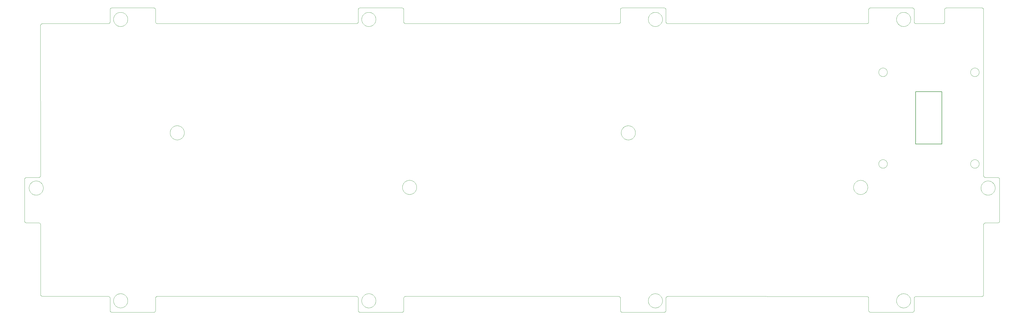
<source format=gbr>
%TF.GenerationSoftware,KiCad,Pcbnew,(6.0.5)*%
%TF.CreationDate,2022-06-26T21:14:40+09:00*%
%TF.ProjectId,dynamis,64796e61-6d69-4732-9e6b-696361645f70,rev?*%
%TF.SameCoordinates,Original*%
%TF.FileFunction,Profile,NP*%
%FSLAX46Y46*%
G04 Gerber Fmt 4.6, Leading zero omitted, Abs format (unit mm)*
G04 Created by KiCad (PCBNEW (6.0.5)) date 2022-06-26 21:14:40*
%MOMM*%
%LPD*%
G01*
G04 APERTURE LIST*
%TA.AperFunction,Profile*%
%ADD10C,0.099999*%
%TD*%
%TA.AperFunction,Profile*%
%ADD11C,0.200000*%
%TD*%
G04 APERTURE END LIST*
D10*
X165281615Y-141552544D02*
X165281615Y-141552544D01*
X439448354Y-143188069D02*
X439467020Y-143214620D01*
X131896560Y-198925241D02*
X131896560Y-198925241D01*
X184136782Y-179677850D02*
X184226702Y-179755353D01*
X342182455Y-181280282D02*
X342182455Y-181280282D01*
X160381615Y-141737487D02*
X160381615Y-141737487D01*
X246011976Y-244222859D02*
X245983130Y-244208356D01*
X347882681Y-139873584D02*
X347882681Y-139873584D01*
X245005734Y-238719382D02*
X244971693Y-238718515D01*
X449992930Y-138371318D02*
X450006003Y-138341816D01*
X182938353Y-184034746D02*
X182877375Y-184043531D01*
X352548171Y-138074117D02*
X352574721Y-138092778D01*
X423134650Y-201022760D02*
X423113470Y-201141611D01*
X160667376Y-140810400D02*
X160667376Y-140810400D01*
X339474615Y-184058427D02*
X339474615Y-184058427D01*
X160462752Y-141312704D02*
X160480320Y-141254816D01*
X161269425Y-140080720D02*
X161269425Y-140080720D01*
X261488516Y-142821087D02*
X261488516Y-142821087D01*
X420808691Y-203129640D02*
X420747717Y-203131708D01*
X353406480Y-143475295D02*
X353438780Y-143479307D01*
X245612314Y-142986380D02*
X245619700Y-142954378D01*
X347334936Y-140326800D02*
X347417075Y-140240496D01*
X429636969Y-159500781D02*
X429636969Y-159500781D01*
X462996135Y-238739830D02*
X462964165Y-238745400D01*
X162780432Y-237783800D02*
X162844527Y-237782808D01*
X422973364Y-199709688D02*
X423016791Y-199821832D01*
X461118750Y-193808763D02*
X461118750Y-193808763D01*
X337252600Y-181659578D02*
X337252600Y-181659578D01*
X163343729Y-139565568D02*
X163343729Y-139565568D01*
X135656520Y-199820279D02*
X135656520Y-199820279D01*
X129764815Y-197267491D02*
X129794116Y-197254245D01*
X129740112Y-212980204D02*
X129711978Y-212964291D01*
X264128760Y-203042779D02*
X264069342Y-203057756D01*
X261759375Y-198894727D02*
X261759375Y-198894727D01*
X439094921Y-138112780D02*
X439119670Y-138134102D01*
X346692084Y-142052800D02*
X346692084Y-142052800D01*
X131092472Y-201729207D02*
X131092472Y-201729207D01*
X265973624Y-200391752D02*
X265973624Y-200391752D01*
X249912062Y-237857713D02*
X250028845Y-237889749D01*
X437889716Y-239185846D02*
X437938818Y-239294870D01*
X428842169Y-193907449D02*
X428770331Y-193923993D01*
X433224371Y-141552560D02*
X433224371Y-141552560D01*
X462751349Y-201729192D02*
X462751349Y-201729192D01*
X423012932Y-238776191D02*
X422981543Y-238767273D01*
X182500624Y-179112523D02*
X182561648Y-179111452D01*
X349961264Y-144336879D02*
X349961264Y-144336879D01*
X251771918Y-240013650D02*
X251771918Y-240013650D01*
X158927955Y-238856183D02*
X158902968Y-238836543D01*
X133418432Y-203353914D02*
X133354352Y-203352891D01*
X163902335Y-238021013D02*
X163902335Y-238021013D01*
X423160498Y-200718393D02*
X423158453Y-200779367D01*
X460913092Y-193887819D02*
X460913092Y-193887819D01*
X164460448Y-238382776D02*
X164505408Y-238423601D01*
X249055777Y-242722131D02*
X249055777Y-242722131D01*
X350739508Y-238348657D02*
X350829947Y-238425653D01*
X184472655Y-183162458D02*
X184472655Y-183162458D01*
X262239477Y-198520601D02*
X262239477Y-198520601D01*
X129794116Y-197254245D02*
X129824153Y-197242401D01*
X461970373Y-160599405D02*
X461970373Y-160599405D01*
X265973624Y-200898698D02*
X265965338Y-200960714D01*
X261783002Y-238832404D02*
X261756453Y-238851062D01*
X245979334Y-138042842D02*
X246007855Y-138028234D01*
X348430960Y-139626560D02*
X348430960Y-139626560D01*
X418853705Y-202321397D02*
X418853705Y-202321397D01*
X159830128Y-244286256D02*
X159797329Y-244285450D01*
X429764044Y-193223752D02*
X429724799Y-193285768D01*
X439337195Y-138624448D02*
X439337195Y-142821087D01*
X418775702Y-202231477D02*
X418775702Y-202231477D01*
X246833678Y-141926624D02*
X246836783Y-141863583D01*
X459903876Y-193838201D02*
X459903876Y-193838201D01*
X246294623Y-137963008D02*
X246294623Y-137963008D01*
X349100851Y-242734002D02*
X349100851Y-242734002D01*
X428403967Y-161950780D02*
X428330572Y-161945629D01*
X130981360Y-201316327D02*
X130971536Y-201255353D01*
X246944769Y-141254816D02*
X246962866Y-141196416D01*
X129390136Y-212396661D02*
X129390136Y-212396661D01*
X246871916Y-240696885D02*
X246871916Y-240696885D01*
X164228449Y-242311799D02*
X164128702Y-242375894D01*
X427042364Y-192017114D02*
X427042364Y-192017114D01*
X247399023Y-241833780D02*
X247325117Y-241739732D01*
X433677618Y-140509744D02*
X433677618Y-140509744D01*
X438021979Y-239522775D02*
X438021979Y-239522775D01*
X347591742Y-140080816D02*
X347685782Y-140006912D01*
X420126562Y-203068635D02*
X420067633Y-203054681D01*
X261042624Y-200835657D02*
X261042624Y-200835657D01*
X462604040Y-201005193D02*
X462601965Y-200942136D01*
X159055690Y-143190899D02*
X159072895Y-143164061D01*
X437714514Y-140606864D02*
X437778601Y-140707632D01*
X347371802Y-238551797D02*
X347371802Y-238551797D01*
X261408668Y-138309174D02*
X261423275Y-138337695D01*
X428982703Y-161865005D02*
X428982703Y-161865005D01*
X420308447Y-198209417D02*
X420370459Y-198200632D01*
X160407456Y-141552480D02*
X160419344Y-141491504D01*
X466256018Y-203055238D02*
X466256018Y-203055238D01*
X347691702Y-238268594D02*
X347791952Y-238198839D01*
X349663611Y-237833970D02*
X349723547Y-237846872D01*
X351629980Y-141737552D02*
X351629980Y-141737552D01*
X261557318Y-199123659D02*
X261595557Y-199076635D01*
X459366400Y-193459928D02*
X459318335Y-193404123D01*
X418213385Y-200783479D02*
X418211310Y-200720441D01*
X467513342Y-201316312D02*
X467513342Y-201316312D01*
X347113791Y-140606896D02*
X347113791Y-140606896D01*
X352855502Y-142950733D02*
X352862625Y-142982317D01*
X184312449Y-183337644D02*
X184312449Y-183337644D01*
X351565329Y-141371680D02*
X351565329Y-141371680D01*
X246926688Y-141312704D02*
X246944769Y-141254816D01*
X463122809Y-199357225D02*
X463122809Y-199357225D01*
X131667624Y-199128328D02*
X131711552Y-199084920D01*
X426993719Y-192672872D02*
X426993719Y-192672872D01*
X468886912Y-197373967D02*
X468910681Y-197396585D01*
X349541663Y-242706132D02*
X349479636Y-242713876D01*
X351639258Y-142118927D02*
X351639258Y-142118927D01*
X337258810Y-181412572D02*
X337263449Y-181351594D01*
X351613943Y-141613520D02*
X351623251Y-141675536D01*
X434922003Y-242622934D02*
X434863592Y-242603799D01*
X340690482Y-179314538D02*
X340690482Y-179314538D01*
X337976630Y-179845739D02*
X338020529Y-179802331D01*
X351489844Y-239408052D02*
X351510519Y-239464883D01*
X163089472Y-144454671D02*
X163028494Y-144459839D01*
X261595557Y-199076635D02*
X261634314Y-199029607D01*
X423016821Y-201491464D02*
X423016821Y-201491464D01*
X337489783Y-180538732D02*
X337489783Y-180538732D01*
X245314672Y-143386771D02*
X245341509Y-143369565D01*
X461538397Y-159391742D02*
X461589056Y-159445485D01*
X351642355Y-142054848D02*
X351639258Y-142118927D01*
X419111578Y-198746362D02*
X419204596Y-198672456D01*
X135401760Y-202359178D02*
X135401760Y-202359178D01*
X134138784Y-198509241D02*
X134252472Y-198546968D01*
X352545608Y-244175145D02*
X352518239Y-244192445D01*
X439337195Y-142821087D02*
X439338008Y-142853886D01*
X164413439Y-143905903D02*
X164413439Y-143905903D01*
X183060305Y-184012540D02*
X183060305Y-184012540D01*
X429932562Y-160816957D02*
X429932562Y-160816957D01*
X347643637Y-238305810D02*
X347643637Y-238305810D01*
X351642874Y-141990767D02*
X351642874Y-141990767D01*
X420808630Y-198184713D02*
X420808630Y-198184713D01*
X433188757Y-240074678D02*
X433194952Y-240013681D01*
X433746863Y-143559679D02*
X433708624Y-143511615D01*
X263510702Y-198169721D02*
X263574271Y-198170743D01*
X459191229Y-193223752D02*
X459154517Y-193159673D01*
X349663641Y-242683923D02*
X349663641Y-242683923D01*
X183412768Y-183912809D02*
X183355391Y-183932443D01*
X427470221Y-159341102D02*
X427526038Y-159293037D01*
X419612372Y-202887765D02*
X419612372Y-202887765D01*
X337667578Y-180222459D02*
X337667578Y-180222459D01*
X340690482Y-179314538D02*
X340800574Y-179364667D01*
X467129370Y-202262010D02*
X467129370Y-202262010D01*
X246883810Y-239759988D02*
X246896719Y-239700052D01*
X459470251Y-161564222D02*
X459470251Y-161564222D01*
X129583864Y-212864374D02*
X129561246Y-212840603D01*
X134570612Y-197138808D02*
X134599452Y-197124304D01*
X261061743Y-200279626D02*
X261061743Y-200279626D01*
X336578961Y-143432197D02*
X336608462Y-143419127D01*
X461912970Y-192887834D02*
X461889716Y-192957609D01*
X162967520Y-144463455D02*
X162905505Y-144465519D01*
X342108572Y-182273530D02*
X342108572Y-182273530D01*
X421743506Y-202894517D02*
X421633429Y-202943605D01*
X436096075Y-242695794D02*
X436096075Y-242695794D01*
X427644354Y-161699630D02*
X427644354Y-161699630D01*
X131711552Y-199084920D02*
X131711552Y-199084920D01*
X262029654Y-202628328D02*
X261935599Y-202555467D01*
X437236517Y-140080784D02*
X437326422Y-140158816D01*
X251676817Y-239538774D02*
X251709906Y-239655031D01*
X131465568Y-199357255D02*
X131465568Y-199357255D01*
X461370978Y-191247640D02*
X461370978Y-191247640D01*
X342091513Y-180859643D02*
X342108572Y-180918554D01*
X341391760Y-179763597D02*
X341477560Y-179845754D01*
X250102766Y-242603799D02*
X250102766Y-242603799D01*
X132919752Y-203303285D02*
X132859808Y-203290361D01*
X175044493Y-239208039D02*
X175037371Y-239239624D01*
X350128699Y-237977617D02*
X350128699Y-237977617D01*
X265891455Y-199967481D02*
X265907477Y-200026391D01*
X175154344Y-238975746D02*
X175135682Y-239002295D01*
X461249029Y-159165901D02*
X461311041Y-159205165D01*
X132134784Y-202995302D02*
X132034536Y-202931222D01*
X337551057Y-137970240D02*
X337583357Y-137966228D01*
X353436185Y-238738990D02*
X353403883Y-238742997D01*
X423310711Y-143265047D02*
X423332034Y-143240297D01*
X251367758Y-143364831D02*
X251299025Y-143463535D01*
X250781760Y-238268564D02*
X250829825Y-238305780D01*
X342152502Y-182094732D02*
X342152502Y-182094732D01*
X251765715Y-239953714D02*
X251765715Y-239953714D01*
X348315741Y-139665840D02*
X348373114Y-139645696D01*
X459042364Y-160887773D02*
X459022711Y-160816974D01*
X248630995Y-242639985D02*
X248573103Y-242622934D01*
X463578287Y-213466555D02*
X463566668Y-213496656D01*
X184042704Y-183571756D02*
X184042704Y-183571756D01*
X460551337Y-161950780D02*
X460477454Y-161952846D01*
X465695319Y-203275911D02*
X465695319Y-203275911D01*
X439869043Y-143469718D02*
X439901012Y-143475295D01*
X164115774Y-144114671D02*
X164010351Y-144174623D01*
X439273777Y-138341816D02*
X439286848Y-138371318D01*
X159116675Y-143078540D02*
X159128519Y-143048502D01*
X469103624Y-197831514D02*
X469104437Y-197864313D01*
X159181497Y-243754459D02*
X159175919Y-243722491D01*
X427366370Y-159445501D02*
X427417029Y-159391757D01*
X165125552Y-141027504D02*
X165125552Y-141027504D01*
X251709906Y-239655031D02*
X251735747Y-239773874D01*
X342202582Y-181595533D02*
X342202582Y-181595533D01*
X336857508Y-143214620D02*
X336876173Y-143188069D01*
X159037256Y-238970849D02*
X159017619Y-238945859D01*
X159155217Y-142954378D02*
X159161034Y-142921805D01*
X351642355Y-141926688D02*
X351642874Y-141990767D01*
X337423154Y-244247548D02*
X337393053Y-244235931D01*
X349043967Y-144463503D02*
X349043967Y-144463503D01*
X439741927Y-238799528D02*
X439712424Y-238812592D01*
X247476019Y-143655743D02*
X247399023Y-143565823D01*
X420187537Y-203081560D02*
X420187537Y-203081560D01*
X131583392Y-199217210D02*
X131583392Y-199217210D01*
X164679568Y-143652687D02*
X164637713Y-143697631D01*
X427366370Y-191445051D02*
X427366370Y-191445051D01*
X246294607Y-244286256D02*
X246261809Y-244285450D01*
X159171907Y-243690192D02*
X159169484Y-243657617D01*
X433234747Y-142475503D02*
X433213568Y-142356639D01*
X341477591Y-183346345D02*
X341477591Y-183346345D01*
X349231070Y-144465567D02*
X349166968Y-144466591D01*
X134992488Y-202788087D02*
X134899472Y-202861993D01*
X463177974Y-238674780D02*
X463149127Y-238689275D01*
X347040533Y-238987955D02*
X347040533Y-238987955D01*
X341904410Y-180415754D02*
X341904410Y-180415754D01*
X468993291Y-197497331D02*
X469010590Y-197524701D01*
X348802100Y-144439743D02*
X348802100Y-144439743D01*
X461800360Y-191745290D02*
X461833441Y-191811433D01*
X350915732Y-238507829D02*
X350997885Y-238593622D01*
X162285376Y-144402463D02*
X162285376Y-144402463D01*
X130990656Y-200392839D02*
X131017528Y-200275018D01*
X351639731Y-240322709D02*
X351636633Y-240385751D01*
X462844885Y-201950891D02*
X462795294Y-201842359D01*
X460042364Y-161888254D02*
X459972601Y-161865005D01*
X433911658Y-140240496D02*
X433911658Y-140240496D01*
X129630837Y-197353308D02*
X129655824Y-197333672D01*
X164010351Y-144174623D02*
X164010351Y-144174623D01*
X250028845Y-237889749D02*
X250144080Y-237927987D01*
X165241312Y-240877717D02*
X165225809Y-240936632D01*
X347500983Y-242090646D02*
X347414679Y-242008981D01*
X265084799Y-198734491D02*
X265084799Y-198734491D01*
X351281592Y-238975000D02*
X351341528Y-239078866D01*
X161093680Y-242008981D02*
X161011521Y-241922677D01*
X134583720Y-198694250D02*
X134583720Y-198694250D01*
X337610678Y-182879690D02*
X337610678Y-182879690D01*
X423916084Y-244247548D02*
X423885981Y-244235931D01*
X439340841Y-239312902D02*
X439336830Y-239345202D01*
X158927950Y-143331486D02*
X158951950Y-143310695D01*
X162844511Y-139515424D02*
X162844511Y-139515424D01*
X181396288Y-179403451D02*
X181396288Y-179403451D01*
X165307455Y-141737552D02*
X165307455Y-141737552D01*
X160727328Y-143274879D02*
X160667376Y-143170495D01*
X459903876Y-161838653D02*
X459903876Y-161838653D01*
X349037817Y-242730897D02*
X348974768Y-242726770D01*
X346841971Y-141139680D02*
X346841971Y-141139680D01*
X351448019Y-141027504D02*
X351491965Y-141139648D01*
X250969870Y-238423601D02*
X251014830Y-238464952D01*
X439304967Y-243817176D02*
X439294824Y-243847828D01*
X338152731Y-183506524D02*
X338062811Y-183428491D01*
X164419649Y-242168626D02*
X164325598Y-242243059D01*
X337279209Y-244175144D02*
X337252659Y-244156481D01*
X437938818Y-241221879D02*
X437938818Y-241221879D01*
X133723296Y-198420888D02*
X133723296Y-198420888D01*
X427006659Y-160745149D02*
X427006659Y-160745149D01*
X161664721Y-238081972D02*
X161664721Y-238081972D01*
X436157019Y-237833970D02*
X436216956Y-237846872D01*
X348444601Y-237889779D02*
X348444601Y-237889779D01*
X337894324Y-183260538D02*
X337894324Y-183260538D01*
X350832053Y-143823743D02*
X350832053Y-143823743D01*
X429310858Y-193699720D02*
X429248846Y-193738984D01*
X182625696Y-184062665D02*
X182561617Y-184062665D01*
X437041724Y-238206033D02*
X437138861Y-238274774D01*
X351344153Y-140810464D02*
X351398932Y-140917440D01*
X351640753Y-240258645D02*
X351640753Y-240258645D01*
X428912939Y-161888254D02*
X428842169Y-161907390D01*
X249498640Y-139522672D02*
X249561697Y-139527840D01*
X468782564Y-212964417D02*
X468754430Y-212980331D01*
X261038489Y-200772600D02*
X261035391Y-200708520D01*
X460551398Y-158954542D02*
X460624762Y-158959710D01*
X353371913Y-238748570D02*
X353340328Y-238755687D01*
X245039321Y-143479125D02*
X245072422Y-143474918D01*
X450136328Y-138156720D02*
X450160102Y-138134102D01*
X135470488Y-202262025D02*
X135401760Y-202359178D01*
X449913984Y-143013462D02*
X449922626Y-142982317D01*
X337674750Y-182979417D02*
X337674750Y-182979417D01*
X265947775Y-201083703D02*
X265947775Y-201083703D01*
X163149409Y-237801942D02*
X163209360Y-237809686D01*
X162285361Y-242670999D02*
X162285361Y-242670999D01*
X161179488Y-238425622D02*
X161179488Y-238425622D01*
X180124544Y-182025564D02*
X180124544Y-182025564D01*
X460042334Y-159017085D02*
X460113104Y-158997453D01*
X463524753Y-138559136D02*
X463527178Y-138591713D01*
X251539854Y-140917440D02*
X251589987Y-141027504D01*
X459526038Y-191293115D02*
X459583929Y-191247640D01*
X160934529Y-238683511D02*
X161011536Y-238593591D01*
X182814352Y-179124380D02*
X182877409Y-179131612D01*
X165189631Y-141196480D02*
X165208750Y-141254880D01*
X135072696Y-238409956D02*
X135055485Y-238383116D01*
X462891852Y-199712232D02*
X462891852Y-199712232D01*
X134973117Y-238173412D02*
X134967293Y-238140834D01*
X183741423Y-183764505D02*
X183741423Y-183764505D01*
X418454779Y-201729688D02*
X418404639Y-201620649D01*
X183845297Y-183704553D02*
X183741423Y-183764505D01*
X251362097Y-140606864D02*
X251362097Y-140606864D01*
X438129523Y-141800592D02*
X438133643Y-141863648D01*
X163159762Y-139535584D02*
X163221777Y-139543856D01*
X459526068Y-161612285D02*
X459470251Y-161564222D01*
X422918034Y-143475295D02*
X422950005Y-143469718D01*
X260861100Y-137963854D02*
X260894690Y-137966410D01*
X251780669Y-141863648D02*
X251783774Y-141926688D01*
X438954699Y-244222862D02*
X438925200Y-244235936D01*
X449942572Y-138624448D02*
X449942572Y-138624448D01*
X422745459Y-199283368D02*
X422810583Y-199385690D01*
X433327795Y-239424081D02*
X433327795Y-239424081D01*
X435538428Y-144463503D02*
X435538428Y-144463503D01*
X164115759Y-238134706D02*
X164115759Y-238134706D01*
X423370702Y-143188069D02*
X423388001Y-143160699D01*
X434863592Y-242603799D02*
X434806769Y-242584146D01*
X429970282Y-160599405D02*
X429961523Y-160672798D01*
X131756512Y-199043065D02*
X131802504Y-199002248D01*
X165241312Y-240877717D02*
X165241312Y-240877717D01*
X463260037Y-138092842D02*
X463285715Y-138112844D01*
X418321387Y-199920473D02*
X418340521Y-199862584D01*
X159319730Y-138203714D02*
X159340520Y-138179714D01*
X466692145Y-199002248D02*
X466692145Y-199002248D01*
X429682440Y-159559181D02*
X429724829Y-159619117D01*
X469103599Y-212429564D02*
X469101179Y-212462144D01*
X423480873Y-243690192D02*
X423478449Y-243657617D01*
X339727805Y-184071355D02*
X339663733Y-184070314D01*
X435786017Y-242730897D02*
X435721899Y-242734002D01*
X352878815Y-239174117D02*
X352868676Y-239204768D01*
X161093695Y-238507799D02*
X161179488Y-238425622D01*
X420247473Y-203093446D02*
X420187537Y-203081560D01*
X428042303Y-191017164D02*
X428113074Y-190997529D01*
X459091986Y-161026780D02*
X459065100Y-160958045D01*
X427706366Y-161739421D02*
X427644354Y-161699630D01*
X428770392Y-158981422D02*
X428842230Y-158997438D01*
X180197424Y-182323739D02*
X180180369Y-182265851D01*
X248630995Y-139609408D02*
X248630995Y-139609408D01*
X352463826Y-138026408D02*
X352492670Y-138040910D01*
X347500983Y-242090646D02*
X347500983Y-242090646D01*
X469084485Y-197703083D02*
X469091608Y-197734668D01*
X350131293Y-139709744D02*
X350131293Y-139709744D01*
X461248968Y-193738984D02*
X461248968Y-193738984D01*
X462866492Y-137963072D02*
X462866492Y-137963072D01*
X342164374Y-181157293D02*
X342174704Y-181218793D01*
X261660363Y-143265822D02*
X261682265Y-143288793D01*
X459065100Y-159947294D02*
X459091986Y-159878557D01*
X264473425Y-202926507D02*
X264361304Y-202970422D01*
X180160719Y-180984781D02*
X180193262Y-180867483D01*
X160791376Y-238874711D02*
X160791376Y-238874711D01*
X135845648Y-200392839D02*
X135845648Y-200392839D01*
X436038672Y-144437663D02*
X436038672Y-144437663D01*
X249793692Y-144418511D02*
X249793692Y-144418511D01*
X418211310Y-200592279D02*
X418213385Y-200529752D01*
X423012736Y-143453955D02*
X423043388Y-143443814D01*
X438098517Y-141552544D02*
X438108862Y-141613520D01*
X135866320Y-200512216D02*
X135874592Y-200573194D01*
X160519553Y-239408052D02*
X160519553Y-239408052D01*
X459065100Y-192957609D02*
X459065100Y-192957609D01*
X423149664Y-200901319D02*
X423149664Y-200901319D01*
X182938353Y-184034746D02*
X182938353Y-184034746D01*
X427272803Y-161346141D02*
X427272803Y-161346141D01*
X248993742Y-144446399D02*
X248931731Y-144437615D01*
X261046774Y-200400537D02*
X261053473Y-200339559D01*
X245341531Y-238831539D02*
X245314693Y-238814330D01*
X265982397Y-200517320D02*
X265982397Y-200517320D01*
X161664736Y-144167855D02*
X161664736Y-144167855D01*
X461913000Y-160017038D02*
X461913000Y-160017038D01*
X438108862Y-142367504D02*
X438098517Y-142428480D01*
X129824153Y-197242401D02*
X129854887Y-197232002D01*
X352832858Y-243722475D02*
X352827282Y-243754446D01*
X433204748Y-142295664D02*
X433198553Y-142235728D01*
X462838110Y-199820249D02*
X462891852Y-199712232D01*
X435600439Y-144465567D02*
X435538428Y-144463503D01*
X132238656Y-203055238D02*
X132238656Y-203055238D01*
X130955512Y-201131322D02*
X130955512Y-201131322D01*
X134583720Y-198694250D02*
X134689648Y-198754186D01*
X251218947Y-140415648D02*
X251292845Y-140509712D01*
X129410952Y-197698404D02*
X129419866Y-197667017D01*
X165208750Y-141254880D02*
X165225809Y-141312768D01*
X350128729Y-242539697D02*
X350015539Y-242584146D01*
X162716368Y-144462415D02*
X162653326Y-144458799D01*
X340165503Y-184032602D02*
X340165503Y-184032602D01*
X265687323Y-201825784D02*
X265687323Y-201825784D01*
X352839436Y-138559072D02*
X352841860Y-138591649D01*
X161560320Y-242375894D02*
X161460593Y-242311830D01*
X160381632Y-142243408D02*
X160376463Y-142181392D01*
X347598044Y-143905919D02*
X347598044Y-143905919D01*
X248809790Y-242683923D02*
X248749838Y-242670999D01*
X351592215Y-141491568D02*
X351604117Y-141552544D01*
X337302710Y-182094697D02*
X337290808Y-182034765D01*
X129390128Y-197863706D02*
X129390989Y-197829669D01*
X429833838Y-161093965D02*
X429833838Y-161093965D01*
X341301367Y-183506540D02*
X341208350Y-183579404D01*
X433211005Y-240635888D02*
X433211005Y-240635888D01*
X247476019Y-238593652D02*
X247476019Y-238593652D01*
X246944769Y-239522806D02*
X246944769Y-239522806D01*
X352842673Y-142821087D02*
X352842673Y-142821087D01*
X336767996Y-238904879D02*
X336743995Y-238884086D01*
X247827917Y-143974591D02*
X247733870Y-143900687D01*
X246984045Y-239408082D02*
X246984045Y-239408082D01*
X162225439Y-144388511D02*
X162166529Y-144372495D01*
X185024577Y-181334619D02*
X185030768Y-181396634D01*
X424013617Y-137975818D02*
X424045585Y-137970240D01*
X265420691Y-199070394D02*
X265494589Y-199163415D01*
X164024321Y-139813616D02*
X164128702Y-139873568D01*
X158764675Y-143430554D02*
X158793974Y-143417307D01*
X433276617Y-240936662D02*
X433260596Y-240877748D01*
X466990851Y-199309194D02*
X467029089Y-199357255D01*
X181614367Y-179300619D02*
X181614367Y-179300619D01*
X438094824Y-240696855D02*
X438082953Y-240757844D01*
X249623709Y-139535584D02*
X249685728Y-139543856D01*
X250829794Y-143943615D02*
X250829794Y-143943615D01*
X461863409Y-191878618D02*
X461889746Y-191947355D01*
X159436596Y-244156481D02*
X159410918Y-244136476D01*
X351636633Y-240385751D02*
X351636633Y-240385751D01*
X340286429Y-184007787D02*
X340226492Y-184021757D01*
X429949103Y-160745134D02*
X429949103Y-160745134D01*
X247733870Y-238348695D02*
X247733870Y-238348695D01*
X262716437Y-202990587D02*
X262659598Y-202970422D01*
X351639258Y-141863648D02*
X351642355Y-141926688D01*
X439508357Y-143265047D02*
X439530981Y-143288815D01*
X247131842Y-140810400D02*
X247191794Y-140707568D01*
X463639077Y-196908383D02*
X463657739Y-196934934D01*
X133290792Y-203350297D02*
X133290792Y-203350297D01*
X246846083Y-141737487D02*
X246846083Y-141737487D01*
X133295440Y-198405881D02*
X133356416Y-198403306D01*
X421633368Y-198369707D02*
X421633368Y-198369707D01*
X181614367Y-179300619D02*
X181727537Y-179256685D01*
X129798458Y-213007781D02*
X129768957Y-212994709D01*
X437232916Y-238348657D02*
X437322851Y-238425653D01*
X348545874Y-242656022D02*
X348486975Y-242639985D01*
X159220661Y-138366989D02*
X159233909Y-138337689D01*
X348488852Y-139609504D02*
X348547766Y-139593488D01*
X429636938Y-161404029D02*
X429588873Y-161459836D01*
X461724921Y-161286205D02*
X461682562Y-161346156D01*
X161179520Y-140158752D02*
X161179520Y-140158752D01*
X351344153Y-143170559D02*
X351284216Y-143274943D01*
X422981543Y-238767273D02*
X422949540Y-238759882D01*
X438025610Y-141254880D02*
X438043707Y-141312768D01*
X161460608Y-238206003D02*
X161460608Y-238206003D01*
X423016791Y-199821832D02*
X423054510Y-199936551D01*
X245286973Y-143402698D02*
X245314672Y-143386771D01*
X133856640Y-203315164D02*
X133795664Y-203324983D01*
X248457869Y-144315647D02*
X248344702Y-144271727D01*
X174930715Y-243964411D02*
X174913418Y-243991780D01*
X435038794Y-242656022D02*
X434979895Y-242639985D01*
X459972571Y-159040349D02*
X459972571Y-159040349D01*
X433234747Y-142475503D02*
X433234747Y-142475503D01*
X438021979Y-239522775D02*
X438039557Y-239580659D01*
X183120257Y-183999612D02*
X183060305Y-184012540D01*
X248514700Y-237913041D02*
X248514700Y-237913041D01*
X435102850Y-139578512D02*
X435102850Y-139578512D01*
X175031792Y-239271593D02*
X175027779Y-239303894D01*
X439897372Y-238756467D02*
X439865406Y-238762038D01*
X246840910Y-141800527D02*
X246840910Y-141800527D01*
X346695196Y-142113776D02*
X346692084Y-142052800D01*
X161269425Y-140080720D02*
X161363489Y-140006816D01*
X158672517Y-143461713D02*
X158703905Y-143452798D01*
X134021480Y-198477209D02*
X134021480Y-198477209D01*
X261675665Y-198983610D02*
X261675665Y-198983610D01*
X161093712Y-143741519D02*
X161011551Y-143655743D01*
X262016679Y-143469089D02*
X262049252Y-143474906D01*
X434184607Y-238268594D02*
X434184607Y-238268594D01*
X346701559Y-240013681D02*
X346707770Y-239953752D01*
X181177744Y-183640474D02*
X181080592Y-183571741D01*
X133723296Y-198420888D02*
X133783760Y-198430185D01*
X449942572Y-138624448D02*
X449943385Y-138591649D01*
X459022711Y-160816974D02*
X459022711Y-160816974D01*
X436393652Y-237894929D02*
X436393652Y-237894929D01*
X161880751Y-144271727D02*
X161771712Y-144222639D01*
X350829977Y-242090616D02*
X350739539Y-242168626D01*
X429588873Y-161459836D02*
X429588873Y-161459836D01*
X340578360Y-179270620D02*
X340690482Y-179314538D01*
X183120257Y-183999612D02*
X183120257Y-183999612D01*
X433374792Y-142937487D02*
X433374792Y-142937487D01*
X135890608Y-201005224D02*
X135890608Y-201005224D01*
X463896033Y-203055223D02*
X463793188Y-202995286D01*
X162653345Y-139522624D02*
X162653345Y-139522624D01*
X251746077Y-240696855D02*
X251746077Y-240696855D01*
X347595572Y-238344049D02*
X347643637Y-238305810D01*
X427191199Y-159681150D02*
X427191199Y-159681150D01*
X262437399Y-202876375D02*
X262330420Y-202821596D01*
X175403378Y-238771262D02*
X175374534Y-238785761D01*
X337270682Y-181290620D02*
X337278418Y-181230668D01*
X245341509Y-143369565D02*
X245367442Y-143351123D01*
X135082400Y-202710054D02*
X135082400Y-202710054D01*
X351629980Y-142243472D02*
X351623251Y-142305488D01*
X163034689Y-242726800D02*
X162971648Y-242730935D01*
X433602667Y-143364848D02*
X433537573Y-143261504D01*
X165082655Y-239200822D02*
X165131743Y-239311921D01*
X346692084Y-141990784D02*
X346692084Y-141926703D01*
X427706366Y-193738984D02*
X427644354Y-193699720D01*
X427770422Y-193775674D02*
X427706366Y-193738984D01*
X433200659Y-239953752D02*
X433209967Y-239892755D01*
X261935599Y-202555467D02*
X261935599Y-202555467D01*
X435972571Y-242713876D02*
X435911078Y-242722131D01*
X250829794Y-143943615D02*
X250781729Y-143980832D01*
X459644385Y-191205274D02*
X459706396Y-191165994D01*
X134736442Y-213229994D02*
X134712436Y-213209205D01*
X459065100Y-191947355D02*
X459091986Y-191878618D01*
X419021643Y-198824392D02*
X419111578Y-198746362D01*
X135890608Y-201005224D02*
X135886480Y-201068265D01*
X352276317Y-244279044D02*
X352244017Y-244283057D01*
X246294623Y-137963008D02*
X260827063Y-137962992D01*
X346708792Y-240573877D02*
X346708792Y-240573877D01*
X182184367Y-184034761D02*
X182123392Y-184024427D01*
X263011481Y-203070665D02*
X262951544Y-203057756D01*
X463149127Y-238689275D02*
X463119624Y-238702339D01*
X439337195Y-138624448D02*
X439337195Y-138624448D01*
X175016905Y-138523731D02*
X175021112Y-138556834D01*
X261582352Y-239043100D02*
X261566440Y-239071234D01*
X429538275Y-191391817D02*
X429588934Y-191445051D01*
X420247443Y-198219240D02*
X420247443Y-198219240D01*
X423305858Y-238963199D02*
X423283957Y-238940224D01*
X337674750Y-182979417D02*
X337610678Y-182879690D01*
X433864722Y-238551797D02*
X433907599Y-238507860D01*
X245685143Y-138366989D02*
X245698390Y-138337689D01*
X450321436Y-138026408D02*
X450350935Y-138013338D01*
X261317407Y-244068761D02*
X261294791Y-244092531D01*
X428698035Y-158969005D02*
X428698035Y-158969005D01*
X418340521Y-201450647D02*
X418340521Y-201450647D01*
X261759375Y-198894727D02*
X261803305Y-198851320D01*
X184998751Y-181149610D02*
X185008559Y-181210588D01*
X182002478Y-183999612D02*
X182002478Y-183999612D01*
X429912909Y-160887758D02*
X429912909Y-160887758D01*
X251733679Y-240757844D02*
X251733679Y-240757844D01*
X436220526Y-139578496D02*
X436220526Y-139578496D01*
X459903845Y-191066778D02*
X459903845Y-191066778D01*
X174961127Y-243907432D02*
X174946625Y-243936277D01*
X351076987Y-140415648D02*
X351150870Y-140509712D01*
X180098704Y-181342363D02*
X180105406Y-181282426D01*
X265835638Y-199793336D02*
X265835638Y-199793336D01*
X433747931Y-241833780D02*
X433747931Y-241833780D01*
X246852797Y-239943956D02*
X246862097Y-239881936D01*
X161011568Y-140326704D02*
X161011568Y-140326704D01*
X182308401Y-184050779D02*
X182246382Y-184043546D01*
X184842688Y-180623548D02*
X184887648Y-180736715D01*
X336637306Y-143404625D02*
X336665440Y-143388715D01*
X133602376Y-198408986D02*
X133662320Y-198415193D01*
X161771696Y-238026674D02*
X161771696Y-238026674D01*
X135168696Y-199128328D02*
X135211584Y-199172250D01*
X463906784Y-213121630D02*
X463877938Y-213136133D01*
X162780432Y-237783800D02*
X162780432Y-237783800D01*
X164508528Y-242090616D02*
X164508528Y-242090616D01*
X135819296Y-200275018D02*
X135819296Y-200275018D01*
X130969472Y-200512216D02*
X130969472Y-200512216D01*
X427903723Y-193838201D02*
X427836554Y-193808744D01*
X423527983Y-243877935D02*
X423516366Y-243847833D01*
X180330752Y-182660665D02*
X180330752Y-182660665D01*
X423474598Y-142918763D02*
X423478611Y-142886463D01*
X428624670Y-190959817D02*
X428624670Y-190959817D01*
X337306578Y-244192443D02*
X337279209Y-244175144D01*
X460042364Y-161888254D02*
X460042364Y-161888254D01*
X135587237Y-238700787D02*
X135553641Y-238698227D01*
X439344445Y-142918763D02*
X439350025Y-142950733D01*
X461485144Y-193563802D02*
X461485144Y-193563802D01*
X435721899Y-237783830D02*
X435785986Y-237786935D01*
X131434560Y-202359163D02*
X131365320Y-202262010D01*
X428257727Y-193936395D02*
X428184851Y-193923993D01*
X135656520Y-199820279D02*
X135705608Y-199930856D01*
X245461325Y-238935296D02*
X245439424Y-238912321D01*
X346692084Y-142052800D02*
X346692084Y-141990784D01*
X352840094Y-243624788D02*
X352840094Y-243624788D01*
X459470251Y-193563802D02*
X459417059Y-193513162D01*
X458979285Y-160526046D02*
X458979285Y-160526046D01*
X459042364Y-192017114D02*
X459065100Y-191947355D01*
X261098425Y-201204633D02*
X261098425Y-201204633D01*
X418249548Y-200218648D02*
X418249548Y-200218648D01*
X438108862Y-141613520D02*
X438108862Y-141613520D01*
X352811520Y-243817176D02*
X352801379Y-243847828D01*
X347254996Y-241833780D02*
X347180563Y-241739732D01*
X459230475Y-193285768D02*
X459191229Y-193223752D01*
X435404669Y-242722131D02*
X435404669Y-242722131D01*
X263195456Y-203100648D02*
X263133444Y-203092378D01*
X261085516Y-201143655D02*
X261085516Y-201143655D01*
X460042364Y-193887800D02*
X459972601Y-193865064D01*
X351562750Y-240877717D02*
X351562750Y-240877717D01*
X263700339Y-203113557D02*
X263637305Y-203117708D01*
X353501562Y-238735765D02*
X353468762Y-238736572D01*
X347414679Y-238507860D02*
X347458609Y-238464982D01*
X346692084Y-141926703D02*
X346692084Y-141926703D01*
X341010428Y-183712716D02*
X340907568Y-183772668D01*
X248024802Y-238141969D02*
X248128668Y-238082033D01*
X423158453Y-200779367D02*
X423158453Y-200779367D01*
X246962881Y-142784480D02*
X246962881Y-142784480D01*
X349166968Y-144466591D02*
X349166968Y-144466591D01*
X131358600Y-199505048D02*
X131428360Y-199405305D01*
X160934529Y-238683511D02*
X160934529Y-238683511D01*
X180087328Y-181525819D02*
X180089392Y-181464841D01*
X160519553Y-241109781D02*
X160519553Y-241109781D01*
X439298466Y-138401422D02*
X439308607Y-138432073D01*
X462789008Y-199930826D02*
X462838110Y-199820249D01*
X348563864Y-144391695D02*
X348563864Y-144391695D01*
X459903845Y-159066701D02*
X459903845Y-159066701D01*
X159167809Y-239332605D02*
X159165253Y-239299010D01*
X182497553Y-184062665D02*
X182434496Y-184059564D01*
X459583929Y-159247566D02*
X459583929Y-159247566D01*
X342164374Y-182034795D02*
X342152502Y-182094732D01*
X353057589Y-238906814D02*
X353033820Y-238929429D01*
X468508320Y-197206092D02*
X468540623Y-197210104D01*
X264128760Y-198247720D02*
X264128760Y-198247720D01*
X133234456Y-198408986D02*
X133234456Y-198408986D01*
X433183050Y-240322740D02*
X433183050Y-240322740D01*
X463282996Y-199172216D02*
X463325873Y-199128297D01*
X463745455Y-197031748D02*
X463770205Y-197053069D01*
X351627829Y-240511827D02*
X351620596Y-240573846D01*
X250144049Y-144321903D02*
X250028815Y-144359615D01*
X429485022Y-161564222D02*
X429429205Y-161612285D01*
X246229232Y-244283031D02*
X246196932Y-244279024D01*
X175316189Y-143369562D02*
X175343026Y-143386767D01*
X162108656Y-139626464D02*
X162108656Y-139626464D01*
X437494391Y-140326768D02*
X437571387Y-140415648D01*
X162467264Y-242706132D02*
X162467264Y-242706132D01*
X337976508Y-183346330D02*
X337894324Y-183260538D01*
X423481848Y-142821087D02*
X423481848Y-142821087D01*
X339663733Y-184070314D02*
X339663733Y-184070314D01*
X346836798Y-142825871D02*
X346799063Y-142710624D01*
X467551031Y-200817098D02*
X467552069Y-200878072D01*
X342008826Y-182559835D02*
X341958685Y-182669404D01*
X260988287Y-244266342D02*
X260956704Y-244273465D01*
X436335791Y-237876855D02*
X436335791Y-237876855D01*
X341477591Y-183346345D02*
X341391806Y-183428506D01*
X135705608Y-199930856D02*
X135748496Y-200043001D01*
X184907793Y-180793561D02*
X184907793Y-180793561D01*
X427770483Y-159129741D02*
X427836645Y-159096670D01*
X184887617Y-182438459D02*
X184842657Y-182551626D01*
X246962866Y-141196416D02*
X246962866Y-141196416D01*
X265342642Y-198980474D02*
X265342642Y-198980474D01*
X435296576Y-144439743D02*
X435296576Y-144439743D01*
X246832655Y-141990703D02*
X246833678Y-141926624D01*
X437041724Y-238206033D02*
X437041724Y-238206033D01*
X348447058Y-144359647D02*
X348447058Y-144359647D01*
X463378176Y-238510485D02*
X463356854Y-238535233D01*
X427121985Y-159811374D02*
X427121985Y-159811374D01*
X459526068Y-161612285D02*
X459526068Y-161612285D01*
X352492670Y-138040910D02*
X352520803Y-138056820D01*
X420869635Y-198187818D02*
X420930579Y-198193498D01*
X338254645Y-179606473D02*
X338353873Y-179536714D01*
X349544180Y-139543856D02*
X349605170Y-139553680D01*
X418454748Y-199583543D02*
X418454748Y-199583543D01*
X162406287Y-242695794D02*
X162406287Y-242695794D01*
X246852797Y-142305424D02*
X246846083Y-142243408D01*
X244971693Y-238718515D02*
X244971693Y-238718515D01*
X463822434Y-213169345D02*
X463795883Y-213188009D01*
X459972571Y-191040410D02*
X460042334Y-191017164D01*
X135602768Y-199712266D02*
X135656520Y-199820279D01*
X438130011Y-240130998D02*
X438132605Y-240195093D01*
X423477667Y-239407991D02*
X423476809Y-239373949D01*
X337345587Y-182273500D02*
X337329565Y-182214586D01*
X248630972Y-144372495D02*
X248630972Y-144372495D01*
X337933722Y-179889676D02*
X337933722Y-179889676D01*
X350548849Y-242311799D02*
X350448599Y-242375894D01*
X428698035Y-158969005D02*
X428770392Y-158981422D01*
X246896719Y-142549856D02*
X246896719Y-142549856D01*
X160860625Y-238777559D02*
X160860625Y-238777559D01*
X162844527Y-237782808D02*
X162905505Y-237783830D01*
X351602011Y-240696855D02*
X351602011Y-240696855D01*
X162345343Y-139565504D02*
X162406321Y-139553616D01*
X346933585Y-241331987D02*
X346883993Y-241221910D01*
X461970404Y-160305389D02*
X461976050Y-160378765D01*
X160446703Y-240877748D02*
X160446703Y-240877748D01*
X433245612Y-240817811D02*
X433245612Y-240817811D01*
X247643965Y-238425683D02*
X247733870Y-238348695D01*
X336983841Y-239360507D02*
X336981287Y-239326912D01*
X134627581Y-197108392D02*
X134654946Y-197091094D01*
X429429205Y-193611867D02*
X429371313Y-193657339D01*
X342108572Y-180918554D02*
X342108572Y-180918554D01*
X461961584Y-192232602D02*
X461961584Y-192232602D01*
X175064689Y-143048510D02*
X175076533Y-143078547D01*
X133356416Y-198403306D02*
X133356416Y-198403306D01*
X245581176Y-239122594D02*
X245567930Y-239093291D01*
X159168656Y-142821072D02*
X159168671Y-138624448D01*
X346697790Y-142174752D02*
X346695196Y-142113776D01*
X339007605Y-179227693D02*
X339007605Y-179227693D01*
X162345343Y-139565504D02*
X162345343Y-139565504D01*
X348607703Y-139578512D02*
X348607703Y-139578512D01*
X463325995Y-202628374D02*
X463325995Y-202628374D01*
X135748496Y-200043001D02*
X135786736Y-200158231D01*
X449903843Y-143044114D02*
X449913984Y-143013462D01*
X436220557Y-144402527D02*
X436160620Y-144415967D01*
X347180563Y-241739732D02*
X347180563Y-241739732D01*
X165174639Y-239423540D02*
X165174639Y-239423540D01*
X434826849Y-144321919D02*
X434826849Y-144321919D01*
X247476019Y-241922677D02*
X247399023Y-241833780D01*
X463412299Y-202710023D02*
X463325995Y-202628374D01*
X427903723Y-193838201D02*
X427903723Y-193838201D01*
X465203894Y-203350297D02*
X465203894Y-203350297D01*
X245726982Y-243964412D02*
X245711071Y-243936278D01*
X249117789Y-242726770D02*
X249055777Y-242722131D01*
X449378785Y-143475295D02*
X449410755Y-143469718D01*
X263133444Y-203092378D02*
X263072470Y-203081529D01*
X247733870Y-143900687D02*
X247733870Y-143900687D01*
X436160590Y-139565568D02*
X436160590Y-139565568D01*
X419402563Y-202773561D02*
X419402563Y-202773561D01*
X349844977Y-144372543D02*
X349786078Y-144388559D01*
X251771887Y-141737552D02*
X251777052Y-141800592D01*
X247191809Y-143274879D02*
X247131857Y-143170495D01*
X263948401Y-203081544D02*
X263887442Y-203092393D01*
X351636603Y-240130998D02*
X351636603Y-240130998D01*
X158850197Y-238800890D02*
X158822497Y-238784959D01*
X437045843Y-144043888D02*
X437045843Y-144043888D01*
X159128519Y-143048502D02*
X159138918Y-143017768D01*
X423477667Y-239407991D02*
X423477667Y-239407991D01*
X423160498Y-200718393D02*
X423160498Y-200718393D01*
X433786658Y-143606703D02*
X433786658Y-143606703D01*
X175343026Y-143386767D02*
X175370726Y-143402694D01*
X337396765Y-180761449D02*
X337440695Y-180648794D01*
X433186652Y-142052800D02*
X433186652Y-141990784D01*
X251590018Y-241221879D02*
X251590018Y-241221879D01*
X353309182Y-238764325D02*
X353278529Y-238774461D01*
X349295126Y-144462463D02*
X349295126Y-144462463D01*
X459022711Y-192087915D02*
X459042364Y-192017114D01*
X434284857Y-238198839D02*
X434386633Y-238134744D01*
X450603979Y-137963072D02*
X462866492Y-137963072D01*
X261141333Y-199925657D02*
X261141333Y-199925657D01*
X350915762Y-242008951D02*
X350829977Y-242090616D01*
X164325598Y-140006880D02*
X164419649Y-140080784D01*
X347683890Y-242243089D02*
X347589850Y-242168657D01*
X439162426Y-244068761D02*
X439139807Y-244092531D01*
X180086287Y-181587835D02*
X180086287Y-181587835D01*
X420126532Y-198244569D02*
X420126532Y-198244569D01*
X422561529Y-202272310D02*
X422521765Y-202318826D01*
X180231505Y-180752763D02*
X180231505Y-180752763D01*
X181884657Y-183969644D02*
X181884657Y-183969644D01*
X421633429Y-202943605D02*
X421633429Y-202943605D01*
X247476019Y-140326704D02*
X247557661Y-140240400D01*
X350915762Y-242008951D02*
X350915762Y-242008951D01*
X466911261Y-199217210D02*
X466911261Y-199217210D01*
X263887442Y-203092393D02*
X263887442Y-203092393D01*
X467488013Y-201437223D02*
X467488013Y-201437223D01*
X261098425Y-201204633D02*
X261085516Y-201143655D01*
X261041601Y-200461511D02*
X261041601Y-200461511D01*
X424077883Y-137966228D02*
X424110458Y-137963805D01*
X420685614Y-198181608D02*
X420747626Y-198181608D01*
X427155005Y-193159673D02*
X427121954Y-193094041D01*
X426993719Y-160672813D02*
X426984930Y-160599422D01*
X437232916Y-238348657D02*
X437232916Y-238348657D01*
X135594520Y-202057893D02*
X135594520Y-202057893D01*
X337329565Y-182214586D02*
X337329565Y-182214586D01*
X461051642Y-159066686D02*
X461051642Y-159066686D01*
X464577124Y-203303285D02*
X464577124Y-203303285D01*
X434937994Y-237889779D02*
X435054816Y-237857751D01*
X246852797Y-240573877D02*
X246846083Y-240511857D01*
X264894614Y-198592378D02*
X264894614Y-198592378D01*
X251672659Y-141254880D02*
X251672659Y-141254880D01*
X248457869Y-144315647D02*
X248457869Y-144315647D01*
X346989783Y-140810496D02*
X346989783Y-140810496D01*
X165281615Y-141552544D02*
X165291441Y-141613520D01*
X433484900Y-140810496D02*
X433484900Y-140810496D01*
X438137793Y-141990767D02*
X438136755Y-142054848D01*
X429051520Y-159066686D02*
X429119177Y-159096654D01*
X427155005Y-161159597D02*
X427121954Y-161093965D01*
X427042364Y-160017053D02*
X427065619Y-159947294D01*
X466909247Y-202542085D02*
X466909247Y-202542085D01*
X251261809Y-143511599D02*
X251261809Y-143511599D01*
X465012213Y-203352891D02*
X465012213Y-203352891D01*
X460551398Y-190954137D02*
X460624762Y-190959817D01*
X348430960Y-139626560D02*
X348488852Y-139609504D01*
X164594305Y-238507829D02*
X164637713Y-238551767D01*
X183845297Y-183704553D02*
X183845297Y-183704553D01*
X248344687Y-139709664D02*
X248457854Y-139665744D01*
X261922555Y-143442390D02*
X261953289Y-143452790D01*
X260956704Y-244273465D02*
X260924735Y-244279044D01*
X351344153Y-140810464D02*
X351344153Y-140810464D01*
X183239664Y-179205514D02*
X183239664Y-179205514D01*
X246196932Y-244279024D02*
X246164963Y-244273449D01*
X353251034Y-143432197D02*
X353281136Y-143443814D01*
X427470221Y-159341102D02*
X427470221Y-159341102D01*
X265563315Y-202029382D02*
X265563315Y-202029382D01*
X158734638Y-143442398D02*
X158764675Y-143430554D01*
X463703101Y-198818235D02*
X463804877Y-198754152D01*
X418360693Y-201507482D02*
X418360693Y-201507482D01*
X251140913Y-140326768D02*
X251140913Y-140326768D01*
X264009405Y-203070680D02*
X264009405Y-203070680D01*
X347111868Y-241643091D02*
X347111868Y-241643091D01*
X438043707Y-142668784D02*
X438025610Y-142726655D01*
X250488753Y-139813616D02*
X250488753Y-139813616D01*
X264304465Y-198299386D02*
X264304465Y-198299386D01*
X159602713Y-138003145D02*
X159633447Y-137992746D01*
X165082640Y-143048575D02*
X165082640Y-143048575D01*
X460330725Y-161945629D02*
X460330725Y-161945629D01*
X438007544Y-142784543D02*
X437986883Y-142841904D01*
X130962752Y-201193338D02*
X130955512Y-201131322D01*
X164594305Y-238507829D02*
X164594305Y-238507829D01*
X175370726Y-143402694D02*
X175399247Y-143417301D01*
X436216986Y-242670999D02*
X436157049Y-242683923D01*
X130945696Y-200755098D02*
X130945696Y-200755098D01*
X175556357Y-238720680D02*
X175524774Y-238727799D01*
X465392004Y-203334283D02*
X465328955Y-203340997D01*
X261634314Y-199029607D02*
X261634314Y-199029607D01*
X247643965Y-143823679D02*
X247557661Y-143741519D01*
X160480320Y-141254816D02*
X160498400Y-141196416D01*
X184545519Y-183068410D02*
X184472655Y-183162458D01*
X251783804Y-240258615D02*
X251783804Y-240322709D01*
X437838538Y-140810464D02*
X437838538Y-140810464D01*
X461485144Y-161564222D02*
X461485144Y-161564222D01*
X459972571Y-159040349D02*
X460042334Y-159017085D01*
X429724799Y-161286205D02*
X429724799Y-161286205D01*
X160667376Y-143170495D02*
X160667376Y-143170495D01*
X245850648Y-244115151D02*
X245826880Y-244092531D01*
X438124884Y-141737552D02*
X438129523Y-141800592D01*
X422347540Y-198821351D02*
X422392493Y-198863737D01*
X462707892Y-200158216D02*
X462707892Y-200158216D01*
X183525458Y-179306810D02*
X183525458Y-179306810D01*
X263763419Y-203107370D02*
X263700339Y-203113557D01*
X449748816Y-143288815D02*
X449771440Y-143265047D01*
X246840910Y-240067987D02*
X246846083Y-240005975D01*
X427836554Y-161808669D02*
X427770422Y-161775598D01*
X134887970Y-213432841D02*
X134873356Y-213404321D01*
X159518651Y-244208356D02*
X159490516Y-244192443D01*
X349786032Y-139593472D02*
X349844946Y-139609488D01*
X437412726Y-140240464D02*
X437412726Y-140240464D01*
X439270133Y-243907432D02*
X439255629Y-243936277D01*
X422059759Y-202716760D02*
X421956396Y-202780839D01*
X165316752Y-240385751D02*
X165312624Y-240448785D01*
X131241288Y-202057878D02*
X131186520Y-201950906D01*
X435058325Y-144391695D02*
X435058325Y-144391695D01*
X435972540Y-237802965D02*
X435972540Y-237802965D01*
X341904410Y-182775339D02*
X341904410Y-182775339D01*
X342152502Y-182094732D02*
X342139578Y-182154683D01*
X433220831Y-240696885D02*
X433220831Y-240696885D01*
X461589056Y-191445051D02*
X461637122Y-191500860D01*
X160368704Y-141990703D02*
X160368704Y-141990703D01*
X426984961Y-160305406D02*
X426984961Y-160305406D01*
X349417593Y-237795732D02*
X349417593Y-237795732D01*
X342174704Y-181972780D02*
X342174704Y-181972780D01*
X460842291Y-193907449D02*
X460842291Y-193907449D01*
X346703986Y-142235728D02*
X346703986Y-142235728D01*
X163917345Y-242490098D02*
X163917345Y-242490098D01*
X460624762Y-158959710D02*
X460624762Y-158959710D01*
X340578390Y-183921483D02*
X340521567Y-183941644D01*
X427230414Y-193285768D02*
X427230414Y-193285768D01*
X185034384Y-181460714D02*
X185036448Y-181523771D01*
X437778601Y-143274943D02*
X437714545Y-143374688D01*
X346689688Y-240196626D02*
X346692786Y-240135637D01*
X422810583Y-199385690D02*
X422810583Y-199385690D01*
X251362097Y-140606864D02*
X251425650Y-140707632D01*
X429248846Y-161739421D02*
X429248846Y-161739421D01*
X133602376Y-198408986D02*
X133602376Y-198408986D01*
X422059698Y-198596570D02*
X422059698Y-198596570D01*
X468475741Y-197203668D02*
X468508320Y-197206092D01*
X437412756Y-143741583D02*
X437412756Y-143741583D01*
X165245440Y-239654550D02*
X165245440Y-239654550D01*
X263446631Y-203119768D02*
X263446631Y-203119768D01*
X175024542Y-239369272D02*
X175024542Y-243624788D01*
X433183050Y-240258645D02*
X433183050Y-240258645D01*
X438672095Y-244286294D02*
X438672095Y-244286294D01*
X351589621Y-240757844D02*
X351576697Y-240817781D01*
X450350935Y-138013338D02*
X450381036Y-138001721D01*
X350131323Y-144271775D02*
X350131323Y-144271775D01*
X435914648Y-144453679D02*
X435914648Y-144453679D01*
X165319346Y-240322709D02*
X165319346Y-240322709D01*
X180274401Y-180640619D02*
X180323489Y-180529516D01*
X134942916Y-144046338D02*
X134948485Y-144014373D01*
X465514990Y-203315164D02*
X465514990Y-203315164D01*
X434277563Y-139937664D02*
X434277563Y-139937664D01*
X249180830Y-237786966D02*
X249244910Y-237783861D01*
X262832693Y-203026758D02*
X262832693Y-203026758D01*
X339980475Y-184058442D02*
X339980475Y-184058442D01*
X131503288Y-199309194D02*
X131542568Y-199262170D01*
X468836484Y-212928454D02*
X468809934Y-212947117D01*
X135881312Y-200633146D02*
X135886480Y-200694120D01*
X129419866Y-197667017D02*
X129430265Y-197636284D01*
X420308447Y-198209417D02*
X420308447Y-198209417D01*
X459903845Y-159066701D02*
X459972571Y-159040349D01*
X340226462Y-179170362D02*
X340226462Y-179170362D01*
X133608600Y-203346170D02*
X133545560Y-203350297D01*
X261489378Y-142855124D02*
X261491934Y-142888715D01*
X437494421Y-143655807D02*
X437494421Y-143655807D01*
X427318274Y-193404123D02*
X427318274Y-193404123D01*
X461370978Y-159247550D02*
X461429358Y-159293022D01*
X249117773Y-144458799D02*
X249117773Y-144458799D01*
X438136755Y-141926688D02*
X438136755Y-141926688D01*
X423477637Y-243624818D02*
X423477667Y-239407991D01*
X246883810Y-240757875D02*
X246871916Y-240696885D01*
X160519583Y-142841839D02*
X160498400Y-142784480D01*
X468572594Y-197215682D02*
X468604180Y-197222803D01*
X165028384Y-143156576D02*
X164968432Y-143261487D01*
X261063315Y-201022729D02*
X261054526Y-200960714D01*
X261488501Y-138624464D02*
X261488501Y-138624464D01*
X423154852Y-200840345D02*
X423154852Y-200840345D01*
X159696837Y-137976446D02*
X159729410Y-137970629D01*
X129583864Y-197395999D02*
X129606836Y-197374098D01*
X433993903Y-242090646D02*
X433993903Y-242090646D01*
X246041478Y-244235931D02*
X246011976Y-244222859D01*
X437778601Y-140707632D02*
X437778601Y-140707632D01*
X260827063Y-244286294D02*
X260827063Y-244286294D01*
X131186520Y-201950906D02*
X131137424Y-201841863D01*
X163679598Y-237928018D02*
X163791743Y-237971925D01*
X347551001Y-143866655D02*
X347506033Y-143825823D01*
X449939336Y-142886463D02*
X449941759Y-142853886D01*
X248128668Y-139813536D02*
X248235648Y-139759792D01*
X264583517Y-198413576D02*
X264690482Y-198468362D01*
X347793906Y-144050607D02*
X347793906Y-144050607D01*
X250877890Y-238344018D02*
X250924910Y-238382776D01*
X183945586Y-179534700D02*
X183945586Y-179534700D01*
X350829947Y-238425653D02*
X350915732Y-238507829D01*
X427416998Y-161513053D02*
X427366339Y-161459836D01*
X348914160Y-139527872D02*
X348914160Y-139527872D01*
X461370978Y-191247640D02*
X461429358Y-191293115D01*
X429371344Y-191247640D02*
X429371344Y-191247640D01*
X463414740Y-199043031D02*
X463461249Y-199002218D01*
X439933313Y-143479307D02*
X439965892Y-143481731D01*
X336357260Y-238733846D02*
X336323218Y-238732980D01*
X347047797Y-241541810D02*
X346987860Y-241438966D01*
X338065497Y-179760476D02*
X338111487Y-179720682D01*
X467029089Y-199357255D02*
X467066290Y-199405305D01*
X436280463Y-139593472D02*
X436280463Y-139593472D01*
X437142493Y-143974639D02*
X437142493Y-143974639D01*
X160462752Y-142668720D02*
X160462752Y-142668720D01*
X429833868Y-159811357D02*
X429863318Y-159878541D01*
X346698813Y-141800608D02*
X346703986Y-141737568D01*
X428551276Y-190954137D02*
X428624670Y-190959817D01*
X250692915Y-242311799D02*
X250692915Y-242311799D01*
X129403566Y-197730405D02*
X129410952Y-197698404D01*
X434086859Y-140080816D02*
X434086859Y-140080816D01*
X161269392Y-238348627D02*
X161269392Y-238348627D01*
X439901012Y-143475295D02*
X439933313Y-143479307D01*
X251425650Y-140707632D02*
X251425650Y-140707632D01*
X459366400Y-161459836D02*
X459318335Y-161404029D01*
X249868147Y-139578496D02*
X249928076Y-139593472D01*
X174807048Y-244115151D02*
X174782298Y-244136476D01*
X418213385Y-200529752D02*
X418213385Y-200529752D01*
X429863318Y-191878618D02*
X429863318Y-191878618D01*
X131049568Y-200158231D02*
X131049568Y-200158231D01*
X438059729Y-141371680D02*
X438059729Y-141371680D01*
X245662899Y-138427759D02*
X245673299Y-138397026D01*
X461637091Y-193404123D02*
X461637091Y-193404123D01*
X163695647Y-139665824D02*
X163695647Y-139665824D01*
X422810583Y-199385690D02*
X422869482Y-199490587D01*
X265260474Y-198894697D02*
X265260474Y-198894697D01*
X418321387Y-201392759D02*
X418321387Y-201392759D01*
X134936510Y-196670413D02*
X134942081Y-196638445D01*
X423043388Y-143443814D02*
X423073492Y-143432197D01*
X163638289Y-242603799D02*
X163580401Y-242622934D01*
X261485280Y-243690172D02*
X261481267Y-243722475D01*
X429724829Y-159619117D02*
X429724829Y-159619117D01*
X459972601Y-193865064D02*
X459903876Y-193838201D01*
X135890608Y-200755098D02*
X135890608Y-200755098D01*
X261935599Y-202555467D02*
X261845679Y-202477434D01*
X434386633Y-238134744D02*
X434386633Y-238134744D01*
X129390989Y-197829669D02*
X129393543Y-197796079D01*
X449981311Y-138401422D02*
X449992930Y-138371318D01*
X421956396Y-202780839D02*
X421851508Y-202840776D01*
X461764197Y-193223752D02*
X461764197Y-193223752D01*
X261894263Y-198769674D02*
X261894263Y-198769674D01*
X249436110Y-139518528D02*
X249436110Y-139518528D01*
X428842169Y-161907390D02*
X428770331Y-161923917D01*
X428624609Y-161945629D02*
X428551215Y-161950780D01*
X465754217Y-203260408D02*
X465754217Y-203260408D01*
X337281766Y-138074117D02*
X337309135Y-138056820D01*
X418230444Y-200341642D02*
X418230444Y-200341642D01*
X165319346Y-240322709D02*
X165316752Y-240385751D01*
X337255698Y-181723657D02*
X337255698Y-181723657D01*
X163282751Y-242695794D02*
X163221777Y-242706132D01*
X164228449Y-242311799D02*
X164228449Y-242311799D01*
X462959082Y-202162248D02*
X462900183Y-202057863D01*
X433783087Y-238642740D02*
X433783087Y-238642740D01*
X351074896Y-241833749D02*
X350997916Y-241922647D01*
X180160719Y-180984781D02*
X180160719Y-180984781D01*
X264690482Y-202821596D02*
X264690482Y-202821596D01*
X162345312Y-237833940D02*
X162345312Y-237833940D01*
X433213568Y-142356639D02*
X433213568Y-142356639D01*
X434176855Y-242243089D02*
X434082800Y-242168657D01*
X130971536Y-201255353D02*
X130962752Y-201193338D01*
X428842169Y-193907449D02*
X428842169Y-193907449D01*
X261385763Y-199374811D02*
X261450354Y-199271448D01*
X352178641Y-244286294D02*
X337646170Y-244286256D01*
X423264323Y-143311433D02*
X423288092Y-143288815D01*
X348106650Y-238021043D02*
X348106650Y-238021043D01*
X461976050Y-160526029D02*
X461976050Y-160526029D01*
X180330752Y-182660665D02*
X180280623Y-182551626D01*
X249117789Y-139522624D02*
X249180830Y-139518480D01*
X449922626Y-142982317D02*
X449929747Y-142950733D01*
X463489234Y-238314315D02*
X463477618Y-238344416D01*
X131753416Y-202710039D02*
X131667624Y-202627878D01*
X129440482Y-212649778D02*
X129428865Y-212619676D01*
X163329760Y-144418511D02*
X163329760Y-144418511D01*
X132238656Y-203055238D02*
X132134784Y-202995302D01*
X434806769Y-242584146D02*
X434694647Y-242539697D01*
X174528390Y-137983823D02*
X174559778Y-137992737D01*
X133545560Y-203350297D02*
X133482512Y-203352891D01*
X461724921Y-193285768D02*
X461724921Y-193285768D01*
X251765715Y-239953714D02*
X251771918Y-240013650D01*
X164508528Y-242090616D02*
X164419649Y-242168626D01*
X439207397Y-138230915D02*
X439226061Y-138257466D01*
X135890608Y-200755098D02*
X135892680Y-200817113D01*
X461051642Y-191066778D02*
X461118811Y-191096746D01*
X464886145Y-203346170D02*
X464886145Y-203346170D01*
X464892218Y-198408952D02*
X464954230Y-198405851D01*
X433997015Y-238423639D02*
X434041968Y-238382806D01*
X429538245Y-161513053D02*
X429538245Y-161513053D01*
X135892680Y-200817113D02*
X135893712Y-200878087D01*
X182689265Y-184059564D02*
X182625696Y-184062665D01*
X439712424Y-238812592D02*
X439683578Y-238827086D01*
X422392554Y-202449579D02*
X422347601Y-202491434D01*
X246896719Y-240817811D02*
X246883810Y-240757875D01*
X261845679Y-202477434D02*
X261845679Y-202477434D01*
X246944784Y-142726591D02*
X246944784Y-142726591D01*
X160372288Y-240130998D02*
X160376433Y-240067956D01*
X342052725Y-180744413D02*
X342052725Y-180744413D01*
X262126288Y-202697580D02*
X262029654Y-202628328D01*
X433185644Y-240135637D02*
X433188757Y-240074678D01*
X463566674Y-196764427D02*
X463578291Y-196794531D01*
X336745036Y-143332755D02*
X336769786Y-143311433D01*
X336944566Y-239167099D02*
X336932723Y-239137058D01*
X165312624Y-141800592D02*
X165316752Y-141863648D01*
X131241288Y-202057878D02*
X131241288Y-202057878D01*
X131020640Y-201497194D02*
X131020640Y-201497194D01*
X429184820Y-159129726D02*
X429184820Y-159129726D01*
X426984961Y-192305467D02*
X426993750Y-192232602D01*
X420495520Y-198188234D02*
X420495520Y-198188234D01*
X465452978Y-203324983D02*
X465452978Y-203324983D01*
X461764227Y-191681211D02*
X461800360Y-191745290D01*
X467362921Y-199930856D02*
X467406866Y-200043001D01*
X433370673Y-239311960D02*
X433370673Y-239311960D01*
X246984061Y-241109781D02*
X246984061Y-241109781D01*
X433186652Y-141990784D02*
X433186652Y-141990784D01*
X158996823Y-143265821D02*
X159017612Y-143241820D01*
X437838538Y-143170559D02*
X437778601Y-143274943D01*
X180236689Y-182438459D02*
X180236689Y-182438459D01*
X429890173Y-160958045D02*
X429890173Y-160958045D01*
X160480288Y-239522775D02*
X160498368Y-239464883D01*
X418633551Y-199272439D02*
X418702307Y-199175290D01*
X346692084Y-141926703D02*
X346695196Y-141863664D01*
X427155035Y-191745290D02*
X427155035Y-191745290D01*
X250271742Y-242539697D02*
X250160124Y-242584146D01*
X337035054Y-243877935D02*
X337023435Y-243847833D01*
X463412299Y-202710023D02*
X463412299Y-202710023D01*
X423288092Y-143288815D02*
X423288092Y-143288815D01*
X435534918Y-237785943D02*
X435596930Y-237783861D01*
X247077086Y-143063519D02*
X247027983Y-142954495D01*
X464339941Y-203242296D02*
X464282049Y-203223176D01*
X163791743Y-237971925D02*
X163791743Y-237971925D01*
X429949133Y-160160173D02*
X429949133Y-160160173D01*
X459154517Y-191745290D02*
X459191229Y-191681211D01*
X352692863Y-138205238D02*
X352712869Y-138230915D01*
X135085389Y-143724821D02*
X135106706Y-143700071D01*
X261518261Y-143017777D02*
X261528661Y-143048510D01*
X463024206Y-202261995D02*
X463024206Y-202261995D01*
X247733870Y-238348695D02*
X247827917Y-238274804D01*
X163638289Y-139645680D02*
X163638289Y-139645680D01*
X264246588Y-203009706D02*
X264188696Y-203026758D01*
X463325873Y-199128297D02*
X463369788Y-199084890D01*
X174706066Y-138058765D02*
X174732902Y-138075970D01*
X246193890Y-137970629D02*
X246226993Y-137966423D01*
X183741457Y-179410684D02*
X183845328Y-179470621D01*
X133418432Y-203353914D02*
X133418432Y-203353914D01*
X433336554Y-141139680D02*
X433380469Y-141027536D01*
X161269375Y-242168657D02*
X161179472Y-242090646D01*
X245712998Y-138309170D02*
X245728926Y-138281470D01*
X423431490Y-143074217D02*
X423443109Y-143044114D01*
X434373755Y-242375894D02*
X434273993Y-242311830D01*
X348217749Y-237971956D02*
X348329886Y-237928018D01*
X342052725Y-182447690D02*
X342008826Y-182559835D01*
X160727295Y-241541810D02*
X160727295Y-241541810D01*
X161560351Y-144107391D02*
X161560351Y-144107391D01*
X260960364Y-137976436D02*
X260992364Y-137983823D01*
X419021674Y-202488313D02*
X418935370Y-202406663D01*
X439333563Y-243624788D02*
X439332750Y-243657591D01*
X463692419Y-202931207D02*
X463692419Y-202931207D01*
X249180815Y-144462415D02*
X249117773Y-144458799D01*
X164719359Y-238642709D02*
X164759665Y-238689752D01*
X133041712Y-203324983D02*
X132979704Y-203315164D01*
X350918356Y-143741583D02*
X350918356Y-143741583D01*
X459091986Y-193026346D02*
X459091986Y-193026346D01*
X351546713Y-240936632D02*
X351528632Y-240995027D01*
X420247443Y-198219240D02*
X420308447Y-198209417D01*
X418211310Y-200720441D02*
X418210303Y-200656362D01*
X162591326Y-139527776D02*
X162591326Y-139527776D01*
X423158453Y-200779367D02*
X423154852Y-200840345D01*
X129418725Y-212589027D02*
X129410083Y-212557884D01*
X426979254Y-192378843D02*
X426979254Y-192378843D01*
X247131842Y-239078897D02*
X247131842Y-239078897D01*
X246260584Y-137963869D02*
X246294623Y-137963008D01*
X433544836Y-140707664D02*
X433544836Y-140707664D01*
X438129523Y-142181456D02*
X438129523Y-142181456D01*
X248235663Y-144222639D02*
X248128691Y-144167855D01*
X420370459Y-198200632D02*
X420370459Y-198200632D01*
X349958685Y-237913011D02*
X350015509Y-237933687D01*
X161179505Y-143823679D02*
X161179505Y-143823679D01*
X462613867Y-201131288D02*
X462613867Y-201131288D01*
X437412756Y-143741583D02*
X437326453Y-143823743D01*
X348859579Y-237801942D02*
X348920019Y-237794710D01*
X418273321Y-201215513D02*
X418260413Y-201155561D01*
X264473425Y-202926507D02*
X264473425Y-202926507D01*
X342164374Y-181157293D02*
X342164374Y-181157293D01*
X336987326Y-142821087D02*
X336987280Y-138624448D01*
X460697577Y-193936395D02*
X460697577Y-193936395D01*
X351217490Y-238874742D02*
X351217490Y-238874742D01*
X342182455Y-181911802D02*
X342174704Y-181972780D01*
X351510519Y-239464883D02*
X351510519Y-239464883D01*
X350997885Y-238593622D02*
X351074866Y-238684053D01*
X462789008Y-199930826D02*
X462789008Y-199930826D01*
X246840910Y-141800527D02*
X246846083Y-141737487D01*
X174397126Y-137963854D02*
X174430716Y-137966410D01*
X160419327Y-240757875D02*
X160419327Y-240757875D01*
X247733870Y-140080720D02*
X247733870Y-140080720D01*
X459154517Y-161159597D02*
X459154517Y-161159597D01*
X418853674Y-198992345D02*
X418853674Y-198992345D01*
X460477454Y-193952424D02*
X460404089Y-193950872D01*
X429975989Y-192378843D02*
X429975989Y-192378843D01*
X348001105Y-144174639D02*
X348001105Y-144174639D01*
X245640780Y-138523719D02*
X245646598Y-138491147D01*
X436157019Y-237833970D02*
X436157019Y-237833970D01*
X246962866Y-239464914D02*
X246962866Y-239464914D01*
X422521765Y-202318826D02*
X422521765Y-202318826D01*
X160388336Y-141675472D02*
X160397631Y-141613456D01*
X469097187Y-197766637D02*
X469101200Y-197798937D01*
X133052560Y-198430185D02*
X133112512Y-198420888D01*
X261526312Y-202126550D02*
X261457587Y-202029397D01*
X184678320Y-182871515D02*
X184614767Y-182971773D01*
X433194952Y-240511857D02*
X433194952Y-240511857D01*
X429371313Y-161657245D02*
X429371313Y-161657245D01*
X459903876Y-193838201D02*
X459836157Y-193808744D01*
X337976508Y-183346330D02*
X337976508Y-183346330D01*
X433185644Y-240135637D02*
X433185644Y-240135637D01*
X463461249Y-199002218D02*
X463461249Y-199002218D01*
X439042695Y-138074117D02*
X439069244Y-138092778D01*
X249308974Y-144466543D02*
X249244894Y-144465519D01*
X422254523Y-198741784D02*
X422254523Y-198741784D01*
X183355425Y-179241708D02*
X183355425Y-179241708D01*
X418568426Y-199372697D02*
X418633551Y-199272439D01*
X427230444Y-191619195D02*
X427272833Y-191559244D01*
X429912909Y-160887758D02*
X429890173Y-160958045D01*
X185030768Y-181396634D02*
X185034384Y-181460714D01*
X247476019Y-140326704D02*
X247476019Y-140326704D01*
X349900793Y-237894929D02*
X349900793Y-237894929D01*
X459903845Y-191066778D02*
X459972571Y-191040410D01*
X461429327Y-161612285D02*
X461429327Y-161612285D01*
X434284857Y-238198839D02*
X434284857Y-238198839D01*
X463540772Y-196671047D02*
X463547892Y-196702631D01*
X342195349Y-181786729D02*
X342195349Y-181786729D01*
X164968447Y-238987924D02*
X165028399Y-239092821D01*
X160791376Y-238874711D02*
X160860625Y-238777559D01*
X352342432Y-137982939D02*
X352373575Y-137991581D01*
X181089327Y-179597772D02*
X181188544Y-179527482D01*
X251362128Y-241643060D02*
X251292883Y-241739702D01*
X134212696Y-203223207D02*
X134212696Y-203223207D01*
X246883810Y-240757875D02*
X246883810Y-240757875D01*
X184312479Y-179836492D02*
X184312479Y-179836492D01*
X433198523Y-141737568D02*
X433205756Y-141675552D01*
X433826422Y-143652703D02*
X433786658Y-143606703D01*
X174616217Y-244235936D02*
X174586114Y-244247555D01*
X165212366Y-239538774D02*
X165245440Y-239654550D01*
X438003882Y-241052919D02*
X438003882Y-241052919D01*
X421051581Y-203104837D02*
X420991644Y-203113626D01*
X420495550Y-203124475D02*
X420432501Y-203119813D01*
X158703905Y-143452798D02*
X158734638Y-143442398D01*
X436730627Y-238026712D02*
X436730627Y-238026712D01*
X347417075Y-140240496D02*
X347502875Y-140158848D01*
X184136751Y-183497850D02*
X184042704Y-183571756D01*
X438104651Y-239881906D02*
X438104651Y-239881906D01*
X263025473Y-198217801D02*
X263144324Y-198196618D01*
X158793976Y-238770348D02*
X158764676Y-238757098D01*
X467548987Y-201005208D02*
X467548987Y-201005208D01*
X459272864Y-159559198D02*
X459318335Y-159500797D01*
X163343729Y-139565568D02*
X163403662Y-139578496D01*
X352862625Y-142982317D02*
X352871270Y-143013462D01*
X261509347Y-142986389D02*
X261518261Y-143017777D01*
X134154296Y-203242326D02*
X134154296Y-203242326D01*
X351620566Y-239943925D02*
X351620566Y-239943925D01*
X351604117Y-141552544D02*
X351613943Y-141613520D01*
X351546683Y-239580659D02*
X351546683Y-239580659D01*
X467504034Y-200393354D02*
X467525214Y-200512201D01*
X249436110Y-139518528D02*
X249498640Y-139522672D01*
X261038489Y-200772600D02*
X261038489Y-200772600D01*
X161011551Y-143655743D02*
X161011551Y-143655743D01*
X251183775Y-143606687D02*
X251143980Y-143652687D01*
X419204596Y-198672456D02*
X419301764Y-198603719D01*
X180578287Y-183068410D02*
X180578287Y-183068410D01*
X435219641Y-242695794D02*
X435158667Y-242683923D01*
X459583929Y-159247566D02*
X459644385Y-159205182D01*
X162908591Y-242734033D02*
X162844511Y-242734033D01*
X438805377Y-137975818D02*
X438836961Y-137982939D01*
X439504700Y-238966631D02*
X439483378Y-238991379D01*
X423142401Y-200351495D02*
X423149634Y-200411432D01*
X351148794Y-241739702D02*
X351148794Y-241739702D01*
X422479315Y-198950551D02*
X422479315Y-198950551D01*
X427526038Y-159293037D02*
X427526038Y-159293037D01*
X339665976Y-179121755D02*
X339665976Y-179121755D01*
X247077071Y-140917376D02*
X247131842Y-140810400D01*
X419722418Y-198375322D02*
X419722418Y-198375322D01*
X161269408Y-143900687D02*
X161179505Y-143823679D01*
X436730627Y-242490098D02*
X436730627Y-242490098D01*
X129921940Y-213045309D02*
X129890356Y-213038187D01*
X459526068Y-193611867D02*
X459526068Y-193611867D01*
X129390136Y-212396661D02*
X129390128Y-197863706D01*
X340578390Y-183921483D02*
X340578390Y-183921483D01*
X262149969Y-238721300D02*
X262149969Y-238721300D01*
X350918326Y-140240464D02*
X350918326Y-140240464D01*
X439350025Y-142950733D02*
X439357148Y-142982317D01*
X423134619Y-200290521D02*
X423134619Y-200290521D01*
X439628071Y-238860281D02*
X439601519Y-238878936D01*
X174496390Y-137976436D02*
X174528390Y-137983823D01*
X135079296Y-199043065D02*
X135124776Y-199084920D01*
X463464548Y-238373915D02*
X463450046Y-238402759D01*
X437889716Y-239185846D02*
X437889716Y-239185846D01*
X261834696Y-143402694D02*
X261863217Y-143417301D01*
X352181204Y-137962992D02*
X352181204Y-137962992D01*
X422521674Y-198995511D02*
X422561468Y-199040471D01*
X246962866Y-239464914D02*
X246984045Y-239408082D01*
X420622656Y-203131708D02*
X420622656Y-203131708D01*
X463520713Y-238188978D02*
X463515136Y-238220943D01*
X429970282Y-192305467D02*
X429970282Y-192305467D01*
X261047278Y-200898698D02*
X261047278Y-200898698D01*
X251654097Y-241052919D02*
X251633932Y-241109750D01*
X429932562Y-192817048D02*
X429912909Y-192887834D01*
X434925635Y-139626560D02*
X434983466Y-139609504D01*
X426979254Y-192526121D02*
X426977728Y-192452745D01*
X437641699Y-238777589D02*
X437641699Y-238777589D01*
X165021681Y-241438936D02*
X164961745Y-241541780D01*
X351620596Y-240573846D02*
X351611838Y-240635858D01*
X135285540Y-143560488D02*
X135314380Y-143545985D01*
X261054485Y-138003137D02*
X261084522Y-138014982D01*
X351627829Y-240511827D02*
X351627829Y-240511827D01*
X433955603Y-143784480D02*
X433911658Y-143741583D01*
X248573103Y-237894967D02*
X248573103Y-237894967D01*
X245646598Y-138491147D02*
X245653985Y-138459146D01*
X251771918Y-240511827D02*
X251764685Y-240573846D01*
X433374792Y-142937487D02*
X433331885Y-142825871D01*
X347998648Y-238074808D02*
X348106650Y-238021043D01*
X245826880Y-244092531D02*
X245826880Y-244092531D01*
X439383936Y-239157452D02*
X439372320Y-239187555D01*
X133540368Y-198405881D02*
X133540368Y-198405881D01*
X337326483Y-180992444D02*
X337326483Y-180992444D01*
X261272589Y-199587705D02*
X261326331Y-199479703D01*
X165307455Y-240013681D02*
X165307455Y-240013681D01*
X467308173Y-201950906D02*
X467308173Y-201950906D01*
X165307440Y-142235711D02*
X165307440Y-142235711D01*
X347256918Y-140415680D02*
X347256918Y-140415680D01*
X449313906Y-143481731D02*
X449346484Y-143479307D01*
X467545355Y-200694105D02*
X467545355Y-200694105D01*
X438003882Y-241052919D02*
X437982703Y-241109750D01*
X175037987Y-142954389D02*
X175045374Y-142986389D01*
X175399247Y-143417301D02*
X175428547Y-143430547D01*
X346741721Y-141491583D02*
X346741721Y-141491583D01*
X349605200Y-144427839D02*
X349544211Y-144437663D01*
X426977728Y-192452745D02*
X426977728Y-192452745D01*
X162591311Y-144453631D02*
X162591311Y-144453631D01*
X261984677Y-143461703D02*
X262016679Y-143469089D01*
X462866492Y-238752626D02*
X462866492Y-238752626D01*
X435972540Y-237802965D02*
X436034552Y-237811731D01*
X467252875Y-202057878D02*
X467252875Y-202057878D01*
X422853152Y-143481731D02*
X422885731Y-143479307D01*
X427022711Y-192087915D02*
X427022711Y-192087915D01*
X251720717Y-141431615D02*
X251720717Y-141431615D01*
X428697974Y-161936317D02*
X428697974Y-161936317D01*
X460330664Y-190959817D02*
X460404059Y-190954137D01*
X251672659Y-141254880D02*
X251689711Y-141312768D01*
X246896719Y-141431552D02*
X246910673Y-141371616D01*
X423745587Y-244156481D02*
X423719911Y-244136476D01*
X350015539Y-242584146D02*
X349958716Y-242603799D01*
X165225809Y-141312768D02*
X165241312Y-141371680D01*
X463233486Y-138074181D02*
X463260037Y-138092842D01*
X433193884Y-141800608D02*
X433193884Y-141800608D01*
X341711676Y-183076604D02*
X341637778Y-183170652D01*
X423086584Y-201259431D02*
X423054541Y-201376745D01*
X264188696Y-203026758D02*
X264128760Y-203042779D01*
X133783760Y-198430185D02*
X133783760Y-198430185D01*
X250102736Y-139645680D02*
X250160094Y-139665824D01*
X429429236Y-159293022D02*
X429429236Y-159293022D01*
X463699066Y-213275732D02*
X463677743Y-213300483D01*
X251432898Y-238987924D02*
X251492850Y-239092821D01*
X433256995Y-239655061D02*
X433256995Y-239655061D01*
X135168696Y-199128328D02*
X135168696Y-199128328D01*
X132919752Y-203303285D02*
X132919752Y-203303285D01*
X337155836Y-244068761D02*
X337134511Y-244044009D01*
X134999836Y-238267547D02*
X134989431Y-238236810D01*
X346737723Y-239773912D02*
X346763571Y-239655061D01*
X265855261Y-201439767D02*
X265855261Y-201439767D01*
X134549129Y-213110146D02*
X134519087Y-213098303D01*
X247476019Y-238593652D02*
X247557661Y-238507860D01*
X184926401Y-180851449D02*
X184943457Y-180909833D01*
X460330664Y-158959726D02*
X460330664Y-158959726D01*
X162653326Y-144458799D02*
X162653326Y-144458799D01*
X422973364Y-199709688D02*
X422973364Y-199709688D01*
X263072470Y-203081529D02*
X263072470Y-203081529D01*
X433677618Y-140509744D02*
X433751501Y-140415680D01*
X265741598Y-199571657D02*
X265741598Y-199571657D01*
X427644385Y-191205274D02*
X427644385Y-191205274D01*
X465574927Y-203303285D02*
X465574927Y-203303285D01*
X159116684Y-239109154D02*
X159103437Y-239079851D01*
X351077017Y-143565887D02*
X351077017Y-143565887D01*
X427417029Y-191391817D02*
X427417029Y-191391817D01*
X129483964Y-212736255D02*
X129468054Y-212708121D01*
X346695898Y-240074678D02*
X346701559Y-240013681D01*
X352847340Y-239299466D02*
X352843329Y-239331767D01*
X418509528Y-199476568D02*
X418509528Y-199476568D01*
X264188696Y-203026758D02*
X264188696Y-203026758D01*
X350448569Y-238141939D02*
X350548819Y-238206033D01*
X463414740Y-199043031D02*
X463414740Y-199043031D01*
X465138220Y-198403306D02*
X465138220Y-198403306D01*
X261223502Y-199697770D02*
X261223502Y-199697770D01*
X337098403Y-138257466D02*
X337117067Y-138230915D01*
X162406321Y-139553616D02*
X162406321Y-139553616D01*
X424139136Y-244286256D02*
X424106328Y-244285450D01*
X418321387Y-199920473D02*
X418321387Y-199920473D01*
X337774557Y-180074666D02*
X337774557Y-180074666D01*
X467539160Y-201131303D02*
X467531927Y-201193323D01*
X427191168Y-161223678D02*
X427155005Y-161159597D01*
X262136618Y-198585721D02*
X262239477Y-198520601D01*
X347373724Y-143697647D02*
X347331869Y-143652703D01*
X436837591Y-238082002D02*
X436837591Y-238082002D01*
X339108755Y-183993307D02*
X339108755Y-183993307D01*
X342091513Y-182331418D02*
X342091513Y-182331418D01*
X438125891Y-240448785D02*
X438120703Y-240511827D01*
X164325598Y-242243059D02*
X164228449Y-242311799D01*
X428404028Y-190954137D02*
X428404028Y-190954137D01*
X427416998Y-193513162D02*
X427416998Y-193513162D01*
X261941275Y-198730409D02*
X261941275Y-198730409D01*
X263265753Y-198181642D02*
X263265753Y-198181642D01*
X131072312Y-201671850D02*
X131072312Y-201671850D01*
X135892680Y-200942171D02*
X135890608Y-201005224D01*
X349100851Y-242734002D02*
X349037817Y-242730897D01*
X461682593Y-159559181D02*
X461682593Y-159559181D01*
X436730627Y-238026712D02*
X436837591Y-238082002D01*
X418568426Y-199372697D02*
X418568426Y-199372697D01*
X346983038Y-143156591D02*
X346983038Y-143156591D01*
X459006689Y-192745225D02*
X459006689Y-192745225D01*
X433230658Y-239773912D02*
X433256995Y-239655061D01*
X346803229Y-141254912D02*
X346821814Y-141196512D01*
X261756453Y-238851062D02*
X261730776Y-238871061D01*
X337299612Y-181110780D02*
X337326483Y-180992444D01*
X250781729Y-143980832D02*
X250681982Y-144050591D01*
X261448364Y-138397033D02*
X261458763Y-138427767D01*
X346752692Y-240817811D02*
X346752692Y-240817811D01*
X463554785Y-198925210D02*
X463554785Y-198925210D01*
X429310858Y-193699720D02*
X429310858Y-193699720D01*
X262344366Y-198461690D02*
X262452368Y-198406392D01*
X436837591Y-238082002D02*
X436941962Y-238141939D01*
X435054816Y-237857751D02*
X435054816Y-237857751D01*
X434941565Y-144359647D02*
X434826849Y-144321919D01*
X337315604Y-182154649D02*
X337302710Y-182094697D01*
X161880720Y-242539697D02*
X161880720Y-242539697D01*
X450237089Y-138074117D02*
X450264459Y-138056820D01*
X461764197Y-193223752D02*
X461724921Y-193285768D01*
X261450354Y-199271448D02*
X261520621Y-199172746D01*
X346740149Y-142475503D02*
X346740149Y-142475503D01*
X180323489Y-180529516D02*
X180377230Y-180421514D01*
X341559775Y-183260557D02*
X341559775Y-183260557D01*
X438043707Y-142668784D02*
X438043707Y-142668784D01*
X346800757Y-240995057D02*
X346800757Y-240995057D01*
X427526007Y-161612285D02*
X427470190Y-161564222D01*
X342008826Y-180632795D02*
X342008826Y-180632795D01*
X463621778Y-196881013D02*
X463639077Y-196908383D01*
X429890204Y-191947355D02*
X429890204Y-191947355D01*
X429485022Y-161564222D02*
X429485022Y-161564222D01*
X337004650Y-243786041D02*
X336997529Y-243754459D01*
X421051520Y-198208490D02*
X421171423Y-198229673D01*
X131624736Y-199172250D02*
X131624736Y-199172250D01*
X467402228Y-201729207D02*
X467402228Y-201729207D01*
X162285361Y-237846834D02*
X162345312Y-237833940D01*
X350240317Y-139759872D02*
X350347281Y-139813616D01*
X352600398Y-138112780D02*
X352625148Y-138134102D01*
X461764227Y-159681133D02*
X461764227Y-159681133D01*
X246910689Y-142609807D02*
X246910689Y-142609807D01*
X464124026Y-197199619D02*
X464156601Y-197202043D01*
X459470251Y-161564222D02*
X459417059Y-161513053D01*
X162050768Y-144336831D02*
X161993407Y-144315647D01*
X428698035Y-190968603D02*
X428698035Y-190968603D01*
X427770422Y-193775674D02*
X427770422Y-193775674D01*
X264009405Y-198219304D02*
X264069342Y-198232744D01*
X337134511Y-244044009D02*
X337114505Y-244018331D01*
X175087969Y-239086640D02*
X175074897Y-239116141D01*
X341780402Y-182979452D02*
X341780402Y-182979452D01*
X265947775Y-200206746D02*
X265957587Y-200268762D01*
X465076208Y-198402265D02*
X465138220Y-198403306D01*
X353471357Y-143481731D02*
X353504156Y-143482543D01*
X436339392Y-139609488D02*
X436339392Y-139609488D01*
X418230444Y-200971593D02*
X418223730Y-200909578D01*
X435042914Y-139593488D02*
X435102850Y-139578512D01*
X348981009Y-237790071D02*
X349042013Y-237785943D01*
X261146490Y-201381368D02*
X261146490Y-201381368D01*
X450092386Y-138205238D02*
X450113709Y-138180488D01*
X131180320Y-199820279D02*
X131180320Y-199820279D01*
X162780447Y-144465519D02*
X162716368Y-144462415D01*
X248749838Y-237846902D02*
X248809790Y-237834001D01*
X423490462Y-243754459D02*
X423484884Y-243722491D01*
X349355612Y-242726770D02*
X349292563Y-242730897D01*
X265260474Y-202395784D02*
X265174673Y-202477434D01*
X437778601Y-140707632D02*
X437838538Y-140810464D01*
X263072470Y-203081529D02*
X263011481Y-203070665D01*
X435158667Y-242683923D02*
X435098730Y-242670999D01*
X182752337Y-179119722D02*
X182814352Y-179124380D01*
X160397616Y-240635888D02*
X160388319Y-240573877D01*
X132799344Y-203275895D02*
X132740432Y-203259881D01*
X246836783Y-141863583D02*
X246840910Y-141800527D01*
X160397600Y-239881906D02*
X160397600Y-239881906D01*
X158607945Y-143474918D02*
X158640517Y-143469100D01*
X351398932Y-140917440D02*
X351398932Y-140917440D01*
X246102233Y-244257689D02*
X246071581Y-244247548D01*
X160612576Y-239185815D02*
X160667343Y-239078836D01*
X164828417Y-241739702D02*
X164754511Y-241833749D01*
X265935385Y-200146280D02*
X265947775Y-200206746D01*
X352843329Y-239331767D02*
X352840906Y-239364343D01*
X250271742Y-242539697D02*
X250271742Y-242539697D01*
X249436110Y-242730897D02*
X249373068Y-242734002D01*
X439687224Y-143404625D02*
X439716067Y-143419127D01*
X250488753Y-139813616D02*
X250592627Y-139873568D01*
X461248968Y-161739421D02*
X461248968Y-161739421D01*
X418260413Y-201155561D02*
X418249548Y-201094583D01*
X429961523Y-160232526D02*
X429970282Y-160305389D01*
X160498368Y-241052949D02*
X160480288Y-240995057D01*
X245698390Y-138337689D02*
X245712998Y-138309170D01*
X427318274Y-161404029D02*
X427272803Y-161346141D01*
X463119635Y-138013404D02*
X463149137Y-138026474D01*
X261501343Y-239253062D02*
X261495765Y-239285032D01*
X468910681Y-197396585D02*
X468933301Y-197420353D01*
X428184851Y-193923993D02*
X428184851Y-193923993D01*
X262149969Y-238721300D02*
X262117170Y-238722112D01*
X459706427Y-161739421D02*
X459706427Y-161739421D01*
X251224112Y-238689752D02*
X251261839Y-238737810D01*
X436625677Y-139709744D02*
X436734717Y-139759872D01*
X261810371Y-238815110D02*
X261783002Y-238832404D01*
X433671423Y-143463551D02*
X433602667Y-143364848D01*
X246984061Y-142841839D02*
X246962881Y-142784480D01*
X459230475Y-191619195D02*
X459272864Y-191559244D01*
X131624736Y-199172250D02*
X131667624Y-199128328D01*
X418935339Y-198906568D02*
X418935339Y-198906568D01*
X351489874Y-241109750D02*
X351445944Y-241221879D01*
X162050783Y-139645600D02*
X162050783Y-139645600D01*
X245501751Y-238984290D02*
X245482115Y-238959300D01*
X435852637Y-144458847D02*
X435852637Y-144458847D01*
X251058722Y-143741568D02*
X251058722Y-143741568D01*
X165281615Y-240696855D02*
X165269743Y-240757844D01*
X351604117Y-142428480D02*
X351592215Y-142489456D01*
X262452368Y-198406392D02*
X262562445Y-198357816D01*
X351632986Y-240067956D02*
X351632986Y-240067956D01*
X251633902Y-141139648D02*
X251654066Y-141196480D01*
X160432736Y-239700021D02*
X160446703Y-239639573D01*
X351528601Y-239522775D02*
X351528601Y-239522775D01*
X419505377Y-198479703D02*
X419612341Y-198425451D01*
X423803660Y-138056820D02*
X423831794Y-138040910D01*
X250790060Y-242243059D02*
X250692915Y-242311799D01*
X249180830Y-237786966D02*
X249180830Y-237786966D01*
X435098730Y-242670999D02*
X435038794Y-242656022D01*
X180105406Y-181282426D02*
X180105406Y-181282426D01*
X264690482Y-198468362D02*
X264793341Y-198527273D01*
X463793188Y-202995286D02*
X463692419Y-202931207D01*
X438133643Y-142118927D02*
X438133643Y-142118927D01*
X459417059Y-161513053D02*
X459366400Y-161459836D01*
X261316669Y-138179714D02*
X261337458Y-138203715D01*
X436276892Y-237860818D02*
X436276892Y-237860818D01*
X467201178Y-199607370D02*
X467260077Y-199712266D01*
X433599097Y-238885110D02*
X433667822Y-238785905D01*
X337402426Y-182447660D02*
X337381750Y-182389787D01*
X265965338Y-200960714D02*
X265965338Y-200960714D01*
X426984961Y-160305406D02*
X426993750Y-160232541D01*
X341637778Y-183170652D02*
X341559775Y-183260557D01*
X458984991Y-192305467D02*
X458993750Y-192232602D01*
X460770453Y-161923917D02*
X460770453Y-161923917D01*
X351398932Y-143063583D02*
X351344153Y-143170559D01*
X132979704Y-203315164D02*
X132919752Y-203303285D01*
X261677725Y-202309480D02*
X261677725Y-202309480D01*
X349420187Y-144453679D02*
X349420187Y-144453679D01*
X459191229Y-191681211D02*
X459191229Y-191681211D01*
X461764197Y-161223678D02*
X461764197Y-161223678D01*
X350347327Y-144167903D02*
X350240347Y-144222687D01*
X134945619Y-213618873D02*
X134939794Y-213586301D01*
X427318304Y-159500797D02*
X427366370Y-159445501D01*
X436734747Y-144222703D02*
X436625708Y-144271791D01*
X348914160Y-139527872D02*
X348976691Y-139522720D01*
X459230475Y-193285768D02*
X459230475Y-193285768D01*
X466827063Y-202628389D02*
X466741278Y-202710039D01*
X346755164Y-141431632D02*
X346770132Y-141371696D01*
X163028494Y-144459839D02*
X163028494Y-144459839D01*
X265835638Y-201496602D02*
X265791708Y-201608743D01*
X461724951Y-159619117D02*
X461724951Y-159619117D01*
X468933301Y-212840733D02*
X468910681Y-212864503D01*
X429682410Y-193346235D02*
X429636938Y-193404123D01*
X349482199Y-144446959D02*
X349482199Y-144446959D01*
X250579695Y-238134706D02*
X250682013Y-238198808D01*
X162467264Y-237811700D02*
X162467264Y-237811700D01*
X348726706Y-242695794D02*
X348665747Y-242683923D01*
X422924780Y-199598585D02*
X422973364Y-199709688D01*
X165174624Y-142825856D02*
X165174624Y-142825856D01*
X260927792Y-137970618D02*
X260960364Y-137976436D01*
X180811312Y-179836522D02*
X180811312Y-179836522D01*
X421405554Y-203025766D02*
X421289801Y-203057817D01*
X427230444Y-159619134D02*
X427272833Y-159559198D01*
X438113989Y-240573846D02*
X438104651Y-240635858D01*
X348486975Y-242639985D02*
X348486975Y-242639985D01*
X261729238Y-143331484D02*
X261754226Y-143351120D01*
X174944694Y-138309174D02*
X174959301Y-138337695D01*
X338343420Y-183648618D02*
X338343420Y-183648618D01*
X250877890Y-238344018D02*
X250877890Y-238344018D01*
X129541172Y-197442971D02*
X129561962Y-197418971D01*
X250969870Y-238423601D02*
X250969870Y-238423601D01*
X180987566Y-183497835D02*
X180987566Y-183497835D01*
X174524317Y-244266342D02*
X174492733Y-244273465D01*
X132814328Y-198477209D02*
X132814328Y-198477209D01*
X349358160Y-144458847D02*
X349295126Y-144462463D01*
X163917345Y-242490098D02*
X163807791Y-242539697D01*
X429724799Y-193285768D02*
X429724799Y-193285768D01*
X181040240Y-179634458D02*
X181089327Y-179597772D01*
X342199484Y-181468397D02*
X342199484Y-181468397D01*
X436841681Y-139813616D02*
X436841681Y-139813616D01*
X160934559Y-140415584D02*
X160934559Y-140415584D01*
X251778128Y-240074647D02*
X251778128Y-240074647D01*
X423588770Y-243991781D02*
X423571470Y-243964412D01*
X261053473Y-200339559D02*
X261061743Y-200279626D01*
X353164558Y-143388715D02*
X353192691Y-143404625D01*
X337425713Y-138001721D02*
X337456362Y-137991581D01*
X181841231Y-179218442D02*
X181841231Y-179218442D01*
X439802681Y-238777786D02*
X439772030Y-238787919D01*
X162905505Y-237783830D02*
X162905505Y-237783830D01*
X438059729Y-142609871D02*
X438059729Y-142609871D01*
X161179505Y-143823679D02*
X161093712Y-143741519D01*
X165301760Y-142295648D02*
X165301760Y-142295648D01*
X339604987Y-179123308D02*
X339604987Y-179123308D01*
X463058879Y-137991649D02*
X463089531Y-138001788D01*
X439427418Y-239070974D02*
X439411507Y-239099107D01*
X439415137Y-143132564D02*
X439431052Y-143160699D01*
X437645789Y-140509712D02*
X437714514Y-140606864D01*
X346703986Y-141737568D02*
X346710715Y-141675552D01*
X461889746Y-159947278D02*
X461889746Y-159947278D01*
X461977606Y-192452745D02*
X461977606Y-192452745D01*
X261488516Y-142821087D02*
X261489378Y-142855124D01*
X159830143Y-137963008D02*
X174363089Y-137962992D01*
X429833838Y-161093965D02*
X429800757Y-161159597D01*
X465812109Y-203242311D02*
X465754217Y-203260408D01*
X134759419Y-213251895D02*
X134736442Y-213229994D01*
X437138861Y-238274774D02*
X437232916Y-238348657D01*
X134890672Y-198888025D02*
X134890672Y-198888025D01*
X248573103Y-242622934D02*
X248514700Y-242603799D01*
X245784210Y-138203714D02*
X245805001Y-138179714D01*
X349786078Y-144388559D02*
X349786078Y-144388559D01*
X340104468Y-179148652D02*
X340104468Y-179148652D01*
X439605176Y-143352757D02*
X439631725Y-143371418D01*
X427155035Y-159745742D02*
X427191199Y-159681150D01*
X433825934Y-241922677D02*
X433747931Y-241833780D01*
X337667578Y-180222459D02*
X337737845Y-180123754D01*
X161460623Y-144043839D02*
X161363470Y-143974591D01*
X164676482Y-140326768D02*
X164754511Y-140415648D01*
X340042456Y-179140378D02*
X340042456Y-179140378D01*
X184738818Y-180407529D02*
X184793600Y-180514509D01*
X159167795Y-142855110D02*
X159168656Y-142821072D01*
X459091986Y-191878618D02*
X459091986Y-191878618D01*
X247827917Y-140006816D02*
X247827917Y-140006816D01*
X162844511Y-139515424D02*
X162908591Y-139515424D01*
X435293036Y-237809686D02*
X435352972Y-237801942D01*
X134021480Y-198477209D02*
X134138784Y-198509241D01*
X262226538Y-202762681D02*
X262226538Y-202762681D01*
X160727328Y-140707568D02*
X160791409Y-140606800D01*
X465076269Y-203353914D02*
X465076269Y-203353914D01*
X458979285Y-192526121D02*
X458979285Y-192526121D01*
X353504156Y-143482543D02*
X422820349Y-143482543D01*
X348679739Y-237830865D02*
X348799643Y-237809686D01*
X463058866Y-238724081D02*
X463027720Y-238732716D01*
X160498400Y-141196416D02*
X160519583Y-141139584D01*
X461429358Y-159293022D02*
X461429358Y-159293022D01*
X350448599Y-242375894D02*
X350344733Y-242435830D01*
X160419344Y-141491504D02*
X160432768Y-141431552D01*
X426993750Y-192232602D02*
X427006689Y-192159738D01*
X129393543Y-197796079D02*
X129397749Y-197762977D01*
X184887648Y-180736715D02*
X184887648Y-180736715D01*
X433423895Y-143048592D02*
X433423895Y-143048592D01*
X461637122Y-191500860D02*
X461682593Y-191559244D01*
X342139578Y-181036378D02*
X342152502Y-181096315D01*
X133479392Y-198403306D02*
X133479392Y-198403306D01*
X347329947Y-238596757D02*
X347371802Y-238551797D01*
X422820349Y-143482543D02*
X422820349Y-143482543D01*
X248128668Y-139813536D02*
X248128668Y-139813536D01*
X174985813Y-243847828D02*
X174974197Y-243877931D01*
X467440985Y-201613962D02*
X467422400Y-201672361D01*
X461682593Y-191559244D02*
X461682593Y-191559244D01*
X131365320Y-202262010D02*
X131365320Y-202262010D01*
X427584448Y-191247640D02*
X427644385Y-191205274D01*
X460770483Y-158981422D02*
X460770483Y-158981422D01*
X437889716Y-241331956D02*
X437834936Y-241438936D01*
X347893744Y-238134744D02*
X347893744Y-238134744D01*
X245593001Y-143048502D02*
X245603401Y-143017768D01*
X467445105Y-200158231D02*
X467445105Y-200158231D01*
X175175602Y-143241822D02*
X175196392Y-143265822D01*
X351510550Y-241052919D02*
X351510550Y-241052919D01*
X346692084Y-141990784D02*
X346692084Y-141990784D01*
X353342929Y-143462597D02*
X353374512Y-143469718D01*
X341958685Y-180522729D02*
X341958685Y-180522729D01*
X245593019Y-239152634D02*
X245581176Y-239122594D01*
X435914648Y-144453679D02*
X435852637Y-144458847D01*
X427903723Y-161838653D02*
X427903723Y-161838653D01*
X427644385Y-159205182D02*
X427706396Y-159165918D01*
X435416449Y-144454719D02*
X435416449Y-144454719D01*
X346718970Y-142356639D02*
X346710196Y-142295664D01*
X246862097Y-142367440D02*
X246862097Y-142367440D01*
X261803305Y-198851320D02*
X261803305Y-198851320D01*
X434694647Y-242539697D02*
X434694647Y-242539697D01*
X427121985Y-191811433D02*
X427121985Y-191811433D01*
X423827637Y-244208356D02*
X423799505Y-244192443D01*
X247027968Y-141027440D02*
X247027968Y-141027440D01*
X351562704Y-239640085D02*
X351576666Y-239700021D01*
X261759375Y-202395784D02*
X261677725Y-202309480D01*
X435657843Y-237782808D02*
X435721899Y-237783830D01*
X460404089Y-161950780D02*
X460404089Y-161950780D01*
X428842169Y-161907390D02*
X428842169Y-161907390D01*
X461538367Y-193513162D02*
X461485144Y-193563802D01*
X435911078Y-242722131D02*
X435849036Y-242726770D01*
X460842291Y-161907390D02*
X460770453Y-161923917D01*
X433533972Y-238987955D02*
X433599097Y-238885110D01*
X467545355Y-201068250D02*
X467539160Y-201131303D01*
X459154517Y-193159673D02*
X459121435Y-193094041D01*
X352518239Y-244192445D02*
X352490106Y-244208358D01*
X436508917Y-237933687D02*
X436508917Y-237933687D01*
X433746863Y-143559679D02*
X433746863Y-143559679D01*
X433952063Y-238464982D02*
X433997015Y-238423639D01*
X346783697Y-240936662D02*
X346767676Y-240877748D01*
X261553752Y-143107846D02*
X261568360Y-143136366D01*
X160432751Y-240817811D02*
X160419327Y-240757875D01*
X158974928Y-238898880D02*
X158951956Y-238876976D01*
X429975989Y-192526121D02*
X429975989Y-192526121D01*
X180134352Y-181102601D02*
X180134352Y-181102601D01*
X250255698Y-237971925D02*
X250255698Y-237971925D01*
X461249029Y-159165901D02*
X461249029Y-159165901D01*
X160860655Y-140509648D02*
X160860655Y-140509648D01*
X130969472Y-200512216D02*
X130990656Y-200392839D01*
X174363089Y-244286294D02*
X159830128Y-244286256D01*
X349544211Y-144437663D02*
X349482199Y-144446959D01*
X467525214Y-200512201D02*
X467525214Y-200512201D01*
X464113074Y-203159097D02*
X464113074Y-203159097D01*
X428477850Y-161952846D02*
X428477850Y-161952846D01*
X467201178Y-199607370D02*
X467201178Y-199607370D01*
X134681491Y-197072432D02*
X134707164Y-197052429D01*
X464242102Y-198546937D02*
X464242102Y-198546937D01*
X461724921Y-161286205D02*
X461724921Y-161286205D01*
X428770392Y-190981531D02*
X428842230Y-190997545D01*
X180093535Y-181403867D02*
X180093535Y-181403867D01*
X160381584Y-240005937D02*
X160381584Y-240005937D01*
X134946085Y-196606147D02*
X134948500Y-196573573D01*
X465140356Y-203352891D02*
X465140356Y-203352891D01*
X463603857Y-198887994D02*
X463603857Y-198887994D01*
X420308478Y-203103784D02*
X420308478Y-203103784D01*
X466909247Y-202542085D02*
X466827063Y-202628389D01*
X438082953Y-239759958D02*
X438082953Y-239759958D01*
X427470190Y-193563802D02*
X427470190Y-193563802D01*
X463793188Y-202995286D02*
X463793188Y-202995286D01*
X426993750Y-160232541D02*
X426993750Y-160232541D01*
X351074896Y-241833749D02*
X351074896Y-241833749D01*
X162653326Y-144458799D02*
X162591311Y-144453631D01*
X135748496Y-200043001D02*
X135748496Y-200043001D01*
X245286993Y-238798399D02*
X245258472Y-238783788D01*
X350240317Y-139759872D02*
X350240317Y-139759872D01*
X248344702Y-144271727D02*
X248235663Y-144222639D01*
X338443671Y-183712697D02*
X338343420Y-183648618D01*
X337329565Y-182214586D02*
X337315604Y-182154649D01*
X340226492Y-184021757D02*
X340226492Y-184021757D01*
X162345328Y-144415391D02*
X162285376Y-144402463D01*
X251547072Y-143048575D02*
X251547072Y-143048575D01*
X183297552Y-179223611D02*
X183355425Y-179241708D01*
X165292448Y-142356624D02*
X165292448Y-142356624D01*
X183945551Y-183640489D02*
X183845297Y-183704553D01*
X346695196Y-142113776D02*
X346695196Y-142113776D01*
X249561697Y-242722131D02*
X249561697Y-242722131D01*
X133917616Y-203303285D02*
X133917616Y-203303285D01*
X418217535Y-200847562D02*
X418213385Y-200783479D01*
X261989340Y-198692697D02*
X262037405Y-198655481D01*
X449748816Y-143288815D02*
X449748816Y-143288815D01*
X348220221Y-144277471D02*
X348220221Y-144277471D01*
X420991644Y-203113626D02*
X420991644Y-203113626D01*
X251595679Y-239311921D02*
X251639090Y-239424051D01*
X435721899Y-242734002D02*
X435657843Y-242734002D01*
X261385763Y-199374811D02*
X261385763Y-199374811D01*
X185008543Y-181964605D02*
X184998736Y-182025579D01*
X251101614Y-143697631D02*
X251058722Y-143741568D01*
X265891455Y-199967481D02*
X265891455Y-199967481D01*
X438120703Y-240511827D02*
X438113989Y-240573846D01*
X436157049Y-242683923D02*
X436157049Y-242683923D01*
X134095384Y-203259897D02*
X134095384Y-203259897D01*
X248931731Y-144437615D02*
X248931731Y-144437615D01*
X438104651Y-240635858D02*
X438094824Y-240696855D01*
X420747717Y-203131708D02*
X420685675Y-203132745D01*
X459042364Y-192887834D02*
X459022711Y-192817048D01*
X351284216Y-143274943D02*
X351284216Y-143274943D01*
X261112387Y-201263543D02*
X261098425Y-201204633D01*
X165082640Y-143048575D02*
X165028384Y-143156576D01*
X349043967Y-144463503D02*
X348982962Y-144459887D01*
X427584448Y-191247640D02*
X427584448Y-191247640D01*
X422810614Y-201927621D02*
X422810614Y-201927621D01*
X463677743Y-213300483D02*
X463657739Y-213326161D01*
X336812870Y-238949759D02*
X336790968Y-238926784D01*
X463524724Y-238156682D02*
X463520713Y-238188978D01*
X428624670Y-158959710D02*
X428624670Y-158959710D01*
X427972540Y-159040349D02*
X427972540Y-159040349D01*
X464517187Y-203290361D02*
X464458258Y-203275895D01*
X419402533Y-198539640D02*
X419402533Y-198539640D01*
X423699312Y-138134102D02*
X423724062Y-138112780D01*
X427526007Y-193611867D02*
X427470190Y-193563802D01*
X161093727Y-140240400D02*
X161179520Y-140158752D01*
X418213385Y-200529752D02*
X418217535Y-200466714D01*
X423381928Y-239064969D02*
X423364724Y-239038129D01*
X423158423Y-200533384D02*
X423158423Y-200533384D01*
X247476019Y-241922677D02*
X247476019Y-241922677D01*
X160727295Y-238974962D02*
X160791376Y-238874711D01*
X251764654Y-141675536D02*
X251764654Y-141675536D01*
X341301337Y-179685563D02*
X341301337Y-179685563D01*
X464699072Y-203324983D02*
X464638068Y-203315164D01*
X436451544Y-237913011D02*
X436508917Y-237933687D01*
X248809790Y-237834001D02*
X248809790Y-237834001D01*
X248630995Y-237876886D02*
X248689902Y-237860849D01*
X460042334Y-159017085D02*
X460042334Y-159017085D01*
X462844885Y-201950891D02*
X462844885Y-201950891D01*
X435911078Y-242722131D02*
X435911078Y-242722131D01*
X130942592Y-200878087D02*
X130942592Y-200878087D01*
X463906781Y-197139440D02*
X463936282Y-197152510D01*
X347108084Y-143364848D02*
X347042975Y-143261504D01*
X435785986Y-237786935D02*
X435849005Y-237790552D01*
X459526038Y-159293037D02*
X459583929Y-159247566D01*
X468754428Y-197280775D02*
X468782563Y-197296686D01*
X418288306Y-200037786D02*
X418304358Y-199978361D01*
X261326331Y-199479703D02*
X261385763Y-199374811D01*
X429932593Y-192087915D02*
X429932593Y-192087915D01*
X134606958Y-213137998D02*
X134578433Y-213123391D01*
X131365320Y-202262010D02*
X131301760Y-202162263D01*
X350237753Y-242490098D02*
X350237753Y-242490098D01*
X342182455Y-181280282D02*
X342190710Y-181342298D01*
X161363489Y-140006816D02*
X161460638Y-139937568D01*
X463591363Y-196824032D02*
X463605866Y-196852878D01*
X422301550Y-198780538D02*
X422301550Y-198780538D01*
X175319032Y-238818964D02*
X175292482Y-238837623D01*
X459583929Y-191247640D02*
X459583929Y-191247640D01*
X251783804Y-240196596D02*
X251783804Y-240258615D01*
X426979254Y-160378782D02*
X426984961Y-160305406D01*
X337976630Y-179845739D02*
X337976630Y-179845739D01*
X459121435Y-193094041D02*
X459091986Y-193026346D01*
X246944769Y-141254816D02*
X246944769Y-141254816D01*
X460982825Y-193865083D02*
X460913092Y-193887819D01*
X251014830Y-238464952D02*
X251058752Y-238507829D01*
X134929396Y-196701996D02*
X134936510Y-196670413D01*
X159168671Y-138624448D02*
X159168671Y-138624448D01*
X265907446Y-201263543D02*
X265891455Y-201322458D01*
X248689902Y-139593392D02*
X248749838Y-139578416D01*
X468442938Y-197202855D02*
X468475741Y-197203668D01*
X463356854Y-238535233D02*
X463334235Y-238558999D01*
X161993407Y-144315647D02*
X161993407Y-144315647D01*
X182371455Y-184055437D02*
X182371455Y-184055437D01*
X249055762Y-144453631D02*
X248993742Y-144446399D01*
X164128702Y-139873568D02*
X164228449Y-139937648D01*
X135293752Y-199262170D02*
X135293752Y-199262170D01*
X265791739Y-199681722D02*
X265835638Y-199793336D01*
X175195669Y-238925324D02*
X175174347Y-238950071D01*
X184136751Y-183497850D02*
X184136751Y-183497850D01*
X160407423Y-239820917D02*
X160419312Y-239759958D01*
X468933301Y-197420353D02*
X468954624Y-197445102D01*
X260827063Y-137962992D02*
X260827063Y-137962992D01*
X435530737Y-242730897D02*
X435467718Y-242726770D01*
X158507216Y-143482543D02*
X158507216Y-143482543D01*
X250366797Y-238021013D02*
X250474799Y-238074769D01*
X131180320Y-199820279D02*
X131234576Y-199712266D01*
X165075423Y-241331956D02*
X165021681Y-241438936D01*
X165241312Y-141371680D02*
X165256815Y-141431615D01*
X134385684Y-197194992D02*
X134417650Y-197189412D01*
X159161046Y-239265904D02*
X159155228Y-239233328D01*
X437567786Y-238684053D02*
X437567786Y-238684053D01*
X336987280Y-138624448D02*
X336988088Y-138591649D01*
X436512518Y-139665824D02*
X436512518Y-139665824D01*
X164128702Y-242375894D02*
X164024321Y-242435830D01*
X180280623Y-182551626D02*
X180280623Y-182551626D01*
X180087328Y-181525819D02*
X180087328Y-181525819D01*
X459583960Y-161657245D02*
X459526068Y-161612285D01*
X251261809Y-143511599D02*
X251224081Y-143559663D01*
X459022711Y-192817048D02*
X459022711Y-192817048D01*
X262029654Y-202628328D02*
X262029654Y-202628328D01*
X435172644Y-237830865D02*
X435172644Y-237830865D01*
X251299055Y-238785875D02*
X251367789Y-238885080D01*
X433183050Y-240258645D02*
X433183050Y-240196626D01*
X336987280Y-138624448D02*
X336987280Y-138624448D01*
X165271777Y-142475488D02*
X165271777Y-142475488D01*
X351396826Y-239185846D02*
X351445914Y-239294870D01*
X460184973Y-193923993D02*
X460184973Y-193923993D01*
X250271712Y-139709744D02*
X250271712Y-139709744D01*
X434600043Y-238021043D02*
X434710638Y-237971956D01*
X437986883Y-141139648D02*
X437986883Y-141139648D01*
X265935385Y-200146280D02*
X265935385Y-200146280D01*
X246926688Y-239580690D02*
X246926688Y-239580690D01*
X251486113Y-140810464D02*
X251486113Y-140810464D01*
X131507432Y-202453210D02*
X131434560Y-202359163D01*
X460842291Y-161907390D02*
X460842291Y-161907390D01*
X346928763Y-143048592D02*
X346928763Y-143048592D01*
X346701559Y-240511857D02*
X346701559Y-240511857D01*
X162844511Y-242734033D02*
X162780432Y-242734033D01*
X346987860Y-241438966D02*
X346933585Y-241331987D01*
X340104498Y-184042428D02*
X340104498Y-184042428D01*
X133227752Y-203346170D02*
X133165728Y-203340997D01*
X130992728Y-201377305D02*
X130981360Y-201316327D01*
X420747717Y-203131708D02*
X420747717Y-203131708D01*
X247077086Y-241331987D02*
X247027983Y-241221910D01*
X249807677Y-139565568D02*
X249868147Y-139578496D01*
X174852695Y-138179714D02*
X174873484Y-138203715D01*
X465574927Y-203303285D02*
X465514990Y-203315164D01*
X437142462Y-140006880D02*
X437142462Y-140006880D01*
X180946719Y-179711465D02*
X180992705Y-179672700D01*
X174463818Y-137970618D02*
X174496390Y-137976436D01*
X459770483Y-159129741D02*
X459836127Y-159096670D01*
X460257819Y-190968603D02*
X460330664Y-190959817D01*
X450381036Y-138001721D02*
X450411684Y-137991581D01*
X132740432Y-203259881D02*
X132740432Y-203259881D01*
X135763496Y-201671865D02*
X135763496Y-201671865D01*
X129430265Y-197636284D02*
X129442108Y-197606247D01*
X174830794Y-138156742D02*
X174852695Y-138179714D01*
X261458763Y-138427767D02*
X261467677Y-138459156D01*
X135621280Y-238701654D02*
X135621280Y-238701654D01*
X184973425Y-181028699D02*
X184987376Y-181088636D01*
X249553953Y-237794679D02*
X249613890Y-237801912D01*
X433276617Y-240936662D02*
X433276617Y-240936662D01*
X338443671Y-183712697D02*
X338443671Y-183712697D01*
X418340521Y-199862584D02*
X418360693Y-199805753D01*
X429051520Y-191066778D02*
X429119177Y-191096746D01*
X438055579Y-239640085D02*
X438069525Y-239700021D01*
X184887648Y-180736715D02*
X184907793Y-180793561D01*
X159764752Y-244283031D02*
X159732452Y-244279024D01*
X245805001Y-138179714D02*
X245826903Y-138156742D01*
X449410755Y-143469718D02*
X449442338Y-143462597D01*
X251720717Y-141431615D02*
X251733649Y-141491568D01*
X158703903Y-238734847D02*
X158672514Y-238725929D01*
X465442114Y-198430185D02*
X465442114Y-198430185D01*
X251183806Y-238642709D02*
X251183806Y-238642709D01*
X436393652Y-237894929D02*
X436451544Y-237913011D01*
X261278265Y-201718313D02*
X261229697Y-201608762D01*
X419892401Y-198311242D02*
X419892401Y-198311242D01*
X180897646Y-183419801D02*
X180811343Y-183337625D01*
X438132605Y-240322709D02*
X438130011Y-240385751D01*
X174674564Y-244208358D02*
X174645719Y-244222862D01*
X162653311Y-242726800D02*
X162591296Y-242721620D01*
X462601965Y-200817079D02*
X462604040Y-200755063D01*
X459836157Y-193808744D02*
X459770514Y-193775674D01*
X165169470Y-241109750D02*
X165169470Y-241109750D01*
X248344687Y-139709664D02*
X248344687Y-139709664D01*
X429588934Y-159445485D02*
X429588934Y-159445485D01*
X438136755Y-141926688D02*
X438137793Y-141990767D01*
X251639090Y-239424051D02*
X251639090Y-239424051D01*
X340042487Y-184051721D02*
X339980475Y-184058442D01*
X165292464Y-239892755D02*
X165301775Y-239953752D01*
X461833441Y-191811433D02*
X461863409Y-191878618D01*
X462695013Y-201556074D02*
X462695013Y-201556074D01*
X349726111Y-139578496D02*
X349786032Y-139593472D01*
X134598712Y-203055253D02*
X134598712Y-203055253D01*
X263144324Y-198196618D02*
X263144324Y-198196618D01*
X433214545Y-141613536D02*
X433214545Y-141613536D01*
X428982703Y-161865005D02*
X428912939Y-161888254D01*
X439772030Y-238787919D02*
X439741927Y-238799528D01*
X353281136Y-143443814D02*
X353311785Y-143453955D01*
X429682410Y-161346156D02*
X429682410Y-161346156D01*
X247827917Y-242243089D02*
X247827917Y-242243089D01*
X461912970Y-160887758D02*
X461889716Y-160958045D01*
X461970373Y-192599496D02*
X461961554Y-192672872D01*
X423474258Y-239340354D02*
X423470054Y-239307248D01*
X462931865Y-238749404D02*
X462899289Y-238751820D01*
X261619936Y-143216834D02*
X261639572Y-143241822D01*
X463721686Y-213251962D02*
X463699066Y-213275732D01*
X131020640Y-201497194D02*
X131006680Y-201437242D01*
X249369955Y-144465519D02*
X249369955Y-144465519D01*
X459121435Y-161093965D02*
X459091986Y-161026780D01*
X182561648Y-179111452D02*
X182625727Y-179112493D01*
X246840910Y-142181392D02*
X246836783Y-142118863D01*
X337181021Y-138156720D02*
X337204790Y-138134102D01*
X261566440Y-239071234D02*
X261551938Y-239100078D01*
X162971648Y-242730935D02*
X162908591Y-242734033D01*
X162345312Y-242683923D02*
X162285361Y-242670999D01*
X469101179Y-212462144D02*
X469097171Y-212494447D01*
X458993750Y-160672813D02*
X458993750Y-160672813D01*
X348852148Y-139535616D02*
X348914160Y-139527872D01*
X461863379Y-193026346D02*
X461863379Y-193026346D01*
X427318304Y-191500860D02*
X427366370Y-191445051D01*
X347780539Y-242311830D02*
X347780539Y-242311830D01*
X261520621Y-199172746D02*
X261520621Y-199172746D01*
X247399008Y-140415584D02*
X247399008Y-140415584D01*
X347292090Y-143606703D02*
X347251761Y-143559679D01*
X261272589Y-199587705D02*
X261272589Y-199587705D01*
X184394656Y-179922796D02*
X184394656Y-179922796D01*
X346883993Y-241221910D02*
X346839545Y-241109781D01*
X180946719Y-179711465D02*
X180946719Y-179711465D01*
X337271704Y-181911771D02*
X337264471Y-181848714D01*
X434273993Y-242311830D02*
X434176855Y-242243089D01*
X351531226Y-142726655D02*
X351531226Y-142726655D01*
X341301337Y-179685563D02*
X341391760Y-179763597D01*
X182625696Y-184062665D02*
X182625696Y-184062665D01*
X158877034Y-238818098D02*
X158850197Y-238800890D01*
X180578287Y-183068410D02*
X180509550Y-182971773D01*
X460982825Y-161865005D02*
X460913092Y-161888254D01*
X429764075Y-191681211D02*
X429764075Y-191681211D01*
X436096045Y-237821557D02*
X436096045Y-237821557D01*
X433209967Y-239892755D02*
X433209967Y-239892755D01*
X459836127Y-159096670D02*
X459836127Y-159096670D01*
X461977606Y-192452745D02*
X461976050Y-192526121D01*
X464355810Y-198509210D02*
X464355810Y-198509210D01*
X461970373Y-160599405D02*
X461961554Y-160672798D01*
X184959471Y-180968748D02*
X184959471Y-180968748D01*
X340226492Y-184021757D02*
X340165503Y-184032602D01*
X463531187Y-196606777D02*
X463535196Y-196639077D01*
X336391198Y-143479307D02*
X336423502Y-143475295D01*
X459366400Y-161459836D02*
X459366400Y-161459836D01*
X133977560Y-203290376D02*
X133977560Y-203290376D01*
X423482625Y-138591649D02*
X423485045Y-138559072D01*
X352839286Y-243657591D02*
X352836867Y-243690172D01*
X135293752Y-199262170D02*
X135333544Y-199309194D01*
X174590511Y-138003137D02*
X174620548Y-138014982D01*
X429429236Y-159293022D02*
X429485052Y-159341085D01*
X263574271Y-198170743D02*
X263574271Y-198170743D01*
X245849875Y-138134841D02*
X245873876Y-138114051D01*
X261073645Y-201083703D02*
X261073645Y-201083703D01*
X433189795Y-240448823D02*
X433189795Y-240448823D01*
X459230475Y-159619134D02*
X459230475Y-159619134D01*
X427416998Y-161513053D02*
X427416998Y-161513053D01*
X129485889Y-197520728D02*
X129503094Y-197493891D01*
X164828417Y-140509712D02*
X164828417Y-140509712D01*
X347042975Y-143261504D02*
X346983038Y-143156591D01*
X134036472Y-203275911D02*
X134036472Y-203275911D01*
X346936056Y-140917472D02*
X346989783Y-140810496D01*
X180280623Y-182551626D02*
X180236689Y-182438459D01*
X463966389Y-213096941D02*
X463936285Y-213108558D01*
X347882681Y-139873584D02*
X347987067Y-139813632D01*
X466450323Y-198818265D02*
X466549017Y-198888025D01*
X418211310Y-200720441D02*
X418211310Y-200720441D01*
X338246771Y-183579385D02*
X338152731Y-183506524D01*
X133052560Y-198430185D02*
X133052560Y-198430185D01*
X247925070Y-238206071D02*
X247925070Y-238206071D01*
X435284766Y-139543888D02*
X435284766Y-139543888D01*
X248689886Y-144388511D02*
X248630972Y-144372495D01*
X159072895Y-143164061D02*
X159088822Y-143136361D01*
X420008704Y-198274537D02*
X420008704Y-198274537D01*
X439333563Y-243624788D02*
X439333563Y-243624788D01*
X464002997Y-203108972D02*
X464002997Y-203108972D01*
X337117067Y-138230915D02*
X337137074Y-138205238D01*
X433822882Y-238596757D02*
X433864722Y-238551797D01*
X351611838Y-240635858D02*
X351602011Y-240696855D01*
X349292563Y-242730897D02*
X349292563Y-242730897D01*
X460913092Y-161888254D02*
X460913092Y-161888254D01*
X352690301Y-244044009D02*
X352668975Y-244068761D01*
X163097742Y-139527840D02*
X163097742Y-139527840D01*
X461961554Y-192672872D02*
X461948645Y-192745225D01*
X336358617Y-143481731D02*
X336391198Y-143479307D01*
X134799602Y-196959972D02*
X134819600Y-196934294D01*
X422638525Y-202177736D02*
X422638525Y-202177736D01*
X351623251Y-141675536D02*
X351623251Y-141675536D01*
X429538275Y-191391817D02*
X429538275Y-191391817D01*
X427022711Y-192087915D02*
X427042364Y-192017114D01*
X353504156Y-143482543D02*
X353504156Y-143482543D01*
X245901075Y-244156481D02*
X245875397Y-244136476D01*
X248749823Y-144402463D02*
X248749823Y-144402463D01*
X261128393Y-201322458D02*
X261128393Y-201322458D01*
X175024527Y-138624464D02*
X175024527Y-138624464D01*
X132799344Y-203275895D02*
X132799344Y-203275895D01*
X349726141Y-144402511D02*
X349726141Y-144402511D01*
X429724829Y-159619117D02*
X429764075Y-159681133D01*
X163097742Y-242721620D02*
X163034689Y-242726800D01*
X262330420Y-202821596D02*
X262226538Y-202762681D01*
X250381811Y-242490098D02*
X250381811Y-242490098D01*
X439338008Y-142853886D02*
X439340432Y-142886463D01*
X463515136Y-238220943D02*
X463508015Y-238252524D01*
X135024939Y-238326891D02*
X135011686Y-238297588D01*
X245416430Y-143310695D02*
X245439402Y-143288793D01*
X161560370Y-139873488D02*
X161560370Y-139873488D01*
X338158514Y-179680379D02*
X338158514Y-179680379D01*
X162529295Y-144446399D02*
X162529295Y-144446399D01*
X346720023Y-141613536D02*
X346720023Y-141613536D01*
X337178458Y-244092531D02*
X337178458Y-244092531D01*
X418633551Y-199272439D02*
X418633551Y-199272439D01*
X428113074Y-158997453D02*
X428113074Y-158997453D01*
X342139578Y-182154683D02*
X342124594Y-182214620D01*
X183000368Y-184024412D02*
X182938353Y-184034746D01*
X460330664Y-190959817D02*
X460330664Y-190959817D01*
X437490820Y-238593622D02*
X437490820Y-238593622D01*
X353403883Y-238742997D02*
X353371913Y-238748570D01*
X135333544Y-199309194D02*
X135371784Y-199357255D01*
X347249853Y-238689783D02*
X347289618Y-238642740D01*
X428113013Y-161907390D02*
X428042242Y-161888254D01*
X264009405Y-203070680D02*
X263948401Y-203081544D01*
X246037155Y-138014988D02*
X246067193Y-138003145D01*
X459191229Y-193223752D02*
X459191229Y-193223752D01*
X420008734Y-203038667D02*
X420008734Y-203038667D01*
X182246382Y-184043546D02*
X182184367Y-184034761D01*
X463527960Y-238091318D02*
X463527960Y-238091318D01*
X338561621Y-179411661D02*
X338669623Y-179357404D01*
X423675543Y-138156720D02*
X423675543Y-138156720D01*
X134953264Y-213719606D02*
X134952395Y-213685568D01*
X261892517Y-143430547D02*
X261922555Y-143442390D01*
X461800360Y-191745290D02*
X461800360Y-191745290D01*
X261112387Y-201263543D02*
X261112387Y-201263543D01*
X353311785Y-143453955D02*
X353342929Y-143462597D01*
X162225424Y-237860788D02*
X162285361Y-237846834D01*
X348849722Y-242713876D02*
X348787711Y-242706132D01*
X248809790Y-237834001D02*
X248870764Y-237821588D01*
X434492041Y-238074808D02*
X434600043Y-238021043D01*
X420869696Y-203125512D02*
X420808691Y-203129640D01*
X438741107Y-137966228D02*
X438773408Y-137970240D01*
X245633154Y-243624818D02*
X245633154Y-243624818D01*
X261848273Y-198809465D02*
X261848273Y-198809465D01*
X465754217Y-203260408D02*
X465695319Y-203275911D01*
X183635519Y-179356428D02*
X183741457Y-179410684D01*
X174428464Y-244283057D02*
X174395888Y-244285481D01*
X422059759Y-202716760D02*
X422059759Y-202716760D01*
X349842902Y-237876855D02*
X349842902Y-237876855D01*
X437641699Y-238777589D02*
X437710944Y-238874742D01*
X342202582Y-181659612D02*
X342199484Y-181723691D01*
X435158667Y-242683923D02*
X435158667Y-242683923D01*
X342190710Y-181342298D02*
X342190710Y-181342298D01*
X467513342Y-201316312D02*
X467501990Y-201377290D01*
X336871738Y-239024689D02*
X336853297Y-238998753D01*
X423478449Y-243657617D02*
X423477637Y-243624818D01*
X464590948Y-198450296D02*
X464710852Y-198430154D01*
X341010428Y-183712716D02*
X341010428Y-183712716D01*
X450442826Y-137982939D02*
X450474407Y-137975818D01*
X250144080Y-237927987D02*
X250144080Y-237927987D01*
X422924811Y-201714712D02*
X422924811Y-201714712D01*
X134821764Y-213323853D02*
X134802122Y-213298866D01*
X462663977Y-201437208D02*
X462663977Y-201437208D01*
X351627798Y-240005937D02*
X351627798Y-240005937D01*
X423772137Y-244175144D02*
X423745587Y-244156481D01*
X435972571Y-242713876D02*
X435972571Y-242713876D01*
X450292592Y-138040910D02*
X450321436Y-138026408D01*
X427042334Y-192887834D02*
X427042334Y-192887834D01*
X130943632Y-200942171D02*
X130942592Y-200878087D01*
X244971693Y-238718515D02*
X175685999Y-238707857D01*
X246926703Y-142668720D02*
X246926703Y-142668720D01*
X461248968Y-161739421D02*
X461184882Y-161775598D01*
X246852797Y-141675472D02*
X246862097Y-141613456D01*
X420685675Y-203132745D02*
X420622656Y-203131708D01*
X340463675Y-183960763D02*
X340405783Y-183977819D01*
X352731533Y-138257466D02*
X352748832Y-138284836D01*
X135168704Y-202627893D02*
X135168704Y-202627893D01*
X439317249Y-138463218D02*
X439324370Y-138494803D01*
X422924780Y-199598585D02*
X422924780Y-199598585D01*
X164217570Y-238198808D02*
X164217570Y-238198808D01*
X439324370Y-138494803D02*
X439329947Y-138526772D01*
X134938913Y-144078634D02*
X134942916Y-144046338D01*
X262951544Y-203057756D02*
X262951544Y-203057756D01*
X429975989Y-160526029D02*
X429970282Y-160599405D01*
X338547537Y-183772649D02*
X338443671Y-183712697D01*
X161460638Y-139937568D02*
X161460638Y-139937568D01*
X422392554Y-202449579D02*
X422392554Y-202449579D01*
X435404669Y-242722131D02*
X435342657Y-242713876D01*
X336909388Y-143132564D02*
X336923893Y-143103719D01*
X251101645Y-238551767D02*
X251101645Y-238551767D01*
X461976050Y-160378765D02*
X461977606Y-160452653D01*
X351579291Y-141431615D02*
X351579291Y-141431615D01*
X247191809Y-241541810D02*
X247131857Y-241438966D01*
X433419775Y-239200853D02*
X433474036Y-239092851D01*
X429119177Y-191096746D02*
X429184820Y-191129819D01*
X160480320Y-142726591D02*
X160462752Y-142668720D01*
X135596976Y-143482560D02*
X158507216Y-143482543D01*
X433245612Y-240817811D02*
X433232733Y-240757875D01*
X262659598Y-202970422D02*
X262659598Y-202970422D01*
X461184943Y-159129726D02*
X461249029Y-159165901D01*
X135091143Y-238435892D02*
X135072696Y-238409956D01*
X341111670Y-179543466D02*
X341111670Y-179543466D01*
X185017329Y-181902585D02*
X185017329Y-181902585D01*
X350915732Y-238507829D02*
X350915732Y-238507829D01*
X181278513Y-183704538D02*
X181177744Y-183640474D01*
X262716437Y-202990587D02*
X262716437Y-202990587D01*
X459006689Y-192159738D02*
X459006689Y-192159738D01*
X459121435Y-159811374D02*
X459121435Y-159811374D01*
X463591360Y-213437056D02*
X463578287Y-213466555D01*
X175218294Y-143288793D02*
X175241266Y-143310695D01*
X249928076Y-139593472D02*
X249986990Y-139609488D01*
X346880179Y-142937487D02*
X346836798Y-142825871D01*
X439365792Y-143013462D02*
X439375936Y-143044114D01*
X348852148Y-139535616D02*
X348852148Y-139535616D01*
X183741423Y-183764505D02*
X183635489Y-183818761D01*
X349541663Y-242706132D02*
X349541663Y-242706132D01*
X133102688Y-203334283D02*
X133102688Y-203334283D01*
X352668975Y-244068761D02*
X352646353Y-244092531D01*
X459770483Y-159129741D02*
X459770483Y-159129741D01*
X435356512Y-144447487D02*
X435356512Y-144447487D01*
X462866492Y-238752626D02*
X439995032Y-238749238D01*
X165319346Y-240196626D02*
X165319346Y-240196626D01*
X161179520Y-140158752D02*
X161269425Y-140080720D01*
X159340520Y-138179714D02*
X159362422Y-138156742D01*
X160612608Y-143063519D02*
X160563504Y-142954495D01*
X349961233Y-139645680D02*
X350018103Y-139665824D01*
X459042364Y-160017053D02*
X459065100Y-159947294D01*
X351528632Y-240995027D02*
X351528632Y-240995027D01*
X437641699Y-241739702D02*
X437641699Y-241739702D01*
X439143439Y-138156720D02*
X439143439Y-138156720D01*
X420008734Y-203038667D02*
X419949805Y-203020585D01*
X182561617Y-184062665D02*
X182561617Y-184062665D01*
X434137060Y-238305810D02*
X434137060Y-238305810D01*
X351636633Y-240385751D02*
X351633017Y-240448785D01*
X133041712Y-203324983D02*
X133041712Y-203324983D01*
X346885916Y-141027536D02*
X346936056Y-140917472D01*
X459470221Y-191341176D02*
X459526038Y-191293115D01*
X180437697Y-180316617D02*
X180502287Y-180214811D01*
X161993376Y-242583635D02*
X161993376Y-242583635D01*
X161880766Y-139709664D02*
X161993426Y-139665744D01*
X158507201Y-238705079D02*
X135621280Y-238701654D01*
X165269743Y-141491568D02*
X165281615Y-141552544D01*
X352789761Y-243877931D02*
X352776689Y-243907432D01*
X264690482Y-202821596D02*
X264583517Y-202876375D01*
X438069525Y-239700021D02*
X438069525Y-239700021D01*
X423332034Y-143240297D02*
X423352039Y-143214620D01*
X250381773Y-139759872D02*
X250488753Y-139813616D01*
X461976050Y-160378765D02*
X461976050Y-160378765D01*
X250877859Y-143905903D02*
X250829794Y-143943615D01*
X461589056Y-159445485D02*
X461637122Y-159500781D01*
X134212696Y-203223207D02*
X134154296Y-203242326D01*
X163522528Y-139609488D02*
X163522528Y-139609488D01*
X133662320Y-198415193D02*
X133662320Y-198415193D01*
X162467264Y-237811700D02*
X162529280Y-237802934D01*
X251140944Y-241922647D02*
X251058768Y-242008951D01*
X160446703Y-239639573D02*
X160446703Y-239639573D01*
X183355391Y-183932443D02*
X183355391Y-183932443D01*
X251299055Y-238785875D02*
X251299055Y-238785875D01*
X465680334Y-198477209D02*
X465680334Y-198477209D01*
X465199225Y-198405881D02*
X465199225Y-198405881D01*
X336837502Y-143240297D02*
X336857508Y-143214620D01*
X251058722Y-143741568D02*
X251014799Y-143784463D01*
X463603857Y-198887994D02*
X463703101Y-198818235D01*
X449949822Y-138526772D02*
X449955401Y-138494803D01*
X248809775Y-144415903D02*
X248749823Y-144402463D01*
X261538866Y-239129579D02*
X261527249Y-239159682D01*
X248573103Y-144354399D02*
X248573103Y-144354399D01*
X422675726Y-202129686D02*
X422638525Y-202177736D01*
X249492941Y-144459839D02*
X249492941Y-144459839D01*
X349900824Y-242622934D02*
X349900824Y-242622934D01*
X449812774Y-143214620D02*
X449831438Y-143188069D01*
X461485174Y-191341176D02*
X461485174Y-191341176D01*
X460842291Y-193907449D02*
X460770453Y-193923993D01*
X351642355Y-142054848D02*
X351642355Y-142054848D01*
X464577124Y-203303285D02*
X464517187Y-203290361D01*
X346739767Y-240757875D02*
X346727896Y-240696885D01*
X423571470Y-243964412D02*
X423555558Y-243936278D01*
X436837591Y-242435830D02*
X436837591Y-242435830D01*
X245567911Y-143107840D02*
X245581158Y-143078540D01*
X336323218Y-238732980D02*
X262149969Y-238721300D01*
X245671883Y-243847833D02*
X245661743Y-243817184D01*
X420930579Y-198193498D02*
X420930579Y-198193498D01*
X437775000Y-241541780D02*
X437710944Y-241643060D01*
X248573103Y-242622934D02*
X248573103Y-242622934D01*
X180768416Y-179880460D02*
X180768416Y-179880460D01*
X433829535Y-140326800D02*
X433911658Y-140240496D01*
X427042364Y-192017114D02*
X427065619Y-191947355D01*
X339727805Y-184071355D02*
X339727805Y-184071355D01*
X350742102Y-140080784D02*
X350742102Y-140080784D01*
X469010590Y-197524701D02*
X469026503Y-197552835D01*
X163679598Y-237928018D02*
X163679598Y-237928018D01*
X461682593Y-191559244D02*
X461724951Y-191619195D01*
X134802320Y-202931238D02*
X134802320Y-202931238D01*
X351579291Y-141431615D02*
X351592215Y-141491568D01*
X246846083Y-240005975D02*
X246846083Y-240005975D01*
X467129370Y-202262010D02*
X467060126Y-202359163D01*
X182377631Y-179118730D02*
X182439646Y-179114587D01*
X264188696Y-198263738D02*
X264246588Y-198280794D01*
X351623251Y-142305488D02*
X351623251Y-142305488D01*
X428770331Y-161923917D02*
X428697974Y-161936317D01*
X418210303Y-200656362D02*
X418211310Y-200592279D01*
X248235648Y-238026742D02*
X248235648Y-238026742D01*
X435661444Y-144466591D02*
X435661444Y-144466591D01*
X423575635Y-138284836D02*
X423592934Y-138257466D01*
X429970282Y-160305389D02*
X429970282Y-160305389D01*
X434983466Y-139609504D02*
X435042914Y-139593488D01*
X428698035Y-190968603D02*
X428770392Y-190981531D01*
X427091956Y-161026780D02*
X427065588Y-160958045D01*
X247255888Y-241643091D02*
X247255888Y-241643091D01*
X459583929Y-191247640D02*
X459644385Y-191205274D01*
X161993426Y-139665744D02*
X162050783Y-139645600D01*
X462613379Y-200633111D02*
X462613379Y-200633111D01*
X336325812Y-143482543D02*
X336358617Y-143481731D01*
X418321387Y-201392759D02*
X418304358Y-201334375D01*
X134365640Y-198590890D02*
X134475712Y-198639993D01*
X135305946Y-238621775D02*
X135278242Y-238605846D01*
X265957587Y-200268762D02*
X265965338Y-200329736D01*
X250028815Y-144359615D02*
X250028815Y-144359615D01*
X350550909Y-139937648D02*
X350550909Y-139937648D01*
X429184820Y-159129726D02*
X429248877Y-159165901D01*
X162716353Y-237786897D02*
X162780432Y-237783800D01*
X182123392Y-184024427D02*
X182123392Y-184024427D01*
X164594321Y-242008951D02*
X164594321Y-242008951D01*
X247925085Y-144043839D02*
X247925085Y-144043839D01*
X347111868Y-241643091D02*
X347047797Y-241541810D01*
X336853297Y-238998753D02*
X336833660Y-238973763D01*
X165169470Y-241109750D02*
X165125552Y-241221879D01*
X350550909Y-139937648D02*
X350648062Y-140006880D01*
X461184882Y-193775674D02*
X461184882Y-193775674D01*
X466738135Y-199043065D02*
X466738135Y-199043065D01*
X133482512Y-203352891D02*
X133418432Y-203353914D01*
X135455950Y-238680803D02*
X135424557Y-238671885D01*
X159168671Y-239366647D02*
X159167809Y-239332605D01*
X340104468Y-179148652D02*
X340165457Y-179158475D01*
X437775000Y-238975000D02*
X437834936Y-239078866D01*
X464954230Y-198405851D02*
X464954230Y-198405851D01*
X134731908Y-197031107D02*
X134755672Y-197008489D01*
X353033820Y-238929429D02*
X353011198Y-238953194D01*
X352822724Y-138463218D02*
X352829846Y-138494803D01*
X134955599Y-143982791D02*
X134964234Y-143951649D01*
X251299025Y-143463535D02*
X251299025Y-143463535D01*
X459318335Y-161404029D02*
X459272864Y-161346141D01*
X180136431Y-182086538D02*
X180124544Y-182025564D01*
X427006659Y-192745225D02*
X427006659Y-192745225D01*
X163580401Y-242622934D02*
X163580401Y-242622934D01*
X418249548Y-200218648D02*
X418260413Y-200157674D01*
X429485052Y-191341176D02*
X429485052Y-191341176D01*
X467532965Y-200573175D02*
X467532965Y-200573175D01*
X337817343Y-183170637D02*
X337817343Y-183170637D01*
X462899289Y-238751820D02*
X462866492Y-238752626D01*
X262675619Y-198314409D02*
X262675619Y-198314409D01*
X160612608Y-143063519D02*
X160612608Y-143063519D01*
X131036664Y-201556104D02*
X131020640Y-201497194D01*
X185008559Y-181210588D02*
X185017344Y-181272603D01*
X437889716Y-241331956D02*
X437889716Y-241331956D01*
X346740149Y-142475503D02*
X346718970Y-142356639D01*
X434088995Y-238344049D02*
X434137060Y-238305810D01*
X160612608Y-140917376D02*
X160612608Y-140917376D01*
X246910689Y-240877748D02*
X246896719Y-240817811D01*
X261438168Y-243877931D02*
X261425097Y-243907432D01*
X465015234Y-198403272D02*
X465015234Y-198403272D01*
X434045538Y-143866655D02*
X434045538Y-143866655D01*
X463024206Y-202261995D02*
X462959082Y-202162248D01*
X251058768Y-242008951D02*
X251058768Y-242008951D01*
X427318274Y-161404029D02*
X427318274Y-161404029D01*
X459091986Y-159878557D02*
X459121435Y-159811374D01*
X134949833Y-213651976D02*
X134945619Y-213618873D01*
X164897665Y-140606864D02*
X164897665Y-140606864D01*
X421520727Y-198325769D02*
X421633368Y-198369707D01*
X250474799Y-238074769D02*
X250579695Y-238134706D01*
X439203754Y-244018331D02*
X439183750Y-244044009D01*
X428184912Y-158981437D02*
X428184912Y-158981437D01*
X134890672Y-198888025D02*
X134939776Y-198925241D01*
X246164963Y-244273449D02*
X246133378Y-244266330D01*
X459121435Y-161093965D02*
X459121435Y-161093965D01*
X160419360Y-142489392D02*
X160419360Y-142489392D01*
X159128528Y-239139195D02*
X159116684Y-239109154D01*
X433608893Y-140606896D02*
X433608893Y-140606896D01*
X350550940Y-144043888D02*
X350451193Y-144107967D01*
X464156626Y-213059036D02*
X464124046Y-213061456D01*
X160372320Y-142118863D02*
X160369744Y-142054784D01*
X131053712Y-201613977D02*
X131053712Y-201613977D01*
X463450046Y-238402759D02*
X463434136Y-238430892D01*
X434806769Y-242584146D02*
X434806769Y-242584146D01*
X160480288Y-239522775D02*
X160480288Y-239522775D01*
X350448599Y-242375894D02*
X350448599Y-242375894D01*
X350018133Y-144315695D02*
X350018133Y-144315695D01*
X162653311Y-237790513D02*
X162716353Y-237786897D01*
X347251761Y-143559679D02*
X347214041Y-143511615D01*
X249369986Y-237783830D02*
X249369986Y-237783830D01*
X261475689Y-243754446D02*
X261468568Y-243786031D01*
X428184912Y-190981515D02*
X428184912Y-190981515D01*
X165256815Y-141431615D02*
X165269743Y-141491568D01*
X347113791Y-140606896D02*
X347183035Y-140509744D01*
X159055698Y-238996785D02*
X159037256Y-238970849D01*
X341904410Y-182775339D02*
X341844473Y-182879724D01*
X422436438Y-198906633D02*
X422479315Y-198950551D01*
X185034384Y-181460714D02*
X185034384Y-181460714D01*
X182184367Y-184034761D02*
X182184367Y-184034761D01*
X161993426Y-139665744D02*
X161993426Y-139665744D01*
X347548529Y-238382806D02*
X347548529Y-238382806D01*
X164797377Y-143511599D02*
X164797377Y-143511599D01*
X351148764Y-238777589D02*
X351148764Y-238777589D01*
X348545874Y-242656022D02*
X348545874Y-242656022D01*
X246833678Y-240195093D02*
X246833678Y-240195093D01*
X352903500Y-239114513D02*
X352890431Y-239144014D01*
X180086287Y-181587835D02*
X180087328Y-181525819D01*
X347589850Y-242168657D02*
X347500983Y-242090646D01*
X437982703Y-241109750D02*
X437982703Y-241109750D01*
X337062629Y-243936278D02*
X337048126Y-243907435D01*
X423131839Y-143404625D02*
X423159974Y-143388715D01*
X134701552Y-202995317D02*
X134598712Y-203055253D01*
X437138861Y-238274774D02*
X437138861Y-238274774D01*
X251367789Y-238885080D02*
X251432898Y-238987924D01*
X251709906Y-239655031D02*
X251709906Y-239655031D01*
X435597876Y-139515424D02*
X435661444Y-139515424D01*
X347685782Y-140006912D02*
X347782935Y-139937664D01*
X161011536Y-238593591D02*
X161093695Y-238507799D01*
X463016882Y-199505018D02*
X463016882Y-199505018D01*
X248235663Y-242490098D02*
X248235663Y-242490098D01*
X249055762Y-144453631D02*
X249055762Y-144453631D01*
X467501990Y-201377290D02*
X467488013Y-201437223D01*
X462675360Y-200274999D02*
X462675360Y-200274999D01*
X427191199Y-191681211D02*
X427191199Y-191681211D01*
X462795294Y-201842359D02*
X462795294Y-201842359D01*
X433955603Y-143784480D02*
X433955603Y-143784480D01*
X423481818Y-138624448D02*
X423482625Y-138591649D01*
X351489844Y-239408052D02*
X351489844Y-239408052D01*
X349417624Y-242722131D02*
X349417624Y-242722131D01*
X436734747Y-144222703D02*
X436734747Y-144222703D01*
X463721686Y-197009130D02*
X463721686Y-197009130D01*
X348667639Y-139565600D02*
X348729147Y-139553712D01*
X460404059Y-190954137D02*
X460404059Y-190954137D01*
X346989783Y-140810496D02*
X347049719Y-140707664D01*
X423592934Y-138257466D02*
X423611597Y-138230915D01*
X249055777Y-139527776D02*
X249117789Y-139522624D01*
X251733649Y-141491568D02*
X251733649Y-141491568D01*
X418360693Y-201507482D02*
X418340521Y-201450647D01*
X250255667Y-144277455D02*
X250255667Y-144277455D01*
X418775702Y-202231477D02*
X418702338Y-202137430D01*
X437834936Y-239078866D02*
X437834936Y-239078866D01*
X437942419Y-142954559D02*
X437893835Y-143063583D01*
X131542568Y-199262170D02*
X131583392Y-199217210D01*
X352860036Y-239235913D02*
X352852916Y-239267497D01*
X135542312Y-199606840D02*
X135602768Y-199712266D01*
X165301760Y-142295648D02*
X165292448Y-142356624D01*
X438125891Y-240067956D02*
X438125891Y-240067956D01*
X160791376Y-241643091D02*
X160727295Y-241541810D01*
X161460638Y-139937568D02*
X161560370Y-139873488D01*
X423158423Y-200533384D02*
X423160467Y-200595399D01*
X160791376Y-241643091D02*
X160791376Y-241643091D01*
X348849722Y-242713876D02*
X348849722Y-242713876D01*
X423856481Y-244222859D02*
X423827637Y-244208356D01*
X182196242Y-179139387D02*
X182196242Y-179139387D01*
X464128912Y-198590856D02*
X464242102Y-198546937D01*
X463770205Y-213208015D02*
X463745455Y-213229340D01*
X251486143Y-241438936D02*
X251486143Y-241438936D01*
X428257788Y-158969022D02*
X428330633Y-158959726D01*
X161664706Y-242435830D02*
X161664706Y-242435830D01*
X429429236Y-191293115D02*
X429485052Y-191341176D01*
X349902838Y-139626544D02*
X349961233Y-139645680D01*
X468974628Y-197470780D02*
X468993291Y-197497331D01*
X340405783Y-183977819D02*
X340345343Y-183993322D01*
X429800757Y-161159597D02*
X429764044Y-161223678D01*
X459526068Y-193611867D02*
X459470251Y-193563802D01*
X468862162Y-197352646D02*
X468886912Y-197373967D01*
X427318274Y-193404123D02*
X427272803Y-193346235D01*
X261037451Y-200522489D02*
X261037451Y-200522489D01*
X161880751Y-144271727D02*
X161880751Y-144271727D01*
X339854391Y-184068761D02*
X339791357Y-184070314D01*
X251639090Y-239424051D02*
X251676817Y-239538774D01*
X134252472Y-198546968D02*
X134252472Y-198546968D01*
X161269408Y-143900687D02*
X161269408Y-143900687D01*
X246840910Y-240067987D02*
X246840910Y-240067987D01*
X160727295Y-238974962D02*
X160727295Y-238974962D01*
X175063279Y-239146244D02*
X175053137Y-239176895D01*
X461370947Y-161657245D02*
X461311011Y-161699630D01*
X350548849Y-242311799D02*
X350548849Y-242311799D01*
X339049841Y-183977804D02*
X339049841Y-183977804D01*
X246862097Y-240635888D02*
X246862097Y-240635888D01*
X351589590Y-239759958D02*
X351589590Y-239759958D01*
X427470190Y-161564222D02*
X427470190Y-161564222D01*
X461948675Y-160160173D02*
X461948675Y-160160173D01*
X249492979Y-237790033D02*
X249553953Y-237794679D01*
X182371455Y-184055437D02*
X182308401Y-184050779D01*
X427272833Y-159559198D02*
X427272833Y-159559198D01*
X433198553Y-142235728D02*
X433198553Y-142235728D01*
X339599676Y-184068761D02*
X339536627Y-184064634D01*
X348329886Y-237928018D02*
X348444601Y-237889779D01*
X423086554Y-200053338D02*
X423113440Y-200171674D01*
X461889716Y-160958045D02*
X461863379Y-161026780D01*
X180444449Y-182871515D02*
X180444449Y-182871515D01*
X427155035Y-159745742D02*
X427155035Y-159745742D01*
X184738783Y-182767644D02*
X184738783Y-182767644D01*
X132932672Y-198450330D02*
X133052560Y-198430185D01*
X135865288Y-201255353D02*
X135865288Y-201255353D01*
X261517107Y-239190333D02*
X261508465Y-239221478D01*
X160372288Y-240130998D02*
X160372288Y-240130998D01*
X183297518Y-183951562D02*
X183239630Y-183969644D01*
X261706026Y-238892380D02*
X261682257Y-238914995D01*
X133671648Y-203340997D02*
X133608600Y-203346170D01*
X423102994Y-143419127D02*
X423131839Y-143404625D01*
X458993750Y-192672872D02*
X458993750Y-192672872D01*
X263825430Y-203100664D02*
X263825430Y-203100664D01*
X131186520Y-201950906D02*
X131186520Y-201950906D01*
X463795883Y-197073071D02*
X463822433Y-197091732D01*
X353218922Y-238799141D02*
X353190076Y-238813639D01*
X261142341Y-138042837D02*
X261170040Y-138058765D01*
X346770132Y-141371696D02*
X346770132Y-141371696D01*
X418273321Y-200097738D02*
X418273321Y-200097738D01*
X265260474Y-198894697D02*
X265342642Y-198980474D01*
X423648768Y-244068761D02*
X423627441Y-244044009D01*
X163097742Y-242721620D02*
X163097742Y-242721620D01*
X261780159Y-143369562D02*
X261806996Y-143386767D01*
X428042303Y-159017085D02*
X428042303Y-159017085D01*
X423154822Y-200472410D02*
X423158423Y-200533384D01*
X349228476Y-237783830D02*
X349228476Y-237783830D01*
X427191168Y-161223678D02*
X427191168Y-161223678D01*
X422347601Y-202491434D02*
X422347601Y-202491434D01*
X428551276Y-190954137D02*
X428551276Y-190954137D01*
X131937384Y-202861978D02*
X131843328Y-202788072D01*
X437986883Y-142841904D02*
X437942419Y-142954559D01*
X264361304Y-202970422D02*
X264361304Y-202970422D01*
X347254996Y-241833780D02*
X347254996Y-241833780D01*
X160397648Y-142367440D02*
X160397648Y-142367440D01*
X245625533Y-239279341D02*
X245619716Y-239246766D01*
X132979704Y-203315164D02*
X132979704Y-203315164D01*
X350344733Y-242435830D02*
X350237753Y-242490098D01*
X133733656Y-203334283D02*
X133671648Y-203340997D01*
X180089392Y-181464841D02*
X180089392Y-181464841D01*
X437714545Y-143374688D02*
X437714545Y-143374688D01*
X466549017Y-198888025D02*
X466598090Y-198925241D01*
X175428547Y-143430547D02*
X175458584Y-143442390D01*
X261170040Y-138058765D02*
X261196876Y-138075970D01*
X339289587Y-184032586D02*
X339228628Y-184021737D01*
X348974768Y-242726770D02*
X348911734Y-242722131D01*
X422347540Y-198821351D02*
X422347540Y-198821351D01*
X164325598Y-242243059D02*
X164325598Y-242243059D01*
X462600958Y-200878057D02*
X462600958Y-200878057D01*
X134755672Y-197008489D02*
X134778286Y-196984721D01*
X162653311Y-242726800D02*
X162653311Y-242726800D01*
X433230658Y-239773912D02*
X433230658Y-239773912D01*
X164719359Y-143606687D02*
X164679568Y-143652687D01*
X135055485Y-238383116D02*
X135039552Y-238355414D01*
X427903723Y-161838653D02*
X427836554Y-161808669D01*
X352842673Y-142821087D02*
X352843486Y-142853886D01*
X449281103Y-143482543D02*
X449313906Y-143481731D01*
X180608225Y-180066491D02*
X180608225Y-180066491D01*
X433312811Y-241052949D02*
X433312811Y-241052949D01*
X466346960Y-198754186D02*
X466346960Y-198754186D01*
X439527319Y-238942865D02*
X439527319Y-238942865D01*
X463477633Y-138371382D02*
X463489252Y-138401486D01*
X466359900Y-202995302D02*
X466256018Y-203055238D01*
X261926949Y-238760021D02*
X261896847Y-238771635D01*
X181089327Y-179597772D02*
X181089327Y-179597772D01*
X460257849Y-161936317D02*
X460257849Y-161936317D01*
X163097742Y-139527840D02*
X163159762Y-139535584D01*
X438132605Y-240322709D02*
X438132605Y-240322709D01*
X433540716Y-241541810D02*
X433480780Y-241438966D01*
X462649023Y-200393339D02*
X462675360Y-200274999D01*
X438021979Y-240995027D02*
X438021979Y-240995027D01*
X467362921Y-199930856D02*
X467362921Y-199930856D01*
X246862097Y-141613456D02*
X246862097Y-141613456D01*
X249623709Y-242713876D02*
X249561697Y-242722131D01*
X434481695Y-139813632D02*
X434481695Y-139813632D01*
X175024542Y-239369272D02*
X175024542Y-239369272D01*
X460982916Y-159040334D02*
X460982916Y-159040334D01*
X429538275Y-159391742D02*
X429588934Y-159445485D01*
X459836127Y-191096746D02*
X459903845Y-191066778D01*
X435534857Y-139518576D02*
X435534857Y-139518576D01*
X422158484Y-202646470D02*
X422059759Y-202716760D01*
X251143980Y-143652687D02*
X251143980Y-143652687D01*
X349663641Y-242683923D02*
X349602652Y-242695794D01*
X248128691Y-144167855D02*
X248024817Y-144107391D01*
X251362128Y-241643060D02*
X251362128Y-241643060D01*
X159246590Y-243936278D02*
X159232088Y-243907435D01*
X463531167Y-213654298D02*
X463528743Y-213686875D01*
X180323489Y-180529516D02*
X180323489Y-180529516D01*
X429975989Y-192526121D02*
X429970282Y-192599496D01*
X180385535Y-182767644D02*
X180385535Y-182767644D01*
X418213385Y-200783479D02*
X418213385Y-200783479D01*
X439015328Y-138056820D02*
X439042695Y-138074117D01*
X251633932Y-241109750D02*
X251633932Y-241109750D01*
X159168656Y-142821072D02*
X159168656Y-142821072D01*
X135799664Y-201556104D02*
X135782616Y-201613977D01*
X352648917Y-138156720D02*
X352648917Y-138156720D01*
X439011677Y-244192445D02*
X438983543Y-244208358D01*
X466549017Y-198888025D02*
X466549017Y-198888025D01*
X158974922Y-143288793D02*
X158996823Y-143265821D01*
X248128668Y-238082033D02*
X248235648Y-238026742D01*
X130981360Y-201316327D02*
X130981360Y-201316327D01*
X429636969Y-191500860D02*
X429636969Y-191500860D01*
X174586114Y-244247555D02*
X174555462Y-244257698D01*
X438928854Y-138013338D02*
X438958353Y-138026408D01*
X351604117Y-142428480D02*
X351604117Y-142428480D01*
X265494589Y-199163415D02*
X265494589Y-199163415D01*
X131092472Y-201729207D02*
X131072312Y-201671850D01*
X247027968Y-239294900D02*
X247077071Y-239185876D01*
X433205756Y-141675552D02*
X433214545Y-141613536D01*
X461863379Y-161026780D02*
X461863379Y-161026780D01*
X342199484Y-181723691D02*
X342195349Y-181786729D01*
X133733656Y-203334283D02*
X133733656Y-203334283D01*
X429371313Y-161657245D02*
X429310858Y-161699630D01*
X160462752Y-142668720D02*
X160446736Y-142609807D01*
X337270682Y-181290620D02*
X337270682Y-181290620D01*
X437567786Y-241833749D02*
X437490820Y-241922647D01*
X184987360Y-182086553D02*
X184987360Y-182086553D01*
X458977759Y-160452669D02*
X458977759Y-160452669D01*
X346695196Y-141863664D02*
X346698813Y-141800608D01*
X261677725Y-202309480D02*
X261600729Y-202219560D01*
X420067633Y-203054681D02*
X420008734Y-203038667D01*
X164550383Y-143784463D02*
X164550383Y-143784463D01*
X348921973Y-144454719D02*
X348921973Y-144454719D01*
X337229540Y-138112780D02*
X337255217Y-138092778D01*
X174363089Y-137962992D02*
X174397126Y-137963854D01*
X439530981Y-143288815D02*
X439554750Y-143311433D01*
X422561468Y-199040471D02*
X422600745Y-199087495D01*
X249613859Y-144447439D02*
X249613859Y-144447439D01*
X159410918Y-244136476D02*
X159386168Y-244115151D01*
X262891592Y-203042779D02*
X262891592Y-203042779D01*
X340345343Y-183993322D02*
X340286429Y-184007787D01*
X420495550Y-203124475D02*
X420495550Y-203124475D01*
X160372320Y-142118863D02*
X160372320Y-142118863D01*
X132859808Y-203290361D02*
X132799344Y-203275895D01*
X165316752Y-240385751D02*
X165316752Y-240385751D01*
X449648073Y-143371418D02*
X449674622Y-143352757D01*
X261489329Y-239349908D02*
X261488516Y-239382707D01*
X251425680Y-241541780D02*
X251425680Y-241541780D01*
X338206580Y-179642652D02*
X338206580Y-179642652D01*
X165189631Y-141196480D02*
X165189631Y-141196480D01*
X460404089Y-193950872D02*
X460404089Y-193950872D01*
X248993758Y-237802995D02*
X249055777Y-237795762D01*
X350645972Y-238274774D02*
X350645972Y-238274774D01*
X346796637Y-239538804D02*
X346796637Y-239538804D01*
X337610678Y-182879690D02*
X337550742Y-182775308D01*
X248630995Y-237876886D02*
X248630995Y-237876886D01*
X341711645Y-180114477D02*
X341711645Y-180114477D01*
X423675543Y-138156720D02*
X423699312Y-138134102D01*
X435346777Y-139535616D02*
X435408789Y-139527872D01*
X159547496Y-244222859D02*
X159518651Y-244208356D01*
X135253440Y-199217210D02*
X135293752Y-199262170D01*
X246984045Y-141139584D02*
X246984045Y-141139584D01*
X426984930Y-160599422D02*
X426979254Y-160526046D01*
X422883862Y-238749849D02*
X422850269Y-238747289D01*
X336967373Y-142982317D02*
X336974496Y-142950733D01*
X245105006Y-238731977D02*
X245072432Y-238726154D01*
X263387717Y-198172857D02*
X263387717Y-198172857D01*
X248630995Y-139609408D02*
X248689902Y-139593392D01*
X435596930Y-237783861D02*
X435596930Y-237783861D01*
X162108656Y-144354399D02*
X162050768Y-144336831D01*
X160419327Y-240757875D02*
X160407441Y-240696885D01*
X433907599Y-238507860D02*
X433907599Y-238507860D01*
X349902838Y-139626544D02*
X349902838Y-139626544D01*
X351513144Y-142784543D02*
X351491965Y-142841904D01*
X460113104Y-190997529D02*
X460184943Y-190981515D01*
X460770453Y-193923993D02*
X460697577Y-193936395D01*
X161011521Y-241922677D02*
X161011521Y-241922677D01*
X162108626Y-242622934D02*
X162050738Y-242603799D01*
X264991766Y-198661626D02*
X265084799Y-198734491D01*
X130949312Y-201068265D02*
X130945696Y-201005224D01*
X159262500Y-243964412D02*
X159246590Y-243936278D01*
X131711552Y-199084920D02*
X131756512Y-199043065D01*
X351627798Y-240005937D02*
X351632986Y-240067956D01*
X251771887Y-141737552D02*
X251771887Y-141737552D01*
X164594321Y-143741568D02*
X164594321Y-143741568D01*
X419834540Y-198331399D02*
X419834540Y-198331399D01*
X461800360Y-159745725D02*
X461800360Y-159745725D01*
X182256705Y-179130605D02*
X182256705Y-179130605D01*
X351620596Y-240573846D02*
X351620596Y-240573846D01*
X129708595Y-197298025D02*
X129736295Y-197282098D01*
X423631601Y-138205238D02*
X423652924Y-138180488D01*
X429975989Y-160378765D02*
X429977515Y-160452653D01*
X462964176Y-137970313D02*
X462996147Y-137975888D01*
X336958729Y-143013462D02*
X336967373Y-142982317D01*
X247557661Y-238507860D02*
X247557661Y-238507860D01*
X438098517Y-141552544D02*
X438098517Y-141552544D01*
X183635519Y-179356428D02*
X183635519Y-179356428D01*
X251783774Y-141926688D02*
X251783774Y-141990767D01*
X175021112Y-138556834D02*
X175023666Y-138590425D01*
X184226702Y-179755353D02*
X184226702Y-179755353D01*
X165225809Y-240936632D02*
X165225809Y-240936632D01*
X439601519Y-238878936D02*
X439575840Y-238898933D01*
X418288306Y-201275449D02*
X418288306Y-201275449D01*
X336519934Y-238762748D02*
X336488543Y-238753830D01*
X164903345Y-238884561D02*
X164903345Y-238884561D01*
X162166529Y-144372495D02*
X162108656Y-144354399D01*
X348444601Y-237889779D02*
X348561911Y-237857751D01*
X433249731Y-141431632D02*
X433249731Y-141431632D01*
X158734638Y-238745250D02*
X158703903Y-238734847D01*
X346880179Y-142937487D02*
X346880179Y-142937487D01*
X467192938Y-202162263D02*
X467192938Y-202162263D01*
X248870749Y-144427791D02*
X248870749Y-144427791D01*
X159572675Y-138014988D02*
X159602713Y-138003145D01*
X423671393Y-244092531D02*
X423648768Y-244068761D01*
X435098730Y-242670999D02*
X435098730Y-242670999D01*
X341637747Y-180021451D02*
X341711645Y-180114477D01*
X461637091Y-161404029D02*
X461637091Y-161404029D01*
X162467280Y-144437615D02*
X162467280Y-144437615D01*
X247325102Y-140509648D02*
X247325102Y-140509648D01*
X251639059Y-142825856D02*
X251595648Y-142937471D01*
X135333544Y-199309194D02*
X135333544Y-199309194D01*
X130051584Y-213058137D02*
X130018785Y-213057324D01*
X245501730Y-143216832D02*
X245520172Y-143190899D01*
X429051459Y-161838653D02*
X429051459Y-161838653D01*
X427022681Y-192817048D02*
X427022681Y-192817048D01*
X132740432Y-203259881D02*
X132682552Y-203242311D01*
X433997473Y-140158848D02*
X434086859Y-140080816D01*
X164637713Y-238551767D02*
X164637713Y-238551767D01*
X248573103Y-139626464D02*
X248630995Y-139609408D01*
X182689295Y-179115594D02*
X182689295Y-179115594D01*
X459644385Y-191205274D02*
X459644385Y-191205274D01*
X184545554Y-180106763D02*
X184614802Y-180203405D01*
X460982916Y-191040426D02*
X461051642Y-191066778D01*
X248749838Y-139578416D02*
X248749838Y-139578416D01*
X247325102Y-238777620D02*
X247325102Y-238777620D01*
X465927374Y-203203050D02*
X465870001Y-203223192D01*
X134689648Y-198754186D02*
X134791448Y-198818265D01*
X429371344Y-191247640D02*
X429429236Y-191293115D01*
X261716482Y-198938665D02*
X261759375Y-198894727D01*
X159188618Y-243786041D02*
X159181497Y-243754459D01*
X264473425Y-198364488D02*
X264583517Y-198413576D01*
X160381584Y-240005937D02*
X160388304Y-239943925D01*
X250877859Y-143905903D02*
X250877859Y-143905903D01*
X261450354Y-199271448D02*
X261450354Y-199271448D01*
X434694647Y-242539697D02*
X434585120Y-242490098D01*
X346692786Y-240135637D02*
X346695898Y-240074678D01*
X347791952Y-238198839D02*
X347893744Y-238134744D01*
X418702307Y-199175290D02*
X418775671Y-199081754D01*
X162050768Y-144336831D02*
X162050768Y-144336831D01*
X466692145Y-199002248D02*
X466738135Y-199043065D01*
X261675665Y-198983610D02*
X261716482Y-198938665D01*
X246852797Y-142305424D02*
X246852797Y-142305424D01*
X349902869Y-144354447D02*
X349902869Y-144354447D01*
X423545220Y-138341816D02*
X423559723Y-138312971D01*
X245636572Y-138556821D02*
X245640780Y-138523719D01*
X249244910Y-242734002D02*
X249180830Y-242730897D01*
X337743445Y-183076585D02*
X337674750Y-182979417D01*
X435219641Y-242695794D02*
X435219641Y-242695794D01*
X352728971Y-243991780D02*
X352710307Y-244018331D01*
X435911017Y-237795732D02*
X435972540Y-237802965D01*
X348859579Y-237801942D02*
X348859579Y-237801942D01*
X350548819Y-238206033D02*
X350548819Y-238206033D01*
X261338727Y-244044009D02*
X261317407Y-244068761D01*
X132034536Y-202931222D02*
X132034536Y-202931222D01*
X349602621Y-237821557D02*
X349663611Y-237833970D01*
X165319346Y-142052783D02*
X165319346Y-142052783D01*
X160462719Y-239580659D02*
X160462719Y-239580659D01*
X352936525Y-143160699D02*
X352953826Y-143188069D01*
X245482115Y-238959300D02*
X245461325Y-238935296D01*
X245625517Y-142921805D02*
X245629724Y-142888702D01*
X336638533Y-238812861D02*
X336610011Y-238798250D01*
X433293646Y-142710624D02*
X433260596Y-142594880D01*
X131293488Y-199606840D02*
X131358600Y-199505048D01*
X160563504Y-141027440D02*
X160612608Y-140917376D01*
X460113104Y-158997453D02*
X460113104Y-158997453D01*
X433544836Y-140707664D02*
X433608893Y-140606896D01*
X421289740Y-198255498D02*
X421289740Y-198255498D01*
X434188666Y-143980847D02*
X434140601Y-143943631D01*
X437326422Y-140158816D02*
X437412726Y-140240464D01*
X437322851Y-238425653D02*
X437322851Y-238425653D01*
X337025995Y-138401422D02*
X337037613Y-138371318D01*
X465911322Y-198546968D02*
X466023993Y-198590890D01*
X349783484Y-237860818D02*
X349783484Y-237860818D01*
X261449785Y-243847828D02*
X261438168Y-243877931D01*
X433232733Y-240757875D02*
X433220831Y-240696885D01*
X260992364Y-137983823D02*
X261023752Y-137992737D01*
X450113709Y-138180488D02*
X450136328Y-138156720D01*
X347591742Y-140080816D02*
X347591742Y-140080816D01*
X347417151Y-143741583D02*
X347373724Y-143697647D01*
X429429205Y-193611867D02*
X429429205Y-193611867D01*
X347183035Y-140509744D02*
X347183035Y-140509744D01*
X251432867Y-143261487D02*
X251367758Y-143364831D01*
X162529311Y-139535520D02*
X162591326Y-139527776D01*
X460624762Y-190959817D02*
X460697638Y-190968603D01*
X264246588Y-203009706D02*
X264246588Y-203009706D01*
X436455633Y-139645680D02*
X436512518Y-139665824D01*
X421743445Y-198418794D02*
X421851446Y-198472536D01*
X421851446Y-198472536D02*
X421956335Y-198532487D01*
X181396288Y-179403451D02*
X181504286Y-179349706D01*
X181290350Y-179463403D02*
X181396288Y-179403451D01*
X465514990Y-203315164D02*
X465452978Y-203324983D01*
X183635489Y-183818761D02*
X183525423Y-183868890D01*
X135278242Y-238605846D02*
X135251400Y-238588638D01*
X348313849Y-242584146D02*
X348201712Y-242539697D01*
X175462981Y-238746579D02*
X175432878Y-238758193D01*
X461118750Y-161808669D02*
X461051581Y-161838653D01*
X251140913Y-140326768D02*
X251218947Y-140415648D01*
X261618312Y-238989182D02*
X261599650Y-239015731D01*
X339412604Y-184051706D02*
X339350577Y-184042409D01*
X467402228Y-201729207D02*
X467357275Y-201842378D01*
X185024577Y-181334619D02*
X185024577Y-181334619D01*
X182196242Y-179139387D02*
X182256705Y-179130605D01*
X339350577Y-184042409D02*
X339350577Y-184042409D01*
X351592215Y-142489456D02*
X351579291Y-142549919D01*
X349726111Y-139578496D02*
X349726111Y-139578496D01*
X347984671Y-242435830D02*
X347880789Y-242375894D01*
X261375536Y-138254637D02*
X261392741Y-138281474D01*
X161993391Y-237933656D02*
X162050753Y-237912980D01*
X133112512Y-198420888D02*
X133173488Y-198415193D01*
X175104389Y-143136366D02*
X175120317Y-143164065D01*
X421520789Y-202987527D02*
X421405554Y-203025766D01*
X346729849Y-141552560D02*
X346729849Y-141552560D01*
X437775000Y-241541780D02*
X437775000Y-241541780D01*
X248749838Y-237846902D02*
X248749838Y-237846902D01*
X250160124Y-242584146D02*
X250160124Y-242584146D01*
X247191809Y-143274879D02*
X247191809Y-143274879D01*
X132567312Y-203203050D02*
X132454664Y-203159112D01*
X160376463Y-142181392D02*
X160376463Y-142181392D01*
X249117789Y-242726770D02*
X249117789Y-242726770D01*
X135251400Y-238588638D02*
X135225462Y-238570194D01*
X351076987Y-140415648D02*
X351076987Y-140415648D01*
X437571387Y-140415648D02*
X437571387Y-140415648D01*
X352373575Y-137991581D02*
X352404225Y-138001721D01*
X437714514Y-140606864D02*
X437714514Y-140606864D01*
X160369711Y-240194581D02*
X160369711Y-240194581D01*
X131301760Y-202162263D02*
X131301760Y-202162263D01*
X250692915Y-242311799D02*
X250592657Y-242375894D01*
X467552069Y-200878072D02*
X467551031Y-200942151D01*
X348370673Y-242603799D02*
X348370673Y-242603799D01*
X459042364Y-160887773D02*
X459042364Y-160887773D01*
X439091279Y-244136476D02*
X439065599Y-244156481D01*
X433332983Y-241109781D02*
X433312811Y-241052949D01*
X129402962Y-212526302D02*
X129397384Y-212494334D01*
X352829846Y-138494803D02*
X352835424Y-138526772D01*
X180726561Y-179925420D02*
X180768416Y-179880460D01*
X420126562Y-203068635D02*
X420126562Y-203068635D01*
X434810858Y-139665840D02*
X434810858Y-139665840D01*
X265420660Y-202219560D02*
X265342642Y-202309480D01*
X468862162Y-212908448D02*
X468836484Y-212928454D01*
X435789557Y-139518528D02*
X435852606Y-139522672D01*
X184472655Y-183162458D02*
X184394625Y-183251867D01*
X251735747Y-239773874D02*
X251735747Y-239773874D01*
X464225195Y-203203035D02*
X464113074Y-203159097D01*
X265985495Y-200581399D02*
X265985495Y-200581399D01*
X428982703Y-193865083D02*
X428912939Y-193887819D01*
X429977515Y-160452653D02*
X429975989Y-160526029D01*
X160934512Y-241833780D02*
X160934512Y-241833780D01*
X180114737Y-181964586D02*
X180106463Y-181902570D01*
X135046736Y-143777049D02*
X135065392Y-143750499D01*
X159385394Y-138134841D02*
X159409395Y-138114051D01*
X350237723Y-238026712D02*
X350344702Y-238082002D01*
X450571244Y-137963805D02*
X450604040Y-137962992D01*
X423159974Y-143388715D02*
X423187344Y-143371418D01*
X437412726Y-140240464D02*
X437494391Y-140326768D01*
X459366400Y-191445051D02*
X459366400Y-191445051D01*
X250592657Y-242375894D02*
X250592657Y-242375894D01*
X165245425Y-142594863D02*
X165212351Y-142710607D01*
X423890139Y-138013338D02*
X423920241Y-138001721D01*
X460257849Y-161936317D02*
X460184973Y-161923917D01*
X468993290Y-212763753D02*
X468974628Y-212790304D01*
X348001105Y-144174639D02*
X347896216Y-144114687D01*
X134936499Y-144111206D02*
X134938913Y-144078634D01*
X429932562Y-192817048D02*
X429932562Y-192817048D01*
X420622656Y-203131708D02*
X420558569Y-203128602D01*
X463244330Y-202542070D02*
X463244330Y-202542070D01*
X463595251Y-202861963D02*
X463595251Y-202861963D01*
X435852637Y-144458847D02*
X435789587Y-144462463D01*
X261294791Y-244092531D02*
X261271021Y-244115151D01*
X460697638Y-190968603D02*
X460770483Y-190981531D01*
X420067602Y-198258520D02*
X420067602Y-198258520D01*
X247325117Y-143471775D02*
X247325117Y-143471775D01*
X135564179Y-143483373D02*
X135596976Y-143482560D01*
X421405493Y-198288568D02*
X421405493Y-198288568D01*
X463997034Y-197174267D02*
X464028177Y-197182909D01*
X165313647Y-142174735D02*
X165313647Y-142174735D01*
X433189764Y-141863664D02*
X433189764Y-141863664D01*
X450604040Y-137962992D02*
X450603979Y-137963072D01*
X160372288Y-240385782D02*
X160372288Y-240385782D01*
X163403662Y-242670999D02*
X163343729Y-242683923D01*
X438130011Y-240130998D02*
X438130011Y-240130998D01*
X251299025Y-143463535D02*
X251261809Y-143511599D01*
X347040533Y-238987955D02*
X347105658Y-238885110D01*
X464473120Y-198477178D02*
X464590948Y-198450296D01*
X163343729Y-242683923D02*
X163343729Y-242683923D01*
X464710852Y-198430154D02*
X464771277Y-198420858D01*
X261185263Y-201496618D02*
X261185263Y-201496618D01*
X461932623Y-192087915D02*
X461932623Y-192087915D01*
X160397631Y-141613456D02*
X160397631Y-141613456D01*
X262126288Y-202697580D02*
X262126288Y-202697580D01*
X460404089Y-193950872D02*
X460330725Y-193945176D01*
X462621100Y-201193303D02*
X462621100Y-201193303D01*
X459022711Y-160816974D02*
X459006689Y-160745149D01*
X437322851Y-242090616D02*
X437232916Y-242168626D01*
X160791409Y-143374623D02*
X160791409Y-143374623D01*
X265985495Y-200708520D02*
X265982397Y-200772600D01*
X418404639Y-201620649D02*
X418360693Y-201507482D01*
X353108018Y-238865497D02*
X353082340Y-238885496D01*
X174620548Y-138014982D02*
X174649847Y-138028229D01*
X465321204Y-198415193D02*
X465382178Y-198420888D01*
X245629739Y-239312447D02*
X245625533Y-239279341D01*
X433260596Y-240877748D02*
X433245612Y-240817811D01*
X251756895Y-142356624D02*
X251756895Y-142356624D01*
X427470221Y-191341176D02*
X427470221Y-191341176D01*
X175241266Y-143310695D02*
X175265267Y-143331484D01*
X165301775Y-239953752D02*
X165301775Y-239953752D01*
X162166514Y-242639985D02*
X162166514Y-242639985D01*
X428982703Y-193865083D02*
X428982703Y-193865083D01*
X130954480Y-200633146D02*
X130961712Y-200573194D01*
X460477454Y-161952846D02*
X460477454Y-161952846D01*
X435352972Y-237801942D02*
X435412909Y-237794710D01*
X164317313Y-143980832D02*
X164317313Y-143980832D01*
X346696921Y-240448823D02*
X346696921Y-240448823D01*
X459972571Y-191040410D02*
X459972571Y-191040410D01*
X262149985Y-143482527D02*
X262149985Y-143482527D01*
X339536627Y-184064634D02*
X339536627Y-184064634D01*
X248870764Y-242695794D02*
X248809790Y-242683923D01*
X162716353Y-242730935D02*
X162653311Y-242726800D01*
X261080187Y-244235936D02*
X261050083Y-244247555D01*
X437710944Y-238874742D02*
X437775000Y-238975000D01*
X163791762Y-144277455D02*
X163679617Y-144321903D01*
X247925085Y-242311830D02*
X247827917Y-242243089D01*
X433993903Y-242090646D02*
X433907599Y-242008981D01*
X337933722Y-179889676D02*
X337976630Y-179845739D01*
X246097927Y-137992746D02*
X246129315Y-137983832D01*
X436216986Y-242670999D02*
X436216986Y-242670999D01*
X351601981Y-239820917D02*
X351611792Y-239881906D01*
X423477637Y-243624818D02*
X423477637Y-243624818D01*
X263319495Y-203113557D02*
X263319495Y-203113557D01*
X347893744Y-238134744D02*
X347998648Y-238074808D01*
X251539885Y-241331956D02*
X251539885Y-241331956D01*
X338456732Y-179471612D02*
X338561621Y-179411661D01*
X251547102Y-239200822D02*
X251595679Y-239311921D01*
X460477454Y-161952846D02*
X460404089Y-161950780D01*
X337456362Y-137991581D02*
X337487506Y-137982939D01*
X461961584Y-160232526D02*
X461961584Y-160232526D01*
X163221777Y-242706132D02*
X163159762Y-242713876D01*
X422207526Y-198703546D02*
X422254523Y-198741784D01*
X348729147Y-139553712D02*
X348729147Y-139553712D01*
X132624672Y-203223192D02*
X132567312Y-203203050D01*
X264361304Y-202970422D02*
X264304465Y-202990587D01*
X428113013Y-161907390D02*
X428113013Y-161907390D01*
X436941962Y-238141939D02*
X436941962Y-238141939D01*
X463089518Y-238713948D02*
X463058866Y-238724081D01*
X184738818Y-180407529D02*
X184738818Y-180407529D01*
X133662320Y-198415193D02*
X133723296Y-198420888D01*
X249561697Y-242722131D02*
X249498640Y-242726770D01*
X165307440Y-142235711D02*
X165301760Y-142295648D01*
X250681982Y-144050591D02*
X250681982Y-144050591D01*
X337602454Y-180324781D02*
X337667578Y-180222459D01*
X174913418Y-243991780D02*
X174894758Y-244018331D01*
X248630972Y-144372495D02*
X248573103Y-144354399D01*
X247077071Y-239185876D02*
X247131842Y-239078897D01*
X247027983Y-241221910D02*
X246984061Y-241109781D01*
X248809790Y-242683923D02*
X248809790Y-242683923D01*
X461976050Y-160526029D02*
X461970373Y-160599405D01*
X465695319Y-203275911D02*
X465634863Y-203290376D01*
X175520707Y-143461703D02*
X175552709Y-143469089D01*
X418509558Y-201836664D02*
X418454779Y-201729688D01*
X135168704Y-202627893D02*
X135082400Y-202710054D01*
X464949164Y-203350297D02*
X464949164Y-203350297D01*
X158822497Y-238784959D02*
X158793976Y-238770348D01*
X460257819Y-190968603D02*
X460257819Y-190968603D01*
X423154822Y-200472410D02*
X423154822Y-200472410D01*
X348802100Y-144439743D02*
X348682196Y-144418559D01*
X433671423Y-143463551D02*
X433671423Y-143463551D01*
X262437399Y-202876375D02*
X262437399Y-202876375D01*
X135786736Y-200158231D02*
X135819296Y-200275018D01*
X429863318Y-159878541D02*
X429890204Y-159947278D01*
X164797377Y-143511599D02*
X164759665Y-143559663D01*
X429051459Y-161838653D02*
X428982703Y-161865005D01*
X461961554Y-160672798D02*
X461961554Y-160672798D01*
X246067193Y-138003145D02*
X246097927Y-137992746D01*
X466150091Y-203108987D02*
X466040015Y-203159112D01*
X160498400Y-142784480D02*
X160480320Y-142726591D01*
X264009405Y-198219304D02*
X264009405Y-198219304D01*
X337255217Y-138092778D02*
X337281766Y-138074117D01*
X427706396Y-159165918D02*
X427770483Y-159129741D01*
X460624762Y-190959817D02*
X460624762Y-190959817D01*
X180377230Y-180421514D02*
X180377230Y-180421514D01*
X338020529Y-179802331D02*
X338020529Y-179802331D01*
X351546683Y-239580659D02*
X351562704Y-239640085D01*
X433537573Y-143261504D02*
X433537573Y-143261504D01*
X336455474Y-143469718D02*
X336487060Y-143462597D01*
X159232088Y-243907435D02*
X159219018Y-243877935D01*
X466738135Y-199043065D02*
X466783087Y-199084920D01*
X351549307Y-141312768D02*
X351549307Y-141312768D01*
X337393053Y-244235931D02*
X337363554Y-244222859D01*
X246852797Y-240573877D02*
X246852797Y-240573877D01*
X247925070Y-139937568D02*
X247925070Y-139937568D01*
X351341559Y-241438936D02*
X351281622Y-241541780D01*
X249793730Y-237830835D02*
X249912062Y-237857713D01*
X336963878Y-239229226D02*
X336954965Y-239197835D01*
X164024321Y-139813616D02*
X164024321Y-139813616D01*
X182561617Y-184062665D02*
X182497553Y-184062665D01*
X336987326Y-142821087D02*
X336987326Y-142821087D01*
X429119116Y-161808669D02*
X429119116Y-161808669D01*
X164365378Y-143943615D02*
X164365378Y-143943615D01*
X162653345Y-139522624D02*
X162716383Y-139518480D01*
X135743336Y-201729226D02*
X135743336Y-201729226D01*
X435976630Y-139535584D02*
X436038641Y-139543856D01*
X427091956Y-193026346D02*
X427065588Y-192957609D01*
X439527319Y-238942865D02*
X439504700Y-238966631D01*
X134654946Y-197091094D02*
X134681491Y-197072432D01*
X184226672Y-183419820D02*
X184226672Y-183419820D01*
X438069525Y-240817781D02*
X438069525Y-240817781D01*
X165307455Y-141737552D02*
X165312624Y-141800592D01*
X246862097Y-142367440D02*
X246852797Y-142305424D01*
X175174347Y-238950071D02*
X175154344Y-238975746D01*
X246832655Y-240258645D02*
X246832655Y-240258645D01*
X161363470Y-143974591D02*
X161269408Y-143900687D01*
X132044360Y-198818265D02*
X132147712Y-198754186D01*
X129390949Y-212429460D02*
X129390136Y-212396661D01*
X461932623Y-160088350D02*
X461948675Y-160160173D01*
X246852797Y-141675472D02*
X246852797Y-141675472D01*
X132583336Y-198546968D02*
X132583336Y-198546968D01*
X265907477Y-200026391D02*
X265907477Y-200026391D01*
X133290792Y-203350297D02*
X133227752Y-203346170D01*
X261164587Y-201439767D02*
X261164587Y-201439767D01*
X160519583Y-141139584D02*
X160519583Y-141139584D01*
X182814352Y-179124380D02*
X182814352Y-179124380D01*
X427972479Y-193865064D02*
X427972479Y-193865064D01*
X181080592Y-183571741D02*
X180987566Y-183497835D01*
X427470190Y-161564222D02*
X427416998Y-161513053D01*
X251014799Y-143784463D02*
X250969839Y-143825807D01*
X159207401Y-243847833D02*
X159197260Y-243817184D01*
X427584418Y-193657339D02*
X427526007Y-193611867D01*
X437893835Y-140917440D02*
X437893835Y-140917440D01*
X461970373Y-192599496D02*
X461970373Y-192599496D01*
X161093695Y-238507799D02*
X161093695Y-238507799D01*
X251746046Y-141552544D02*
X251746046Y-141552544D01*
X251771918Y-240013650D02*
X251778128Y-240074647D01*
X429961523Y-160232526D02*
X429961523Y-160232526D01*
X131017528Y-200275018D02*
X131049568Y-200158231D01*
X427318304Y-159500797D02*
X427318304Y-159500797D01*
X433183050Y-240196626D02*
X433183050Y-240196626D01*
X164968432Y-143261487D02*
X164968432Y-143261487D01*
X433537573Y-143261504D02*
X433477637Y-143156591D01*
X165291441Y-240635858D02*
X165291441Y-240635858D01*
X465266943Y-203346170D02*
X465203894Y-203350297D01*
X246833678Y-240322740D02*
X246832655Y-240258645D01*
X461637122Y-159500781D02*
X461682593Y-159559181D01*
X131017528Y-200275018D02*
X131017528Y-200275018D01*
X429636938Y-193404123D02*
X429636938Y-193404123D01*
X346697790Y-142174752D02*
X346697790Y-142174752D01*
X418454779Y-201729688D02*
X418454779Y-201729688D01*
X461184943Y-191129819D02*
X461184943Y-191129819D01*
X429949103Y-160745134D02*
X429932562Y-160816957D01*
X135892680Y-200942171D02*
X135892680Y-200942171D01*
X422479376Y-202362764D02*
X422436499Y-202406679D01*
X341391806Y-183428506D02*
X341391806Y-183428506D01*
X463515161Y-138494867D02*
X463520740Y-138526836D01*
X347461081Y-143784480D02*
X347417151Y-143741583D01*
X265965338Y-200960714D02*
X265957587Y-201022729D01*
X180093535Y-181777498D02*
X180093535Y-181777498D01*
X249807677Y-242683923D02*
X249746703Y-242695794D01*
X129539924Y-212815852D02*
X129519922Y-212790174D01*
X247255888Y-143374623D02*
X247255888Y-143374623D01*
X351528601Y-239522775D02*
X351546683Y-239580659D01*
X433201697Y-240573877D02*
X433194952Y-240511857D01*
X435412909Y-237794710D02*
X435412909Y-237794710D01*
X463356854Y-138180552D02*
X463378177Y-138205302D01*
X174732902Y-138075970D02*
X174758835Y-138094413D01*
X249613890Y-237801912D02*
X249613890Y-237801912D01*
X261488516Y-239382707D02*
X261488516Y-239382707D01*
X250969839Y-143825807D02*
X250969839Y-143825807D01*
X245199133Y-238758690D02*
X245168399Y-238748286D01*
X165269743Y-240757844D02*
X165269743Y-240757844D01*
X249308989Y-242734002D02*
X249308989Y-242734002D01*
X429912939Y-160017038D02*
X429932593Y-160088350D01*
X347595572Y-238344049D02*
X347595572Y-238344049D01*
X438130011Y-240385751D02*
X438130011Y-240385751D01*
X246133378Y-244266330D02*
X246102233Y-244257689D01*
X437138861Y-242243059D02*
X437138861Y-242243059D01*
X160372288Y-240385782D02*
X160369711Y-240322740D01*
X165131728Y-142937471D02*
X165131728Y-142937471D01*
X185008559Y-181210588D02*
X185008559Y-181210588D01*
X165319346Y-240258645D02*
X165319346Y-240322709D01*
X429636938Y-161404029D02*
X429636938Y-161404029D01*
X185034384Y-181714460D02*
X185034384Y-181714460D01*
X461118811Y-159096654D02*
X461184943Y-159129726D01*
X463149137Y-138026474D02*
X463177982Y-138040975D01*
X247643965Y-140158752D02*
X247643965Y-140158752D01*
X422600806Y-202225801D02*
X422561529Y-202272310D01*
X135343876Y-143532914D02*
X135373975Y-143521295D01*
X438132605Y-240195093D02*
X438132605Y-240195093D01*
X427091986Y-191878618D02*
X427091986Y-191878618D01*
X435042914Y-139593488D02*
X435042914Y-139593488D01*
X247399023Y-241833780D02*
X247399023Y-241833780D01*
X263195456Y-203100648D02*
X263195456Y-203100648D01*
X351220114Y-140606864D02*
X351284216Y-140707632D01*
X461863379Y-161026780D02*
X461833411Y-161093965D01*
X463527178Y-138591713D02*
X463527991Y-138624512D01*
X435342657Y-242713876D02*
X435342657Y-242713876D01*
X437322851Y-238425653D02*
X437408636Y-238507829D01*
X245632278Y-142855110D02*
X245633139Y-142821072D01*
X468910681Y-212864503D02*
X468910681Y-212864503D01*
X163403662Y-139578496D02*
X163403662Y-139578496D01*
X434863592Y-242603799D02*
X434863592Y-242603799D01*
X421956335Y-198532487D02*
X421956335Y-198532487D01*
X423113470Y-201141611D02*
X423086584Y-201259431D01*
X184959441Y-182206441D02*
X184943423Y-182265867D01*
X418853674Y-198992345D02*
X418935339Y-198906568D01*
X340521567Y-183941644D02*
X340463675Y-183960763D01*
X461932623Y-160088350D02*
X461932623Y-160088350D01*
X437641699Y-241739702D02*
X437567786Y-241833749D01*
X438082953Y-240757844D02*
X438069525Y-240817781D01*
X437045813Y-139937648D02*
X437142462Y-140006880D01*
X421956335Y-198532487D02*
X422059698Y-198596570D01*
X261128393Y-201322458D02*
X261112387Y-201263543D01*
X427903784Y-159066701D02*
X427903784Y-159066701D01*
X165082655Y-239200822D02*
X165082655Y-239200822D01*
X251218977Y-241833749D02*
X251218977Y-241833749D01*
X337048126Y-243907435D02*
X337035054Y-243877935D01*
X129859212Y-213029543D02*
X129828561Y-213019400D01*
X161560320Y-242375894D02*
X161560320Y-242375894D01*
X133795664Y-203324983D02*
X133795664Y-203324983D01*
X435054816Y-237857751D02*
X435172644Y-237830865D01*
X429184759Y-161775598D02*
X429184759Y-161775598D01*
X423149634Y-200411432D02*
X423154822Y-200472410D01*
X459417029Y-159391757D02*
X459417029Y-159391757D01*
X165208750Y-240995027D02*
X165208750Y-240995027D01*
X162406287Y-237821527D02*
X162467264Y-237811700D01*
X419301794Y-202709497D02*
X419301794Y-202709497D01*
X164317313Y-143980832D02*
X164217585Y-144050591D01*
X352933911Y-239057535D02*
X352918001Y-239085668D01*
X342199484Y-181468397D02*
X342202582Y-181531450D01*
X347987067Y-139813632D02*
X348094046Y-139759888D01*
X461912970Y-192887834D02*
X461912970Y-192887834D01*
X436034552Y-237811731D02*
X436096045Y-237821557D01*
X449504130Y-143443814D02*
X449534232Y-143432197D01*
X348217749Y-237971956D02*
X348217749Y-237971956D01*
X341711645Y-180114477D02*
X341780371Y-180211625D01*
X435162787Y-139565600D02*
X435223761Y-139553712D01*
X352646353Y-244092531D02*
X352622584Y-244115151D01*
X175032168Y-142921816D02*
X175037987Y-142954389D01*
X351611792Y-239881906D02*
X351620566Y-239943925D01*
X160376433Y-240448823D02*
X160376433Y-240448823D01*
X464225195Y-203203035D02*
X464225195Y-203203035D01*
X341391760Y-179763597D02*
X341391760Y-179763597D01*
X428624670Y-158959710D02*
X428698035Y-158969005D01*
X247131857Y-241438966D02*
X247077086Y-241331987D01*
X420126532Y-198244569D02*
X420187506Y-198231641D01*
X435416449Y-144454719D02*
X435356512Y-144447487D01*
X467552069Y-200878072D02*
X467552069Y-200878072D01*
X418260413Y-201155561D02*
X418260413Y-201155561D01*
X466952093Y-199262170D02*
X466990851Y-199309194D01*
X438086615Y-142489456D02*
X438086615Y-142489456D01*
X249928076Y-242656022D02*
X249928076Y-242656022D01*
X463528768Y-196574201D02*
X463531187Y-196606777D01*
X180089392Y-181714445D02*
X180089392Y-181714445D01*
X351576697Y-240817781D02*
X351576697Y-240817781D01*
X428184851Y-161923917D02*
X428113013Y-161907390D01*
X180193262Y-180867483D02*
X180231505Y-180752763D01*
X245673299Y-138397026D02*
X245685143Y-138366989D01*
X466150091Y-203108987D02*
X466150091Y-203108987D01*
X162967520Y-144463455D02*
X162967520Y-144463455D01*
X423510391Y-138432073D02*
X423520531Y-138401422D01*
X463703101Y-198818235D02*
X463703101Y-198818235D01*
X460257819Y-158969022D02*
X460257819Y-158969022D01*
X437938818Y-239294870D02*
X437982703Y-239408052D01*
X428697974Y-161936317D02*
X428624609Y-161945629D01*
X460913092Y-193887819D02*
X460842291Y-193907449D01*
X428842230Y-190997545D02*
X428913000Y-191017179D01*
X249553953Y-237794679D02*
X249553953Y-237794679D01*
X337252659Y-244156481D02*
X337226981Y-244136476D01*
X468508341Y-213055030D02*
X468475766Y-213057454D01*
X180180369Y-182265851D02*
X180180369Y-182265851D01*
X135129320Y-143676303D02*
X135153083Y-143653685D01*
X337081103Y-138284836D02*
X337098403Y-138257466D01*
X435661444Y-144466591D02*
X435600439Y-144465567D01*
X163329760Y-144418511D02*
X163209360Y-144439695D01*
X420808691Y-203129640D02*
X420808691Y-203129640D01*
X438086615Y-142489456D02*
X438073675Y-142549919D01*
X251720755Y-240817781D02*
X251705763Y-240877717D01*
X429970282Y-192599496D02*
X429970282Y-192599496D01*
X467136053Y-199505048D02*
X467136053Y-199505048D01*
X348204123Y-139709760D02*
X348315741Y-139665840D01*
X180136431Y-182086538D02*
X180136431Y-182086538D01*
X459706427Y-193738984D02*
X459644415Y-193699720D01*
X462712042Y-201613946D02*
X462712042Y-201613946D01*
X131896560Y-198925241D02*
X131945648Y-198888025D01*
X350997916Y-241922647D02*
X350915762Y-242008951D01*
X135815680Y-201497194D02*
X135799664Y-201556104D01*
X159664836Y-137983832D02*
X159696837Y-137976446D01*
X437982703Y-239408052D02*
X438003882Y-239464883D01*
X460624731Y-193945176D02*
X460551337Y-193950872D01*
X427006659Y-192745225D02*
X426993719Y-192672872D01*
X135401760Y-202359178D02*
X135328384Y-202453226D01*
X130961712Y-200573194D02*
X130961712Y-200573194D01*
X340286398Y-179183805D02*
X340286398Y-179183805D01*
X419612341Y-198425451D02*
X419722418Y-198375322D01*
X428551215Y-161950780D02*
X428477850Y-161952846D01*
X161771696Y-238026674D02*
X161880736Y-237977586D01*
X158640512Y-238718539D02*
X158607937Y-238712717D01*
X461800330Y-161159597D02*
X461764197Y-161223678D01*
X463398181Y-138230979D02*
X463416844Y-138257530D01*
X339242712Y-179168779D02*
X339242712Y-179168779D01*
X466645148Y-198962968D02*
X466692145Y-199002248D01*
X467445105Y-200158231D02*
X467477148Y-200275018D01*
X463499395Y-138432137D02*
X463508039Y-138463282D01*
X461682593Y-159559181D02*
X461724951Y-159619117D01*
X439069244Y-138092778D02*
X439094921Y-138112780D01*
X341111700Y-183648633D02*
X341111700Y-183648633D01*
X434140601Y-143943631D02*
X434140601Y-143943631D01*
X427042334Y-160887773D02*
X427042334Y-160887773D01*
X163902354Y-144228879D02*
X163902354Y-144228879D01*
X352622584Y-244115151D02*
X352597834Y-244136476D01*
X246862097Y-240635888D02*
X246852797Y-240573877D01*
X180608225Y-180066491D02*
X180646464Y-180018426D01*
X245661743Y-243817184D02*
X245653101Y-243786041D01*
X174807822Y-138134840D02*
X174830794Y-138156742D01*
X435789587Y-144462463D02*
X435725500Y-144465567D01*
X245683500Y-243877935D02*
X245671883Y-243847833D01*
X132252608Y-198694250D02*
X132360616Y-198639993D01*
X421171484Y-203084695D02*
X421171484Y-203084695D01*
X461370947Y-193657339D02*
X461370947Y-193657339D01*
X340165457Y-179158475D02*
X340226462Y-179170362D01*
X265835638Y-201496602D02*
X265835638Y-201496602D01*
X180726561Y-179925420D02*
X180726561Y-179925420D01*
X459121435Y-159811374D02*
X459154517Y-159745742D01*
X346689688Y-240196626D02*
X346689688Y-240196626D01*
X439833824Y-238769151D02*
X439802681Y-238777786D01*
X467357275Y-201842378D02*
X467357275Y-201842378D01*
X245072432Y-238726154D02*
X245039327Y-238721942D01*
X162108626Y-242622934D02*
X162108626Y-242622934D01*
X433297797Y-141254912D02*
X433316931Y-141196512D01*
X161011521Y-241922677D02*
X160934512Y-241833780D01*
X461976050Y-192526121D02*
X461970373Y-192599496D01*
X436393683Y-242622934D02*
X436393683Y-242622934D01*
X263700339Y-203113557D02*
X263700339Y-203113557D01*
X135596976Y-143482560D02*
X135596976Y-143482560D01*
X427091986Y-159878557D02*
X427091986Y-159878557D01*
X338561621Y-179411661D02*
X338561621Y-179411661D01*
X246836783Y-142118863D02*
X246836783Y-142118863D01*
X134036472Y-203275911D02*
X133977560Y-203290376D01*
X427065619Y-159947294D02*
X427091986Y-159878557D01*
X339482489Y-179132604D02*
X339543478Y-179127435D01*
X349783484Y-237860818D02*
X349842902Y-237876855D01*
X250044867Y-139626544D02*
X250102736Y-139645680D01*
X418304358Y-199978361D02*
X418304358Y-199978361D01*
X349482169Y-139535584D02*
X349544180Y-139543856D01*
X163149409Y-144447439D02*
X163149409Y-144447439D01*
X245537377Y-143164061D02*
X245553304Y-143136361D01*
X459583960Y-161657245D02*
X459583960Y-161657245D01*
X439372320Y-239187555D02*
X439362180Y-239218206D01*
X428330633Y-158959726D02*
X428330633Y-158959726D01*
X351398932Y-143063583D02*
X351398932Y-143063583D01*
X351491965Y-142841904D02*
X351448019Y-142954559D01*
X463166327Y-202453195D02*
X463166327Y-202453195D01*
X249244894Y-144465519D02*
X249180815Y-144462415D01*
X353134570Y-238846839D02*
X353108018Y-238865497D01*
X433864722Y-238551797D02*
X433864722Y-238551797D01*
X420930640Y-203119836D02*
X420930640Y-203119836D01*
X346695898Y-240074678D02*
X346695898Y-240074678D01*
X352214004Y-137963805D02*
X352246581Y-137966228D01*
X134855548Y-196880374D02*
X134871454Y-196852239D01*
X438039557Y-240936632D02*
X438021979Y-240995027D01*
X347414679Y-242008981D02*
X347332510Y-241922677D01*
X462952307Y-199607335D02*
X462952307Y-199607335D01*
X461051581Y-193838216D02*
X461051581Y-193838216D01*
X251780669Y-142113759D02*
X251780669Y-142113759D01*
X133903648Y-198450330D02*
X133903648Y-198450330D01*
X261084522Y-138014982D02*
X261113821Y-138028229D01*
X247925070Y-238206071D02*
X248024802Y-238141969D01*
X351398932Y-140917440D02*
X351448019Y-141027504D01*
X161460608Y-238206003D02*
X161560335Y-238141908D01*
X418935370Y-202406663D02*
X418935370Y-202406663D01*
X352920611Y-143132564D02*
X352936525Y-143160699D01*
X261730776Y-238871061D02*
X261706026Y-238892380D01*
X180087328Y-181651403D02*
X180087328Y-181651403D01*
X351341528Y-239078866D02*
X351341528Y-239078866D01*
X251777052Y-141800592D02*
X251777052Y-141800592D01*
X162529280Y-242713876D02*
X162467264Y-242706132D01*
X459972601Y-161865005D02*
X459903876Y-161838653D01*
X438069525Y-239700021D02*
X438082953Y-239759958D01*
X347503577Y-238423639D02*
X347503577Y-238423639D01*
X434180395Y-140006912D02*
X434180395Y-140006912D01*
X423485045Y-138559072D02*
X423489054Y-138526772D01*
X250884077Y-140080784D02*
X250884077Y-140080784D01*
X437494391Y-140326768D02*
X437494391Y-140326768D01*
X247557661Y-242008981D02*
X247557661Y-242008981D01*
X261526312Y-202126550D02*
X261526312Y-202126550D01*
X436099646Y-144427839D02*
X436038672Y-144437663D01*
X352371012Y-244257698D02*
X352339868Y-244266342D01*
X428477850Y-161952846D02*
X428403967Y-161950780D01*
X353468762Y-238736572D02*
X353436185Y-238738990D01*
X436941962Y-242375894D02*
X436941962Y-242375894D01*
X423073492Y-143432197D02*
X423102994Y-143419127D01*
X160419312Y-239759958D02*
X160432736Y-239700021D01*
X423346283Y-239012193D02*
X423326647Y-238987202D01*
X244971693Y-143482543D02*
X245005730Y-143481681D01*
X465442114Y-198430185D02*
X465562018Y-198450330D01*
X265563315Y-202029382D02*
X265494589Y-202126550D01*
X249986990Y-139609488D02*
X250044867Y-139626544D01*
X433674048Y-241739732D02*
X433604803Y-241643091D01*
X349166968Y-139515424D02*
X349166968Y-139515424D01*
X460184973Y-161923917D02*
X460113135Y-161907390D01*
X428770331Y-193923993D02*
X428697974Y-193936395D01*
X428982764Y-159040334D02*
X429051520Y-159066686D01*
X463721686Y-197009130D02*
X463745455Y-197031748D01*
X462891852Y-199712232D02*
X462952307Y-199607335D01*
X346710715Y-141675552D02*
X346710715Y-141675552D01*
X245229153Y-143430554D02*
X245258453Y-143417307D01*
X337812796Y-180026601D02*
X337812796Y-180026601D01*
X463804877Y-198754152D02*
X463804877Y-198754152D01*
X265791708Y-201608743D02*
X265791708Y-201608743D01*
X433189764Y-142113776D02*
X433189764Y-142113776D01*
X248344702Y-242539697D02*
X248235663Y-242490098D01*
X182752302Y-184055437D02*
X182689265Y-184059564D01*
X245104995Y-143469100D02*
X245136995Y-143461713D01*
X135470488Y-202262025D02*
X135470488Y-202262025D01*
X462931874Y-137966303D02*
X462964176Y-137970313D01*
X260859860Y-244285481D02*
X260827063Y-244286294D01*
X347998648Y-238074808D02*
X347998648Y-238074808D01*
X462678961Y-201497159D02*
X462663977Y-201437208D01*
X163282751Y-139553680D02*
X163343729Y-139565568D01*
X428624670Y-190959817D02*
X428698035Y-190968603D01*
X246910689Y-142609807D02*
X246896719Y-142549856D01*
X435596930Y-237783861D02*
X435657843Y-237782808D01*
X341477560Y-179845754D02*
X341477560Y-179845754D01*
X251780669Y-141863648D02*
X251780669Y-141863648D01*
X134964234Y-143951649D02*
X134974368Y-143920999D01*
X159637753Y-244257689D02*
X159607102Y-244247548D01*
X160860640Y-143471775D02*
X160791409Y-143374623D01*
X427417029Y-159391757D02*
X427470221Y-159341102D01*
X163282751Y-242695794D02*
X163282751Y-242695794D01*
X337226981Y-244136476D02*
X337202229Y-244115151D01*
X248870764Y-242695794D02*
X248870764Y-242695794D01*
X435725500Y-144465567D02*
X435725500Y-144465567D01*
X463092963Y-202359147D02*
X463092963Y-202359147D01*
X164550368Y-238464952D02*
X164550368Y-238464952D01*
X158902963Y-143351123D02*
X158927950Y-143331486D01*
X423239573Y-143332755D02*
X423264323Y-143311433D01*
X247399008Y-140415584D02*
X247476019Y-140326704D01*
X352776689Y-243907432D02*
X352762185Y-243936277D01*
X459417059Y-193513162D02*
X459417059Y-193513162D01*
X180900721Y-179752813D02*
X180946719Y-179711465D01*
X261487703Y-243657591D02*
X261485280Y-243690172D01*
X350550940Y-144043888D02*
X350550940Y-144043888D01*
X461538367Y-161513053D02*
X461538367Y-161513053D01*
X469026503Y-197552835D02*
X469041007Y-197581681D01*
X423187344Y-143371418D02*
X423213895Y-143352757D01*
X459022711Y-160088365D02*
X459022711Y-160088365D01*
X160667343Y-241438966D02*
X160667343Y-241438966D01*
X162225455Y-139593392D02*
X162225455Y-139593392D01*
X175089781Y-143107846D02*
X175104389Y-143136366D01*
X164317297Y-238268564D02*
X164317297Y-238268564D01*
X464638068Y-203315164D02*
X464577124Y-203303285D01*
X434390723Y-144114687D02*
X434390723Y-144114687D01*
X433280737Y-141312784D02*
X433280737Y-141312784D01*
X464761084Y-203334283D02*
X464761084Y-203334283D01*
X437408636Y-242008951D02*
X437408636Y-242008951D01*
X182317679Y-179124410D02*
X182377631Y-179118730D01*
X438864451Y-244257698D02*
X438833309Y-244266342D01*
X164903345Y-238884561D02*
X164968447Y-238987924D01*
X463556526Y-213527306D02*
X463547882Y-213558448D01*
X163329760Y-237830865D02*
X163447584Y-237857751D01*
X418568457Y-201940538D02*
X418568457Y-201940538D01*
X337023435Y-243847833D02*
X337013294Y-243817184D01*
X159168671Y-243624818D02*
X159168671Y-243624818D01*
X465260229Y-198408986D02*
X465321204Y-198415193D01*
X348204123Y-139709760D02*
X348204123Y-139709760D01*
X262546439Y-202926507D02*
X262437399Y-202876375D01*
X338353873Y-179536714D02*
X338353873Y-179536714D01*
X261682265Y-143288793D02*
X261705237Y-143310695D01*
X462608191Y-201068231D02*
X462608191Y-201068231D01*
X460913153Y-159017070D02*
X460982916Y-159040334D01*
X337851538Y-179980619D02*
X337892889Y-179934636D01*
X437490820Y-241922647D02*
X437408636Y-242008951D01*
X469091608Y-197734668D02*
X469097187Y-197766637D01*
X250924910Y-238382776D02*
X250969870Y-238423601D01*
X428113074Y-190997529D02*
X428184912Y-190981515D01*
X427191168Y-193223752D02*
X427191168Y-193223752D01*
X428403967Y-161950780D02*
X428403967Y-161950780D01*
X340800604Y-183827436D02*
X340690512Y-183876539D01*
X181884657Y-183969644D02*
X181825743Y-183951562D01*
X249055777Y-139527776D02*
X249055777Y-139527776D01*
X428770331Y-193923993D02*
X428770331Y-193923993D01*
X251654066Y-141196480D02*
X251672659Y-141254880D01*
X433427069Y-241331987D02*
X433427069Y-241331987D01*
X347047797Y-241541810D02*
X347047797Y-241541810D01*
X182439646Y-179114587D02*
X182439646Y-179114587D01*
X353192691Y-143404625D02*
X353221534Y-143419127D01*
X346786169Y-141312784D02*
X346803229Y-141254912D01*
X262037405Y-198655481D02*
X262037405Y-198655481D01*
X160372320Y-141863583D02*
X160376463Y-141800527D01*
X418304358Y-201334375D02*
X418288306Y-201275449D01*
X250972990Y-242090616D02*
X250884108Y-242168626D01*
X461764227Y-191681211D02*
X461764227Y-191681211D01*
X165319346Y-240196626D02*
X165319346Y-240258645D01*
X134475712Y-198639993D02*
X134475712Y-198639993D01*
X265084799Y-198734491D02*
X265174719Y-198812536D01*
X461311041Y-191205274D02*
X461311041Y-191205274D01*
X467531927Y-201193323D02*
X467523169Y-201255338D01*
X436734717Y-139759872D02*
X436841681Y-139813616D01*
X263700339Y-198176423D02*
X263700339Y-198176423D01*
X418404608Y-199692586D02*
X418454748Y-199583543D01*
X437408636Y-238507829D02*
X437408636Y-238507829D01*
X427417029Y-159391757D02*
X427417029Y-159391757D01*
X429949133Y-160160173D02*
X429961523Y-160232526D01*
X250592627Y-139873568D02*
X250592627Y-139873568D01*
X158793974Y-143417307D02*
X158822494Y-143402698D01*
X459770483Y-191129819D02*
X459770483Y-191129819D01*
X436157049Y-242683923D02*
X436096075Y-242695794D01*
X246261809Y-244285450D02*
X246229232Y-244283031D01*
X353082340Y-238885496D02*
X353057589Y-238906814D01*
X429961523Y-192232602D02*
X429961523Y-192232602D01*
X342072378Y-182389818D02*
X342072378Y-182389818D01*
X182877375Y-184043531D02*
X182877375Y-184043531D01*
X350648093Y-143974639D02*
X350550940Y-144043888D01*
X427065619Y-191947355D02*
X427065619Y-191947355D01*
X163149409Y-144447439D02*
X163089472Y-144454671D01*
X351281622Y-241541780D02*
X351281622Y-241541780D01*
X461538367Y-193513162D02*
X461538367Y-193513162D01*
X421956396Y-202780839D02*
X421956396Y-202780839D01*
X467545355Y-200694105D02*
X467548987Y-200755082D01*
X433256995Y-239655061D02*
X433290076Y-239538804D01*
X461932593Y-160816957D02*
X461932593Y-160816957D01*
X132147712Y-198754186D02*
X132252608Y-198694250D01*
X245168383Y-143452798D02*
X245199116Y-143442398D01*
X245619700Y-142954378D02*
X245625517Y-142921805D01*
X429184820Y-191129819D02*
X429248877Y-191165994D01*
X265835638Y-199793336D02*
X265855292Y-199851735D01*
X247191794Y-238975030D02*
X247255873Y-238874772D01*
X160667343Y-239078836D02*
X160727295Y-238974962D01*
X265420691Y-199070394D02*
X265420691Y-199070394D01*
X434810858Y-139665840D02*
X434867743Y-139645696D01*
X248931746Y-242706132D02*
X248931746Y-242706132D01*
X465812109Y-203242311D02*
X465812109Y-203242311D01*
X161363489Y-140006816D02*
X161363489Y-140006816D01*
X342124594Y-180977468D02*
X342139578Y-181036378D01*
X463770205Y-197053069D02*
X463795883Y-197073071D01*
X350240347Y-144222687D02*
X350131323Y-144271775D01*
X427584418Y-193657339D02*
X427584418Y-193657339D01*
X463200812Y-199262136D02*
X463200812Y-199262136D01*
X248689902Y-139593392D02*
X248689902Y-139593392D01*
X439353539Y-239249350D02*
X439346418Y-239280934D01*
X434698737Y-139709760D02*
X434698737Y-139709760D01*
X132583336Y-198546968D02*
X132698576Y-198509241D01*
X459417029Y-191391817D02*
X459417029Y-191391817D01*
X340800604Y-183827436D02*
X340800604Y-183827436D01*
X245826880Y-244092531D02*
X245804262Y-244068761D01*
X264894583Y-202697580D02*
X264894583Y-202697580D01*
X249793730Y-237830835D02*
X249793730Y-237830835D01*
X427770422Y-161775598D02*
X427706366Y-161739421D01*
X159037249Y-143216832D02*
X159055690Y-143190899D01*
X420008704Y-198274537D02*
X420067602Y-198258520D01*
X265855292Y-199851735D02*
X265874396Y-199908571D01*
X463507208Y-198962938D02*
X463554785Y-198925210D01*
X459042364Y-192017114D02*
X459042364Y-192017114D01*
X351445914Y-239294870D02*
X351489844Y-239408052D01*
X338456732Y-179471612D02*
X338456732Y-179471612D01*
X261953289Y-143452790D02*
X261984677Y-143461703D01*
X247643965Y-238425683D02*
X247643965Y-238425683D01*
X438098517Y-142428480D02*
X438086615Y-142489456D01*
X353374512Y-143469718D02*
X353406480Y-143475295D01*
X428257727Y-161936317D02*
X428184851Y-161923917D01*
X134935696Y-144143999D02*
X134935696Y-144143999D01*
X342190710Y-181848749D02*
X342182455Y-181911802D01*
X461249029Y-191165994D02*
X461311041Y-191205274D01*
X466460150Y-202931222D02*
X466460150Y-202931222D01*
X418633581Y-202040796D02*
X418568457Y-201940538D01*
X160860607Y-241739732D02*
X160791376Y-241643091D01*
X349164923Y-237782808D02*
X349228476Y-237783830D01*
X161993407Y-144315647D02*
X161880751Y-144271727D01*
X342052725Y-182447690D02*
X342052725Y-182447690D01*
X165131743Y-239311921D02*
X165174639Y-239423540D01*
X251144018Y-238596727D02*
X251183806Y-238642709D01*
X346799063Y-142710624D02*
X346799063Y-142710624D01*
X159797329Y-244285450D02*
X159764752Y-244283031D01*
X338933554Y-183941625D02*
X338933554Y-183941625D01*
X449942572Y-142821087D02*
X449942572Y-138624448D01*
X434188666Y-143980847D02*
X434188666Y-143980847D01*
X340463675Y-183960763D02*
X340463675Y-183960763D01*
X418454748Y-199583543D02*
X418509528Y-199476568D01*
X460257849Y-193936395D02*
X460184973Y-193923993D01*
X263133444Y-203092378D02*
X263133444Y-203092378D01*
X459770514Y-161775598D02*
X459770514Y-161775598D01*
X429800757Y-193159673D02*
X429800757Y-193159673D01*
X435914618Y-139527840D02*
X435976630Y-139535584D01*
X427065619Y-159947294D02*
X427065619Y-159947294D01*
X164676482Y-241922647D02*
X164594321Y-242008951D01*
X438704892Y-244285481D02*
X438672095Y-244286294D01*
X245461304Y-143265821D02*
X245482093Y-143241820D01*
X129890356Y-213038187D02*
X129859212Y-213029543D01*
X160563471Y-239294870D02*
X160612576Y-239185815D01*
X248931746Y-139543792D02*
X248931746Y-139543792D01*
X429485022Y-193563802D02*
X429485022Y-193563802D01*
X438833309Y-244266342D02*
X438801729Y-244273465D01*
X418217535Y-200847562D02*
X418217535Y-200847562D01*
X439336830Y-239345202D02*
X439334406Y-239377779D01*
X426977728Y-160452669D02*
X426977728Y-160452669D01*
X261423275Y-138337695D02*
X261436521Y-138366995D01*
X428842230Y-158997438D02*
X428842230Y-158997438D01*
X349295126Y-144462463D02*
X349231070Y-144465567D01*
X436160590Y-139565568D02*
X436220526Y-139578496D01*
X426984930Y-160599422D02*
X426984930Y-160599422D01*
X162971648Y-242730935D02*
X162971648Y-242730935D01*
X469075841Y-197671938D02*
X469084485Y-197703083D01*
X427022711Y-160088365D02*
X427042364Y-160017053D01*
X418288306Y-201275449D02*
X418273321Y-201215513D01*
X348667639Y-139565600D02*
X348667639Y-139565600D01*
X460982916Y-159040334D02*
X461051642Y-159066686D01*
X435412909Y-237794710D02*
X435473914Y-237790071D01*
X347180563Y-241739732D02*
X347111868Y-241643091D01*
X461311011Y-193699720D02*
X461311011Y-193699720D01*
X163089472Y-144454671D02*
X163089472Y-144454671D01*
X159165253Y-239299010D02*
X159161046Y-239265904D01*
X426979254Y-192378843D02*
X426984961Y-192305467D01*
X261042624Y-200835657D02*
X261038489Y-200772600D01*
X464699072Y-203324983D02*
X464699072Y-203324983D01*
X247643965Y-242090646D02*
X247557661Y-242008981D01*
X438025610Y-142726655D02*
X438007544Y-142784543D01*
X159487154Y-138058769D02*
X159514854Y-138042842D01*
X438073675Y-141431615D02*
X438073675Y-141431615D01*
X346689688Y-240322740D02*
X346689688Y-240258645D01*
X181958529Y-179186395D02*
X181958529Y-179186395D01*
X336693072Y-238846001D02*
X336666234Y-238828792D01*
X249369986Y-237783830D02*
X249431998Y-237785905D01*
X427972479Y-193865064D02*
X427903723Y-193838201D01*
X427526007Y-193611867D02*
X427526007Y-193611867D01*
X246071581Y-244247548D02*
X246041478Y-244235931D01*
X420558569Y-203128602D02*
X420495550Y-203124475D01*
X418340521Y-201450647D02*
X418321387Y-201392759D01*
X434495612Y-144174639D02*
X434495612Y-144174639D01*
X423161536Y-200656377D02*
X423161536Y-200656377D01*
X160376433Y-240067956D02*
X160376433Y-240067956D01*
X184926367Y-182323739D02*
X184926367Y-182323739D01*
X134791448Y-198818265D02*
X134791448Y-198818265D01*
X158507201Y-238705079D02*
X158507201Y-238705079D01*
X419834570Y-202981302D02*
X419834570Y-202981302D01*
X346983038Y-143156591D02*
X346928763Y-143048592D01*
X337381750Y-182389787D02*
X337381750Y-182389787D01*
X341844473Y-180312395D02*
X341904410Y-180415754D01*
X160727328Y-140707568D02*
X160727328Y-140707568D01*
X459154517Y-159745742D02*
X459191229Y-159681150D01*
X135200469Y-238550555D02*
X135176464Y-238529763D01*
X337290808Y-182034765D02*
X337290808Y-182034765D01*
X422816229Y-238746423D02*
X422816229Y-238746423D01*
X135211584Y-199172250D02*
X135253440Y-199217210D01*
X349037817Y-242730897D02*
X349037817Y-242730897D01*
X180377230Y-180421514D02*
X180437697Y-180316617D01*
X337894324Y-183260538D02*
X337817343Y-183170637D01*
X165301775Y-239953752D02*
X165307455Y-240013681D01*
X161179472Y-242090646D02*
X161179472Y-242090646D01*
X467357275Y-201842378D02*
X467308173Y-201950906D01*
X468442938Y-197202855D02*
X468442938Y-197202855D01*
X130992728Y-201377305D02*
X130992728Y-201377305D01*
X135407440Y-199405305D02*
X135477720Y-199505048D01*
X465321204Y-198415193D02*
X465321204Y-198415193D01*
X135594520Y-202057893D02*
X135535608Y-202162279D01*
X159103429Y-143107840D02*
X159116675Y-143078540D01*
X261223502Y-199697770D02*
X261272589Y-199587705D01*
X459706427Y-193738984D02*
X459706427Y-193738984D01*
X163580401Y-242622934D02*
X163522528Y-242639985D01*
X133608600Y-203346170D02*
X133608600Y-203346170D01*
X265741598Y-199571657D02*
X265791739Y-199681722D01*
X467066290Y-199405305D02*
X467066290Y-199405305D01*
X346839545Y-241109781D02*
X346839545Y-241109781D01*
X436099615Y-139553680D02*
X436099615Y-139553680D01*
X458979285Y-160378782D02*
X458984991Y-160305406D01*
X350344733Y-242435830D02*
X350344733Y-242435830D01*
X462795294Y-201842359D02*
X462751349Y-201729192D01*
X349961233Y-139645680D02*
X349961233Y-139645680D01*
X429682410Y-161346156D02*
X429636938Y-161404029D01*
X427836554Y-193808744D02*
X427836554Y-193808744D01*
X165256815Y-240817781D02*
X165241312Y-240877717D01*
X466783087Y-199084920D02*
X466827032Y-199128328D01*
X339854361Y-179123338D02*
X339854361Y-179123338D01*
X248931731Y-144437615D02*
X248870749Y-144427791D01*
X263448691Y-198170793D02*
X263448691Y-198170793D01*
X463206110Y-238658876D02*
X463177974Y-238674780D01*
X158764676Y-238757098D02*
X158734638Y-238745250D01*
X251778097Y-142174735D02*
X251778097Y-142174735D01*
X423860638Y-138026408D02*
X423890139Y-138013338D01*
X437045813Y-139937648D02*
X437045813Y-139937648D01*
X129397384Y-212494334D02*
X129393372Y-212462035D01*
X349164923Y-242734002D02*
X349100851Y-242734002D01*
X175686014Y-143482527D02*
X244971693Y-143482543D01*
X433751501Y-140415680D02*
X433751501Y-140415680D01*
X337204790Y-138134102D02*
X337229540Y-138112780D01*
X336974496Y-142950733D02*
X336980076Y-142918763D01*
X421051520Y-198208490D02*
X421051520Y-198208490D01*
X163034689Y-242726800D02*
X163034689Y-242726800D01*
X347646109Y-143943631D02*
X347646109Y-143943631D01*
X436335791Y-237876855D02*
X436393652Y-237894929D01*
X467551031Y-200817098D02*
X467551031Y-200817098D01*
X461863379Y-193026346D02*
X461833411Y-193094041D01*
X338206580Y-179642652D02*
X338254645Y-179606473D01*
X247255888Y-241643091D02*
X247191809Y-241541810D01*
X342195349Y-181786729D02*
X342190710Y-181848749D01*
X160432751Y-240817811D02*
X160432751Y-240817811D01*
X250829825Y-238305780D02*
X250877890Y-238344018D01*
X421405554Y-203025766D02*
X421405554Y-203025766D01*
X429961523Y-192672872D02*
X429961523Y-192672872D01*
X132470688Y-198590890D02*
X132583336Y-198546968D01*
X247191809Y-241541810D02*
X247191809Y-241541810D01*
X174395888Y-244285481D02*
X174363089Y-244286294D01*
X433907599Y-238507860D02*
X433952063Y-238464982D01*
X421289740Y-198255498D02*
X421405493Y-198288568D01*
X464886145Y-203346170D02*
X464823096Y-203340997D01*
X429636969Y-191500860D02*
X429682440Y-191559244D01*
X262774298Y-203009706D02*
X262716437Y-202990587D01*
X433480780Y-241438966D02*
X433427069Y-241331987D01*
X439340432Y-142886463D02*
X439344445Y-142918763D01*
X351220145Y-143374688D02*
X351220145Y-143374688D01*
X160519583Y-141139584D02*
X160563504Y-141027440D01*
X438129523Y-142181456D02*
X438124884Y-142243472D01*
X250924910Y-238382776D02*
X250924910Y-238382776D01*
X460042364Y-193887800D02*
X460042364Y-193887800D01*
X164128702Y-242375894D02*
X164128702Y-242375894D01*
X249498640Y-242726770D02*
X249498640Y-242726770D01*
X436099615Y-139553680D02*
X436160590Y-139565568D01*
X439554750Y-143311433D02*
X439579499Y-143332755D01*
X462964165Y-238745400D02*
X462931865Y-238749404D01*
X418273321Y-201215513D02*
X418273321Y-201215513D01*
X160612576Y-239185815D02*
X160612576Y-239185815D01*
X246896719Y-240817811D02*
X246896719Y-240817811D01*
X350918326Y-140240464D02*
X350999991Y-140326768D01*
X461800330Y-193159673D02*
X461764197Y-193223752D01*
X250044867Y-139626544D02*
X250044867Y-139626544D01*
X248573103Y-139626464D02*
X248573103Y-139626464D01*
X450020507Y-138312971D02*
X450036419Y-138284836D01*
X438769763Y-244279044D02*
X438737466Y-244283057D01*
X180686255Y-179971403D02*
X180686255Y-179971403D01*
X133227752Y-203346170D02*
X133227752Y-203346170D01*
X337774557Y-180074666D02*
X337812796Y-180026601D01*
X350347327Y-144167903D02*
X350347327Y-144167903D01*
X263257468Y-203107355D02*
X263257468Y-203107355D01*
X340345343Y-183993322D02*
X340345343Y-183993322D01*
X161664751Y-139813536D02*
X161664751Y-139813536D01*
X161179472Y-242090646D02*
X161093680Y-242008981D01*
X165131728Y-142937471D02*
X165082640Y-143048575D01*
X434822790Y-237928018D02*
X434937994Y-237889779D01*
X250381811Y-242490098D02*
X250271742Y-242539697D01*
X251218947Y-140415648D02*
X251218947Y-140415648D01*
X428770392Y-190981531D02*
X428770392Y-190981531D01*
X162844527Y-144466543D02*
X162844527Y-144466543D01*
X160667343Y-239078836D02*
X160667343Y-239078836D01*
X460257849Y-193936395D02*
X460257849Y-193936395D01*
X438113989Y-239943925D02*
X438120703Y-240005937D01*
X341010397Y-179478364D02*
X341111670Y-179543466D01*
X338152731Y-183506524D02*
X338152731Y-183506524D01*
X246883810Y-141491504D02*
X246896719Y-141431552D01*
X348447058Y-144359647D02*
X348331839Y-144321919D01*
X436038641Y-139543856D02*
X436099615Y-139553680D01*
X422973395Y-201603608D02*
X422924811Y-201714712D01*
X350240347Y-144222687D02*
X350240347Y-144222687D01*
X458993750Y-192232602D02*
X458993750Y-192232602D01*
X421171423Y-198229673D02*
X421289740Y-198255498D01*
X160480320Y-142726591D02*
X160480320Y-142726591D01*
X265874396Y-201381368D02*
X265874396Y-201381368D01*
X437041724Y-242311799D02*
X436941962Y-242375894D01*
X337334711Y-244208356D02*
X337306578Y-244192443D01*
X249986990Y-139609488D02*
X249986990Y-139609488D01*
X265687353Y-199465722D02*
X265741598Y-199571657D01*
X346926840Y-239200853D02*
X346926840Y-239200853D01*
X351000021Y-143655807D02*
X351000021Y-143655807D01*
X348862036Y-144447487D02*
X348862036Y-144447487D01*
X439346418Y-239280934D02*
X439340841Y-239312902D01*
X436625677Y-139709744D02*
X436625677Y-139709744D01*
X352842673Y-138624448D02*
X352842673Y-142821087D01*
X353084963Y-143332755D02*
X353110640Y-143352757D01*
X428404028Y-158954557D02*
X428404028Y-158954557D01*
X247476019Y-143655743D02*
X247476019Y-143655743D01*
X429371313Y-193657339D02*
X429371313Y-193657339D01*
X158850193Y-143386771D02*
X158877030Y-143369565D01*
X427526038Y-191293115D02*
X427584448Y-191247640D01*
X434373755Y-242375894D02*
X434373755Y-242375894D01*
X130945696Y-201005224D02*
X130943632Y-200942171D01*
X163028494Y-144459839D02*
X162967520Y-144463455D01*
X165075423Y-241331956D02*
X165075423Y-241331956D01*
X433331885Y-142825871D02*
X433331885Y-142825871D01*
X250781729Y-143980832D02*
X250781729Y-143980832D01*
X339917425Y-184064634D02*
X339854391Y-184068761D01*
X246833678Y-240322740D02*
X246833678Y-240322740D01*
X265907446Y-201263543D02*
X265907446Y-201263543D01*
X181727537Y-179256685D02*
X181727537Y-179256685D01*
X459230475Y-161286189D02*
X459230475Y-161286189D01*
X134949304Y-196540777D02*
X134949304Y-196540777D01*
X350829977Y-242090616D02*
X350829977Y-242090616D01*
X351284216Y-143274943D02*
X351220145Y-143374688D01*
X132344592Y-203108987D02*
X132344592Y-203108987D01*
X463508015Y-238252524D02*
X463499374Y-238283666D01*
X248457854Y-139665744D02*
X248514700Y-139645600D01*
X245633139Y-142821072D02*
X245633139Y-142821072D01*
X433188757Y-240074678D02*
X433188757Y-240074678D01*
X438125891Y-240448785D02*
X438125891Y-240448785D01*
X438098517Y-142428480D02*
X438098517Y-142428480D01*
X159300093Y-138228701D02*
X159319730Y-138203714D01*
X131234576Y-199712266D02*
X131234576Y-199712266D01*
X263948401Y-198208455D02*
X263948401Y-198208455D01*
X165256815Y-141431615D02*
X165256815Y-141431615D01*
X450006003Y-138341816D02*
X450020507Y-138312971D01*
X423142432Y-200961786D02*
X423134650Y-201022760D01*
X464832281Y-198415162D02*
X464832281Y-198415162D01*
X450136328Y-138156720D02*
X450136328Y-138156720D01*
X249308989Y-242734002D02*
X249244910Y-242734002D01*
X464282049Y-203223176D02*
X464225195Y-203203035D01*
X163447584Y-237857751D02*
X163564368Y-237889779D01*
X175120317Y-143164065D02*
X175137522Y-143190902D01*
X427006689Y-192159738D02*
X427022711Y-192087915D01*
X251058768Y-242008951D02*
X250972990Y-242090616D01*
X422869513Y-201822729D02*
X422869513Y-201822729D01*
X422254584Y-202571542D02*
X422254584Y-202571542D01*
X467523169Y-201255338D02*
X467523169Y-201255338D01*
X181598383Y-183868875D02*
X181598383Y-183868875D01*
X182500624Y-179112523D02*
X182500624Y-179112523D01*
X436734717Y-139759872D02*
X436734717Y-139759872D01*
X347694174Y-143980847D02*
X347646109Y-143943631D01*
X131072312Y-201671850D02*
X131053712Y-201613977D01*
X468809934Y-212947117D02*
X468782564Y-212964417D01*
X439431052Y-143160699D02*
X439448354Y-143188069D01*
X434082800Y-242168657D02*
X433993903Y-242090646D01*
X180149359Y-182146490D02*
X180149359Y-182146490D01*
X174972547Y-138366995D02*
X174984390Y-138397033D01*
X183180720Y-183985658D02*
X183180720Y-183985658D01*
X422638495Y-199135560D02*
X422675696Y-199183626D01*
X459272864Y-161346141D02*
X459230475Y-161286189D01*
X429863318Y-159878541D02*
X429863318Y-159878541D01*
X351642355Y-141926688D02*
X351642355Y-141926688D01*
X261054526Y-200960714D02*
X261054526Y-200960714D01*
X421405493Y-198288568D02*
X421520727Y-198325769D01*
X352278880Y-137970240D02*
X352310849Y-137975818D01*
X439255629Y-243936277D02*
X439239716Y-243964411D01*
X460770453Y-193923993D02*
X460770453Y-193923993D01*
X428257727Y-161936317D02*
X428257727Y-161936317D01*
X429890173Y-192957609D02*
X429863287Y-193026346D01*
X247643965Y-143823679D02*
X247643965Y-143823679D01*
X262149985Y-143482527D02*
X336325812Y-143482543D01*
X351148794Y-241739702D02*
X351074896Y-241833749D01*
X458977759Y-192452745D02*
X458979285Y-192378843D01*
X434184607Y-238268594D02*
X434284857Y-238198839D01*
X336954965Y-239197835D02*
X336944566Y-239167099D01*
X347685782Y-140006912D02*
X347685782Y-140006912D01*
X351613943Y-142367504D02*
X351613943Y-142367504D01*
X184973391Y-182146509D02*
X184973391Y-182146509D01*
X184998736Y-182025579D02*
X184987360Y-182086553D01*
X423506225Y-243817184D02*
X423497583Y-243786041D01*
X160480288Y-240995057D02*
X160480288Y-240995057D01*
X353011198Y-238953194D02*
X352989874Y-238977942D01*
X261082419Y-200159738D02*
X261109274Y-200041402D01*
X461863409Y-191878618D02*
X461863409Y-191878618D01*
X181381342Y-183764490D02*
X181278513Y-183704538D01*
X245439402Y-143288793D02*
X245461304Y-143265821D01*
X459091986Y-159878557D02*
X459091986Y-159878557D01*
X262659598Y-202970422D02*
X262546439Y-202926507D01*
X246962881Y-241052949D02*
X246944784Y-240995057D01*
X159198417Y-138427759D02*
X159208817Y-138397026D01*
X337358527Y-180875657D02*
X337358527Y-180875657D01*
X246883810Y-239759988D02*
X246883810Y-239759988D01*
X261501960Y-142954389D02*
X261509347Y-142986389D01*
X352992496Y-143240297D02*
X353013822Y-143265047D01*
X336971264Y-239261231D02*
X336963878Y-239229226D01*
X247027968Y-141027440D02*
X247077071Y-140917376D01*
X429949103Y-192745225D02*
X429932562Y-192817048D01*
X351635123Y-141800592D02*
X351639258Y-141863648D01*
X459272864Y-193346235D02*
X459230475Y-193285768D01*
X339289587Y-184032586D02*
X339289587Y-184032586D01*
X129501261Y-212763624D02*
X129483964Y-212736255D01*
X351620566Y-239943925D02*
X351627798Y-240005937D01*
X347176825Y-143463551D02*
X347176825Y-143463551D01*
X134963079Y-238107727D02*
X134960517Y-238074130D01*
X352842673Y-138624448D02*
X352842673Y-138624448D01*
X337363554Y-244222859D02*
X337334711Y-244208356D01*
X175242055Y-238878943D02*
X175218287Y-238901559D01*
X246984061Y-241109781D02*
X246962881Y-241052949D01*
X351220114Y-140606864D02*
X351220114Y-140606864D01*
X158574843Y-143479125D02*
X158607945Y-143474918D01*
X336948586Y-143044114D02*
X336958729Y-143013462D01*
X459230475Y-161286189D02*
X459191229Y-161223678D01*
X337252600Y-181534524D02*
X337252600Y-181534524D01*
X251492850Y-239092821D02*
X251492850Y-239092821D01*
X348976691Y-139522720D02*
X348976691Y-139522720D01*
X248749838Y-242670999D02*
X248689902Y-242656022D01*
X265947775Y-201083703D02*
X265935385Y-201143655D01*
X427836554Y-193808744D02*
X427770422Y-193775674D01*
X346703986Y-141737568D02*
X346703986Y-141737568D01*
X175074897Y-239116141D02*
X175063279Y-239146244D01*
X245520192Y-239010226D02*
X245501751Y-238984290D01*
X245633154Y-243624818D02*
X245633154Y-239380082D01*
X184545554Y-180106763D02*
X184545554Y-180106763D01*
X251783804Y-240258615D02*
X251783804Y-240258615D01*
X132454664Y-203159112D02*
X132344592Y-203108987D01*
X261037451Y-200522489D02*
X261041601Y-200461511D01*
X350548819Y-238206033D02*
X350645972Y-238274774D01*
X427155005Y-161159597D02*
X427155005Y-161159597D01*
X250692877Y-139937648D02*
X250790030Y-140006880D01*
X350237723Y-238026712D02*
X350237723Y-238026712D01*
X134755672Y-197008489D02*
X134755672Y-197008489D01*
X249244910Y-242734002D02*
X249244910Y-242734002D01*
X341111670Y-179543466D02*
X341208319Y-179612699D01*
X165271792Y-239773912D02*
X165292464Y-239892755D01*
X468442969Y-213058267D02*
X468442969Y-213058267D01*
X436034582Y-242706132D02*
X436034582Y-242706132D01*
X247827917Y-140006816D02*
X247925070Y-139937568D01*
X433747931Y-241833780D02*
X433674048Y-241739732D01*
X433232733Y-240757875D02*
X433232733Y-240757875D01*
X336936966Y-143074217D02*
X336948586Y-143044114D01*
X163159762Y-242713876D02*
X163159762Y-242713876D01*
X249492979Y-237790033D02*
X249492979Y-237790033D01*
X429863318Y-191878618D02*
X429890204Y-191947355D01*
X463877937Y-197124938D02*
X463906781Y-197139440D01*
X433189764Y-141863664D02*
X433193884Y-141800608D01*
X134291632Y-213058168D02*
X130051584Y-213058137D01*
X427191199Y-191681211D02*
X427230444Y-191619195D01*
X250884108Y-242168626D02*
X250790060Y-242243059D01*
X459042364Y-192887834D02*
X459042364Y-192887834D01*
X439320734Y-243754446D02*
X439313611Y-243786031D01*
X337302710Y-182094697D02*
X337302710Y-182094697D01*
X349420187Y-144453679D02*
X349358160Y-144458847D01*
X460770453Y-161923917D02*
X460697577Y-161936317D01*
X348547766Y-139593488D02*
X348607703Y-139578512D01*
X434603613Y-144228895D02*
X434495612Y-144174639D01*
X129681758Y-197315230D02*
X129708595Y-197298025D01*
X261061743Y-200279626D02*
X261082419Y-200159738D01*
X449943385Y-138591649D02*
X449945809Y-138559072D01*
X247557661Y-143741519D02*
X247557661Y-143741519D01*
X422059698Y-198596570D02*
X422158423Y-198666330D01*
X346701559Y-240013681D02*
X346701559Y-240013681D01*
X418223730Y-200403657D02*
X418223730Y-200403657D01*
X436397772Y-139626544D02*
X436397772Y-139626544D01*
X463369788Y-199084890D02*
X463414740Y-199043031D01*
X246962881Y-142784480D02*
X246944784Y-142726591D01*
X466557318Y-202861978D02*
X466557318Y-202861978D01*
X459065100Y-191947355D02*
X459065100Y-191947355D01*
X184678351Y-180303659D02*
X184738818Y-180407529D01*
X337495444Y-182669370D02*
X337446875Y-182559804D01*
X351632986Y-240067956D02*
X351636603Y-240130998D01*
X159168671Y-138624448D02*
X159169533Y-138590411D01*
X246944769Y-239522806D02*
X246962866Y-239464914D01*
X466040015Y-203159112D02*
X466040015Y-203159112D01*
X246836783Y-240131029D02*
X246836783Y-240131029D01*
X159463147Y-244175144D02*
X159436596Y-244156481D01*
X459065100Y-192957609D02*
X459042364Y-192887834D01*
X465796088Y-198509241D02*
X465796088Y-198509241D01*
X248573103Y-237894967D02*
X248630995Y-237876886D01*
X437645789Y-140509712D02*
X437645789Y-140509712D01*
X423559723Y-138312971D02*
X423575635Y-138284836D01*
X251058752Y-238507829D02*
X251101645Y-238551767D01*
X184226702Y-179755353D02*
X184312479Y-179836492D01*
X438104651Y-240635858D02*
X438104651Y-240635858D01*
X429912939Y-192017114D02*
X429912939Y-192017114D01*
X336985514Y-243657617D02*
X336984701Y-243624818D01*
X433198553Y-142235728D02*
X433192847Y-142174752D01*
X159732452Y-244279024D02*
X159700483Y-244273449D01*
X348091635Y-242490098D02*
X347984671Y-242435830D01*
X353340328Y-238755687D02*
X353309182Y-238764325D01*
X439116033Y-244115151D02*
X439091279Y-244136476D01*
X261754226Y-143351120D02*
X261780159Y-143369562D01*
X159830128Y-244286256D02*
X159830128Y-244286256D01*
X422561468Y-199040471D02*
X422561468Y-199040471D01*
X251756926Y-239892724D02*
X251756926Y-239892724D01*
X130945696Y-200755098D02*
X130949312Y-200694120D01*
X428257788Y-158969022D02*
X428257788Y-158969022D01*
X435477423Y-144459887D02*
X435477423Y-144459887D01*
X245567930Y-239093291D02*
X245553323Y-239064768D01*
X435467718Y-242726770D02*
X435404669Y-242722131D01*
X184842657Y-182551626D02*
X184842657Y-182551626D01*
X164413424Y-238344018D02*
X164460448Y-238382776D01*
X467406866Y-200043001D02*
X467445105Y-200158231D01*
X182625727Y-179112493D02*
X182625727Y-179112493D01*
X429636938Y-193404123D02*
X429588873Y-193459928D01*
X181504286Y-179349706D02*
X181504286Y-179349706D01*
X160519553Y-239408052D02*
X160563471Y-239294870D01*
X463233482Y-238641585D02*
X463206110Y-238658876D01*
X465076269Y-203353914D02*
X465012213Y-203352891D01*
X135211584Y-199172250D02*
X135211584Y-199172250D01*
X351642874Y-141990767D02*
X351642355Y-142054848D01*
X249308989Y-139515424D02*
X249308989Y-139515424D01*
X435593787Y-242734002D02*
X435530737Y-242730897D01*
X449971168Y-138432073D02*
X449981311Y-138401422D01*
X175011717Y-243754446D02*
X175004596Y-243786031D01*
X249793692Y-144418511D02*
X249673811Y-144439695D01*
X246926703Y-142668720D02*
X246910689Y-142609807D01*
X347782935Y-139937664D02*
X347882681Y-139873584D01*
X129950851Y-197209886D02*
X129983954Y-197205679D01*
X351220145Y-143374688D02*
X351150900Y-143471839D01*
X418288306Y-200037786D02*
X418288306Y-200037786D01*
X245804262Y-244068761D02*
X245782941Y-244044009D01*
X420869696Y-203125512D02*
X420869696Y-203125512D01*
X461637122Y-191500860D02*
X461637122Y-191500860D01*
X351150900Y-143471839D02*
X351077017Y-143565887D01*
X134778286Y-196984721D02*
X134799602Y-196959972D01*
X459272864Y-159559198D02*
X459272864Y-159559198D01*
X165312624Y-240448785D02*
X165307455Y-240511827D01*
X251689711Y-141312768D02*
X251689711Y-141312768D01*
X261659638Y-238938760D02*
X261638315Y-238963507D01*
X129607632Y-212886996D02*
X129583864Y-212864374D01*
X419949805Y-203020585D02*
X419892432Y-203001466D01*
X249055777Y-237795762D02*
X249117789Y-237790582D01*
X337737845Y-180123754D02*
X337737845Y-180123754D01*
X135743336Y-201729226D02*
X135699416Y-201841882D01*
X463325995Y-202628374D02*
X463244330Y-202542070D01*
X346689688Y-240258645D02*
X346689688Y-240258645D01*
X466460150Y-202931222D02*
X466359900Y-202995302D01*
X420370489Y-203112565D02*
X420370489Y-203112565D01*
X352710307Y-244018331D02*
X352690301Y-244044009D01*
X433380469Y-141027536D02*
X433430609Y-140917472D01*
X460113135Y-193907449D02*
X460113135Y-193907449D01*
X427584418Y-161657245D02*
X427526007Y-161612285D01*
X174645719Y-244222862D02*
X174616217Y-244235936D01*
X463896033Y-203055223D02*
X463896033Y-203055223D01*
X248514700Y-139645600D02*
X248514700Y-139645600D01*
X337050686Y-138341816D02*
X337065190Y-138312971D01*
X466990851Y-199309194D02*
X466990851Y-199309194D01*
X180180369Y-182265851D02*
X180164351Y-182206426D01*
X131667624Y-199128328D02*
X131667624Y-199128328D01*
X337158399Y-138180488D02*
X337181021Y-138156720D01*
X262136618Y-198585721D02*
X262136618Y-198585721D01*
X462600958Y-200878057D02*
X462601965Y-200817079D01*
X429764044Y-161223678D02*
X429764044Y-161223678D01*
X135886480Y-201068265D02*
X135886480Y-201068265D01*
X421051581Y-203104837D02*
X421051581Y-203104837D01*
X346696921Y-240448823D02*
X346692786Y-240385782D01*
X162166544Y-139609408D02*
X162166544Y-139609408D01*
X423425704Y-239150498D02*
X423412460Y-239121195D01*
X463166327Y-202453195D02*
X463092963Y-202359147D01*
X466741278Y-202710039D02*
X466741278Y-202710039D01*
X261035391Y-200708520D02*
X261034354Y-200645482D01*
X248870764Y-237821588D02*
X248931746Y-237811761D01*
X459272864Y-191559244D02*
X459272864Y-191559244D01*
X429051520Y-191066778D02*
X429051520Y-191066778D01*
X435789587Y-144462463D02*
X435789587Y-144462463D01*
X160388304Y-239943925D02*
X160388304Y-239943925D01*
X130942592Y-200878087D02*
X130943632Y-200817113D01*
X164676482Y-241922647D02*
X164676482Y-241922647D01*
X245629724Y-142888702D02*
X245632278Y-142855110D01*
X249308989Y-139515424D02*
X249373068Y-139515424D01*
X348862036Y-144447487D02*
X348802100Y-144439743D01*
X435849036Y-242726770D02*
X435849036Y-242726770D01*
X429310889Y-159205165D02*
X429310889Y-159205165D01*
X436096045Y-237821557D02*
X436157019Y-237833970D01*
X248514700Y-242603799D02*
X248457869Y-242584146D01*
X436508917Y-242584146D02*
X436508917Y-242584146D01*
X342108572Y-182273530D02*
X342091513Y-182331418D01*
X265935385Y-201143655D02*
X265935385Y-201143655D01*
X459091986Y-191878618D02*
X459121435Y-191811433D01*
X427006689Y-160160190D02*
X427006689Y-160160190D01*
X427230414Y-161286189D02*
X427230414Y-161286189D01*
X180274401Y-180640619D02*
X180274401Y-180640619D01*
X162716353Y-242730935D02*
X162716353Y-242730935D01*
X459470221Y-159341102D02*
X459526038Y-159293037D01*
X245633154Y-138624448D02*
X245633154Y-138624448D01*
X250366797Y-238021013D02*
X250366797Y-238021013D01*
X162780432Y-139515424D02*
X162844511Y-139515424D01*
X427526038Y-159293037D02*
X427584448Y-159247566D01*
X435725500Y-139515424D02*
X435725500Y-139515424D01*
X163638289Y-139645680D02*
X163695647Y-139665824D01*
X435538428Y-144463503D02*
X435477423Y-144459887D01*
X434495612Y-144174639D02*
X434390723Y-144114687D01*
X338876730Y-183921468D02*
X338763541Y-183876523D01*
X163089472Y-237794710D02*
X163089472Y-237794710D01*
X418217535Y-200466714D02*
X418223730Y-200403657D01*
X347049719Y-140707664D02*
X347113791Y-140606896D01*
X436393683Y-242622934D02*
X436335821Y-242639985D01*
X250592627Y-139873568D02*
X250692877Y-139937648D01*
X249623709Y-139535584D02*
X249623709Y-139535584D01*
X467545355Y-201068250D02*
X467545355Y-201068250D01*
X349228476Y-237783830D02*
X349292532Y-237786935D01*
X184678320Y-182871515D02*
X184678320Y-182871515D01*
X134095384Y-203259897D02*
X134036472Y-203275911D01*
X351510519Y-239464883D02*
X351528601Y-239522775D01*
X350832022Y-140158816D02*
X350832022Y-140158816D01*
X162591296Y-237795701D02*
X162591296Y-237795701D01*
X422392493Y-198863737D02*
X422436438Y-198906633D01*
X429184820Y-191129819D02*
X429184820Y-191129819D01*
X439332750Y-243657591D02*
X439330326Y-243690172D01*
X159197260Y-243817184D02*
X159188618Y-243786041D01*
X261595557Y-199076635D02*
X261595557Y-199076635D01*
X135124776Y-199084920D02*
X135168696Y-199128328D01*
X435284766Y-139543888D02*
X435346777Y-139535616D01*
X163089472Y-237794710D02*
X163149409Y-237801942D01*
X461889716Y-192957609D02*
X461863379Y-193026346D01*
X261475063Y-138491157D02*
X261480879Y-138523731D01*
X251595679Y-239311921D02*
X251595679Y-239311921D01*
X245136995Y-143461713D02*
X245168383Y-143452798D01*
X180992705Y-179672700D02*
X180992705Y-179672700D01*
X134899472Y-202861993D02*
X134802320Y-202931238D01*
X462604040Y-201005193D02*
X462604040Y-201005193D01*
X250790030Y-140006880D02*
X250884077Y-140080784D01*
X468809933Y-197313983D02*
X468836484Y-197332643D01*
X184943457Y-180909833D02*
X184959471Y-180968748D01*
X160407471Y-142428416D02*
X160407471Y-142428416D01*
X428551276Y-158954542D02*
X428551276Y-158954542D01*
X180811343Y-183337625D02*
X180811343Y-183337625D01*
X337255698Y-181723657D02*
X337252600Y-181659578D01*
X165225809Y-240936632D02*
X165208750Y-240995027D01*
X135786736Y-200158231D02*
X135786736Y-200158231D01*
X184887617Y-182438459D02*
X184887617Y-182438459D01*
X261333563Y-201825799D02*
X261278265Y-201718313D01*
X261196876Y-138075970D02*
X261222809Y-138094413D01*
X423607435Y-244018331D02*
X423588770Y-243991781D01*
X429890204Y-159947278D02*
X429912939Y-160017038D01*
X134959648Y-238040086D02*
X134959648Y-238040086D01*
X428982764Y-191040426D02*
X428982764Y-191040426D01*
X182752302Y-184055437D02*
X182752302Y-184055437D01*
X435849036Y-242726770D02*
X435786017Y-242730897D01*
X251058737Y-140240464D02*
X251140913Y-140326768D01*
X175588326Y-238715103D02*
X175556357Y-238720680D01*
X461589056Y-159445485D02*
X461589056Y-159445485D01*
X160667376Y-143170495D02*
X160612608Y-143063519D01*
X435530737Y-242730897D02*
X435530737Y-242730897D01*
X422745489Y-202029436D02*
X422675726Y-202129686D01*
X180646464Y-180018426D02*
X180686255Y-179971403D01*
X164419649Y-242168626D02*
X164419649Y-242168626D0
... [202830 chars truncated]
</source>
